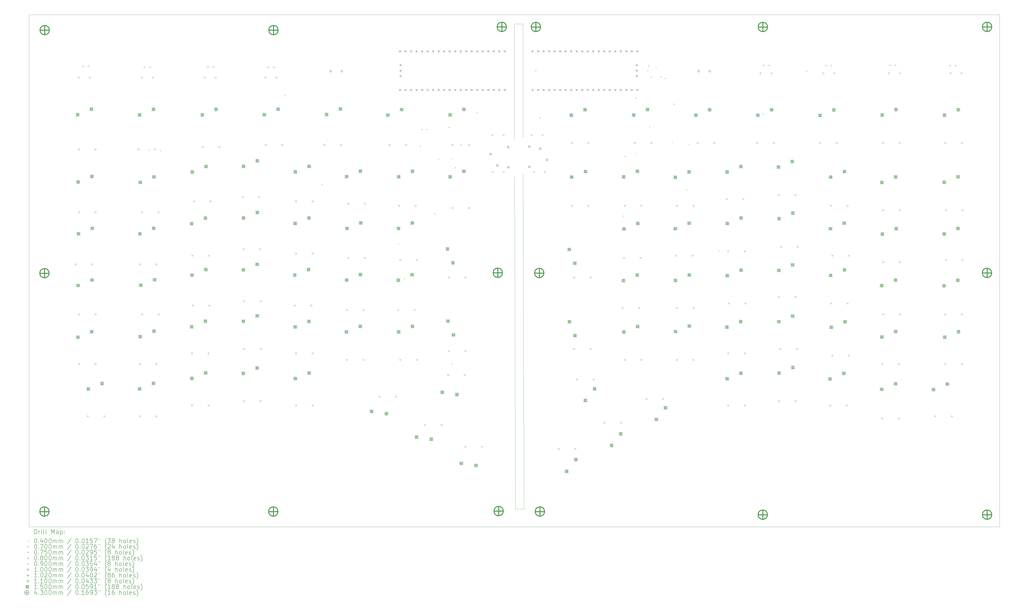
<source format=gbr>
%TF.GenerationSoftware,KiCad,Pcbnew,6.0.10-86aedd382b~118~ubuntu22.04.1*%
%TF.CreationDate,2023-01-15T06:45:30+01:00*%
%TF.ProjectId,Europe-ergo,4575726f-7065-42d6-9572-676f2e6b6963,rev?*%
%TF.SameCoordinates,Original*%
%TF.FileFunction,Drillmap*%
%TF.FilePolarity,Positive*%
%FSLAX45Y45*%
G04 Gerber Fmt 4.5, Leading zero omitted, Abs format (unit mm)*
G04 Created by KiCad (PCBNEW 6.0.10-86aedd382b~118~ubuntu22.04.1) date 2023-01-15 06:45:30*
%MOMM*%
%LPD*%
G01*
G04 APERTURE LIST*
%ADD10C,0.100000*%
%ADD11C,0.200000*%
%ADD12C,0.040000*%
%ADD13C,0.070000*%
%ADD14C,0.075000*%
%ADD15C,0.080000*%
%ADD16C,0.090000*%
%ADD17C,0.102000*%
%ADD18C,0.110000*%
%ADD19C,0.150000*%
%ADD20C,0.430000*%
G04 APERTURE END LIST*
D10*
X31250000Y-3125000D02*
X31252500Y-8340000D01*
X30900000Y-25475000D02*
X31300000Y-25475000D01*
X8500000Y-2700000D02*
X30850000Y-2700000D01*
X53200000Y-26300000D02*
X53200000Y-2700000D01*
X30900000Y-26300000D02*
X31300000Y-26300000D01*
X8500000Y-26300000D02*
X8500000Y-2700000D01*
X30857500Y-8440000D02*
X30850000Y-3125000D01*
X53200000Y-2700000D02*
X31250000Y-2700000D01*
X30857500Y-10160000D02*
X30900000Y-25475000D01*
X31300000Y-26300000D02*
X53200000Y-26300000D01*
X30850000Y-2700000D02*
X31250000Y-2700000D01*
X31252500Y-10060000D02*
X31300000Y-25475000D01*
X30850000Y-3125000D02*
X31250000Y-3125000D01*
X30900000Y-26300000D02*
X8500000Y-26300000D01*
D11*
D12*
X14004000Y-8909000D02*
X14044000Y-8949000D01*
X14044000Y-8909000D02*
X14004000Y-8949000D01*
X14519000Y-8949000D02*
X14559000Y-8989000D01*
X14559000Y-8949000D02*
X14519000Y-8989000D01*
X20272000Y-6392000D02*
X20312000Y-6432000D01*
X20312000Y-6392000D02*
X20272000Y-6432000D01*
X21981000Y-10500000D02*
X22021000Y-10540000D01*
X22021000Y-10500000D02*
X21981000Y-10540000D01*
X22237000Y-8471000D02*
X22277000Y-8511000D01*
X22277000Y-8471000D02*
X22237000Y-8511000D01*
X25493000Y-13259000D02*
X25533000Y-13299000D01*
X25533000Y-13259000D02*
X25493000Y-13299000D01*
X25766000Y-14851000D02*
X25806000Y-14891000D01*
X25806000Y-14851000D02*
X25766000Y-14891000D01*
X26504630Y-8730430D02*
X26544630Y-8770430D01*
X26544630Y-8730430D02*
X26504630Y-8770430D01*
X26582060Y-7967520D02*
X26622060Y-8007520D01*
X26622060Y-7967520D02*
X26582060Y-8007520D01*
X26792790Y-7967520D02*
X26832790Y-8007520D01*
X26832790Y-7967520D02*
X26792790Y-8007520D01*
X27162000Y-11842000D02*
X27202000Y-11882000D01*
X27202000Y-11842000D02*
X27162000Y-11882000D01*
X27353000Y-9351000D02*
X27393000Y-9391000D01*
X27393000Y-9351000D02*
X27353000Y-9391000D01*
X27827000Y-7863000D02*
X27867000Y-7903000D01*
X27867000Y-7863000D02*
X27827000Y-7903000D01*
X27939000Y-9302000D02*
X27979000Y-9342000D01*
X27979000Y-9302000D02*
X27939000Y-9342000D01*
X27951000Y-18759000D02*
X27991000Y-18799000D01*
X27991000Y-18759000D02*
X27951000Y-18799000D01*
X28123000Y-9726000D02*
X28163000Y-9766000D01*
X28163000Y-9726000D02*
X28123000Y-9766000D01*
X28379000Y-8674000D02*
X28419000Y-8714000D01*
X28419000Y-8674000D02*
X28379000Y-8714000D01*
X29128000Y-7188000D02*
X29168000Y-7228000D01*
X29168000Y-7188000D02*
X29128000Y-7228000D01*
X31820000Y-5254000D02*
X31860000Y-5294000D01*
X31860000Y-5254000D02*
X31820000Y-5294000D01*
X31997000Y-7429000D02*
X32037000Y-7469000D01*
X32037000Y-7429000D02*
X31997000Y-7469000D01*
X35857010Y-11956230D02*
X35897010Y-11996230D01*
X35897010Y-11956230D02*
X35857010Y-11996230D01*
X35945000Y-9209000D02*
X35985000Y-9249000D01*
X35985000Y-9209000D02*
X35945000Y-9249000D01*
X36417000Y-9069000D02*
X36457000Y-9109000D01*
X36457000Y-9069000D02*
X36417000Y-9109000D01*
X36420120Y-6509570D02*
X36460120Y-6549570D01*
X36460120Y-6509570D02*
X36420120Y-6549570D01*
X36975260Y-5258400D02*
X37015260Y-5298400D01*
X37015260Y-5258400D02*
X36975260Y-5298400D01*
X37021000Y-5037000D02*
X37061000Y-5077000D01*
X37061000Y-5037000D02*
X37021000Y-5077000D01*
X37067000Y-7846000D02*
X37107000Y-7886000D01*
X37107000Y-7846000D02*
X37067000Y-7886000D01*
X37124740Y-5552510D02*
X37164740Y-5592510D01*
X37164740Y-5552510D02*
X37124740Y-5592510D01*
X37359850Y-5144030D02*
X37399850Y-5184030D01*
X37399850Y-5144030D02*
X37359850Y-5184030D01*
X37584000Y-5533000D02*
X37624000Y-5573000D01*
X37624000Y-5533000D02*
X37584000Y-5573000D01*
X37789730Y-5610320D02*
X37829730Y-5650320D01*
X37829730Y-5610320D02*
X37789730Y-5650320D01*
X38105000Y-8539000D02*
X38145000Y-8579000D01*
X38145000Y-8539000D02*
X38105000Y-8579000D01*
X38189000Y-6800000D02*
X38229000Y-6840000D01*
X38229000Y-6800000D02*
X38189000Y-6840000D01*
X38778000Y-10759000D02*
X38818000Y-10799000D01*
X38818000Y-10759000D02*
X38778000Y-10799000D01*
X38875000Y-8641000D02*
X38915000Y-8681000D01*
X38915000Y-8641000D02*
X38875000Y-8681000D01*
X40252000Y-13556000D02*
X40292000Y-13596000D01*
X40292000Y-13556000D02*
X40252000Y-13596000D01*
X42292000Y-7263000D02*
X42332000Y-7303000D01*
X42332000Y-7263000D02*
X42292000Y-7303000D01*
X44297000Y-5275000D02*
X44337000Y-5315000D01*
X44337000Y-5275000D02*
X44297000Y-5315000D01*
D13*
X10827000Y-5600000D02*
G75*
G03*
X10827000Y-5600000I-35000J0D01*
G01*
X11335000Y-5600000D02*
G75*
G03*
X11335000Y-5600000I-35000J0D01*
G01*
X13727000Y-5600000D02*
G75*
G03*
X13727000Y-5600000I-35000J0D01*
G01*
X14235000Y-5600000D02*
G75*
G03*
X14235000Y-5600000I-35000J0D01*
G01*
X16627000Y-5600000D02*
G75*
G03*
X16627000Y-5600000I-35000J0D01*
G01*
X17135000Y-5600000D02*
G75*
G03*
X17135000Y-5600000I-35000J0D01*
G01*
X19427000Y-5600000D02*
G75*
G03*
X19427000Y-5600000I-35000J0D01*
G01*
X19935000Y-5600000D02*
G75*
G03*
X19935000Y-5600000I-35000J0D01*
G01*
X29881000Y-8250000D02*
G75*
G03*
X29881000Y-8250000I-35000J0D01*
G01*
X29889000Y-9950000D02*
G75*
G03*
X29889000Y-9950000I-35000J0D01*
G01*
X30389000Y-8250000D02*
G75*
G03*
X30389000Y-8250000I-35000J0D01*
G01*
X30397000Y-9950000D02*
G75*
G03*
X30397000Y-9950000I-35000J0D01*
G01*
X31681000Y-8250000D02*
G75*
G03*
X31681000Y-8250000I-35000J0D01*
G01*
X31789000Y-9950000D02*
G75*
G03*
X31789000Y-9950000I-35000J0D01*
G01*
X32189000Y-8250000D02*
G75*
G03*
X32189000Y-8250000I-35000J0D01*
G01*
X32297000Y-9950000D02*
G75*
G03*
X32297000Y-9950000I-35000J0D01*
G01*
X42227000Y-5400000D02*
G75*
G03*
X42227000Y-5400000I-35000J0D01*
G01*
X42735000Y-5400000D02*
G75*
G03*
X42735000Y-5400000I-35000J0D01*
G01*
X45127000Y-5400000D02*
G75*
G03*
X45127000Y-5400000I-35000J0D01*
G01*
X45635000Y-5400000D02*
G75*
G03*
X45635000Y-5400000I-35000J0D01*
G01*
X48135000Y-5400000D02*
G75*
G03*
X48135000Y-5400000I-35000J0D01*
G01*
X48643000Y-5400000D02*
G75*
G03*
X48643000Y-5400000I-35000J0D01*
G01*
X50981000Y-5400000D02*
G75*
G03*
X50981000Y-5400000I-35000J0D01*
G01*
X51489000Y-5400000D02*
G75*
G03*
X51489000Y-5400000I-35000J0D01*
G01*
D14*
X42336470Y-4996500D02*
X42336470Y-5071500D01*
X42298970Y-5034000D02*
X42373970Y-5034000D01*
X42590470Y-4996500D02*
X42590470Y-5071500D01*
X42552970Y-5034000D02*
X42627970Y-5034000D01*
X45206470Y-5006500D02*
X45206470Y-5081500D01*
X45168970Y-5044000D02*
X45243970Y-5044000D01*
X45460470Y-5006500D02*
X45460470Y-5081500D01*
X45422970Y-5044000D02*
X45497970Y-5044000D01*
X48156470Y-4986500D02*
X48156470Y-5061500D01*
X48118970Y-5024000D02*
X48193970Y-5024000D01*
X48410470Y-4986500D02*
X48410470Y-5061500D01*
X48372970Y-5024000D02*
X48447970Y-5024000D01*
X50918000Y-5006500D02*
X50918000Y-5081500D01*
X50880500Y-5044000D02*
X50955500Y-5044000D01*
X51172000Y-5006500D02*
X51172000Y-5081500D01*
X51134500Y-5044000D02*
X51209500Y-5044000D01*
D15*
X10666285Y-14228284D02*
X10666285Y-14171715D01*
X10609716Y-14171715D01*
X10609716Y-14228284D01*
X10666285Y-14228284D01*
X10828285Y-8928285D02*
X10828285Y-8871716D01*
X10771716Y-8871716D01*
X10771716Y-8928285D01*
X10828285Y-8928285D01*
X10828285Y-11828284D02*
X10828285Y-11771715D01*
X10771716Y-11771715D01*
X10771716Y-11828284D01*
X10828285Y-11828284D01*
X10828285Y-16528284D02*
X10828285Y-16471715D01*
X10771716Y-16471715D01*
X10771716Y-16528284D01*
X10828285Y-16528284D01*
X10828285Y-18828285D02*
X10828285Y-18771716D01*
X10771716Y-18771716D01*
X10771716Y-18828285D01*
X10828285Y-18828285D01*
X11228284Y-21228285D02*
X11228284Y-21171716D01*
X11171716Y-21171716D01*
X11171716Y-21228285D01*
X11228284Y-21228285D01*
X11428284Y-14228284D02*
X11428284Y-14171715D01*
X11371715Y-14171715D01*
X11371715Y-14228284D01*
X11428284Y-14228284D01*
X11590284Y-8928285D02*
X11590284Y-8871716D01*
X11533715Y-8871716D01*
X11533715Y-8928285D01*
X11590284Y-8928285D01*
X11590284Y-11828284D02*
X11590284Y-11771715D01*
X11533715Y-11771715D01*
X11533715Y-11828284D01*
X11590284Y-11828284D01*
X11590284Y-16528284D02*
X11590284Y-16471715D01*
X11533715Y-16471715D01*
X11533715Y-16528284D01*
X11590284Y-16528284D01*
X11590284Y-18828285D02*
X11590284Y-18771716D01*
X11533715Y-18771716D01*
X11533715Y-18828285D01*
X11590284Y-18828285D01*
X11990284Y-21228285D02*
X11990284Y-21171716D01*
X11933715Y-21171716D01*
X11933715Y-21228285D01*
X11990284Y-21228285D01*
X13566284Y-8928285D02*
X13566284Y-8871716D01*
X13509715Y-8871716D01*
X13509715Y-8928285D01*
X13566284Y-8928285D01*
X13628284Y-14228284D02*
X13628284Y-14171715D01*
X13571715Y-14171715D01*
X13571715Y-14228284D01*
X13628284Y-14228284D01*
X13628284Y-18828285D02*
X13628284Y-18771716D01*
X13571715Y-18771716D01*
X13571715Y-18828285D01*
X13628284Y-18828285D01*
X13628284Y-21228285D02*
X13628284Y-21171716D01*
X13571715Y-21171716D01*
X13571715Y-21228285D01*
X13628284Y-21228285D01*
X13728284Y-11828284D02*
X13728284Y-11771715D01*
X13671715Y-11771715D01*
X13671715Y-11828284D01*
X13728284Y-11828284D01*
X13728284Y-16528284D02*
X13728284Y-16471715D01*
X13671715Y-16471715D01*
X13671715Y-16528284D01*
X13728284Y-16528284D01*
X14328284Y-8928285D02*
X14328284Y-8871716D01*
X14271715Y-8871716D01*
X14271715Y-8928285D01*
X14328284Y-8928285D01*
X14390284Y-14228284D02*
X14390284Y-14171715D01*
X14333715Y-14171715D01*
X14333715Y-14228284D01*
X14390284Y-14228284D01*
X14390284Y-18828285D02*
X14390284Y-18771716D01*
X14333715Y-18771716D01*
X14333715Y-18828285D01*
X14390284Y-18828285D01*
X14390284Y-21228285D02*
X14390284Y-21171716D01*
X14333715Y-21171716D01*
X14333715Y-21228285D01*
X14390284Y-21228285D01*
X14490284Y-11828284D02*
X14490284Y-11771715D01*
X14433715Y-11771715D01*
X14433715Y-11828284D01*
X14490284Y-11828284D01*
X14490284Y-16528284D02*
X14490284Y-16471715D01*
X14433715Y-16471715D01*
X14433715Y-16528284D01*
X14490284Y-16528284D01*
X16028284Y-18328285D02*
X16028284Y-18271716D01*
X15971715Y-18271716D01*
X15971715Y-18328285D01*
X16028284Y-18328285D01*
X16028284Y-20728285D02*
X16028284Y-20671716D01*
X15971715Y-20671716D01*
X15971715Y-20728285D01*
X16028284Y-20728285D01*
X16047284Y-13828284D02*
X16047284Y-13771715D01*
X15990715Y-13771715D01*
X15990715Y-13828284D01*
X16047284Y-13828284D01*
X16066284Y-16128284D02*
X16066284Y-16071715D01*
X16009715Y-16071715D01*
X16009715Y-16128284D01*
X16066284Y-16128284D01*
X16128284Y-11328284D02*
X16128284Y-11271715D01*
X16071715Y-11271715D01*
X16071715Y-11328284D01*
X16128284Y-11328284D01*
X16528284Y-8828285D02*
X16528284Y-8771716D01*
X16471715Y-8771716D01*
X16471715Y-8828285D01*
X16528284Y-8828285D01*
X16790285Y-18328285D02*
X16790285Y-18271716D01*
X16733715Y-18271716D01*
X16733715Y-18328285D01*
X16790285Y-18328285D01*
X16790285Y-20728285D02*
X16790285Y-20671716D01*
X16733715Y-20671716D01*
X16733715Y-20728285D01*
X16790285Y-20728285D01*
X16809285Y-13828284D02*
X16809285Y-13771715D01*
X16752715Y-13771715D01*
X16752715Y-13828284D01*
X16809285Y-13828284D01*
X16828285Y-16128284D02*
X16828285Y-16071715D01*
X16771715Y-16071715D01*
X16771715Y-16128284D01*
X16828285Y-16128284D01*
X16890285Y-11328284D02*
X16890285Y-11271715D01*
X16833716Y-11271715D01*
X16833716Y-11328284D01*
X16890285Y-11328284D01*
X17290285Y-8828285D02*
X17290285Y-8771716D01*
X17233716Y-8771716D01*
X17233716Y-8828285D01*
X17290285Y-8828285D01*
X18366285Y-11128285D02*
X18366285Y-11071716D01*
X18309716Y-11071716D01*
X18309716Y-11128285D01*
X18366285Y-11128285D01*
X18409285Y-13528284D02*
X18409285Y-13471715D01*
X18352716Y-13471715D01*
X18352716Y-13528284D01*
X18409285Y-13528284D01*
X18428285Y-15928284D02*
X18428285Y-15871715D01*
X18371716Y-15871715D01*
X18371716Y-15928284D01*
X18428285Y-15928284D01*
X18428285Y-18128285D02*
X18428285Y-18071716D01*
X18371716Y-18071716D01*
X18371716Y-18128285D01*
X18428285Y-18128285D01*
X18428285Y-20528285D02*
X18428285Y-20471716D01*
X18371716Y-20471716D01*
X18371716Y-20528285D01*
X18428285Y-20528285D01*
X19128285Y-11128285D02*
X19128285Y-11071716D01*
X19071716Y-11071716D01*
X19071716Y-11128285D01*
X19128285Y-11128285D01*
X19171285Y-13528284D02*
X19171285Y-13471715D01*
X19114716Y-13471715D01*
X19114716Y-13528284D01*
X19171285Y-13528284D01*
X19190285Y-15928284D02*
X19190285Y-15871715D01*
X19133716Y-15871715D01*
X19133716Y-15928284D01*
X19190285Y-15928284D01*
X19190285Y-18128285D02*
X19190285Y-18071716D01*
X19133716Y-18071716D01*
X19133716Y-18128285D01*
X19190285Y-18128285D01*
X19190285Y-20528285D02*
X19190285Y-20471716D01*
X19133716Y-20471716D01*
X19133716Y-20528285D01*
X19190285Y-20528285D01*
X19428285Y-8728285D02*
X19428285Y-8671716D01*
X19371716Y-8671716D01*
X19371716Y-8728285D01*
X19428285Y-8728285D01*
X20190285Y-8728285D02*
X20190285Y-8671716D01*
X20133716Y-8671716D01*
X20133716Y-8728285D01*
X20190285Y-8728285D01*
X20766285Y-16128284D02*
X20766285Y-16071715D01*
X20709716Y-16071715D01*
X20709716Y-16128284D01*
X20766285Y-16128284D01*
X20828285Y-11328284D02*
X20828285Y-11271715D01*
X20771716Y-11271715D01*
X20771716Y-11328284D01*
X20828285Y-11328284D01*
X20828285Y-13728284D02*
X20828285Y-13671715D01*
X20771716Y-13671715D01*
X20771716Y-13728284D01*
X20828285Y-13728284D01*
X20828285Y-18328285D02*
X20828285Y-18271716D01*
X20771716Y-18271716D01*
X20771716Y-18328285D01*
X20828285Y-18328285D01*
X20828285Y-20728285D02*
X20828285Y-20671716D01*
X20771716Y-20671716D01*
X20771716Y-20728285D01*
X20828285Y-20728285D01*
X21528285Y-16128284D02*
X21528285Y-16071715D01*
X21471716Y-16071715D01*
X21471716Y-16128284D01*
X21528285Y-16128284D01*
X21590285Y-11328284D02*
X21590285Y-11271715D01*
X21533716Y-11271715D01*
X21533716Y-11328284D01*
X21590285Y-11328284D01*
X21590285Y-13728284D02*
X21590285Y-13671715D01*
X21533716Y-13671715D01*
X21533716Y-13728284D01*
X21590285Y-13728284D01*
X21590285Y-18328285D02*
X21590285Y-18271716D01*
X21533716Y-18271716D01*
X21533716Y-18328285D01*
X21590285Y-18328285D01*
X21590285Y-20728285D02*
X21590285Y-20671716D01*
X21533716Y-20671716D01*
X21533716Y-20728285D01*
X21590285Y-20728285D01*
X22128285Y-8728285D02*
X22128285Y-8671716D01*
X22071716Y-8671716D01*
X22071716Y-8728285D01*
X22128285Y-8728285D01*
X22890284Y-8728285D02*
X22890284Y-8671716D01*
X22833715Y-8671716D01*
X22833715Y-8728285D01*
X22890284Y-8728285D01*
X23166284Y-16328284D02*
X23166284Y-16271715D01*
X23109715Y-16271715D01*
X23109715Y-16328284D01*
X23166284Y-16328284D01*
X23166284Y-18628285D02*
X23166284Y-18571716D01*
X23109715Y-18571716D01*
X23109715Y-18628285D01*
X23166284Y-18628285D01*
X23228284Y-11428284D02*
X23228284Y-11371715D01*
X23171715Y-11371715D01*
X23171715Y-11428284D01*
X23228284Y-11428284D01*
X23228284Y-13928284D02*
X23228284Y-13871715D01*
X23171715Y-13871715D01*
X23171715Y-13928284D01*
X23228284Y-13928284D01*
X23928284Y-16328284D02*
X23928284Y-16271715D01*
X23871715Y-16271715D01*
X23871715Y-16328284D01*
X23928284Y-16328284D01*
X23928284Y-18628285D02*
X23928284Y-18571716D01*
X23871715Y-18571716D01*
X23871715Y-18628285D01*
X23928284Y-18628285D01*
X23990284Y-11428284D02*
X23990284Y-11371715D01*
X23933715Y-11371715D01*
X23933715Y-11428284D01*
X23990284Y-11428284D01*
X23990284Y-13928284D02*
X23990284Y-13871715D01*
X23933715Y-13871715D01*
X23933715Y-13928284D01*
X23990284Y-13928284D01*
X24666284Y-20328285D02*
X24666284Y-20271716D01*
X24609715Y-20271716D01*
X24609715Y-20328285D01*
X24666284Y-20328285D01*
X25128284Y-8728285D02*
X25128284Y-8671716D01*
X25071715Y-8671716D01*
X25071715Y-8728285D01*
X25128284Y-8728285D01*
X25428284Y-20328285D02*
X25428284Y-20271716D01*
X25371715Y-20271716D01*
X25371715Y-20328285D01*
X25428284Y-20328285D01*
X25528284Y-16328284D02*
X25528284Y-16271715D01*
X25471715Y-16271715D01*
X25471715Y-16328284D01*
X25528284Y-16328284D01*
X25566284Y-11528284D02*
X25566284Y-11471715D01*
X25509715Y-11471715D01*
X25509715Y-11528284D01*
X25566284Y-11528284D01*
X25628284Y-14028284D02*
X25628284Y-13971715D01*
X25571715Y-13971715D01*
X25571715Y-14028284D01*
X25628284Y-14028284D01*
X25628284Y-18628285D02*
X25628284Y-18571716D01*
X25571715Y-18571716D01*
X25571715Y-18628285D01*
X25628284Y-18628285D01*
X25890284Y-8728285D02*
X25890284Y-8671716D01*
X25833715Y-8671716D01*
X25833715Y-8728285D01*
X25890284Y-8728285D01*
X26290284Y-16328284D02*
X26290284Y-16271715D01*
X26233715Y-16271715D01*
X26233715Y-16328284D01*
X26290284Y-16328284D01*
X26328284Y-11528284D02*
X26328284Y-11471715D01*
X26271715Y-11471715D01*
X26271715Y-11528284D01*
X26328284Y-11528284D01*
X26390284Y-14028284D02*
X26390284Y-13971715D01*
X26333715Y-13971715D01*
X26333715Y-14028284D01*
X26390284Y-14028284D01*
X26390284Y-18628285D02*
X26390284Y-18571716D01*
X26333715Y-18571716D01*
X26333715Y-18628285D01*
X26390284Y-18628285D01*
X26766284Y-21628285D02*
X26766284Y-21571716D01*
X26709715Y-21571716D01*
X26709715Y-21628285D01*
X26766284Y-21628285D01*
X27528284Y-21628285D02*
X27528284Y-21571716D01*
X27471715Y-21571716D01*
X27471715Y-21628285D01*
X27528284Y-21628285D01*
X27828284Y-19328285D02*
X27828284Y-19271716D01*
X27771715Y-19271716D01*
X27771715Y-19328285D01*
X27828284Y-19328285D01*
X27866284Y-14828284D02*
X27866284Y-14771715D01*
X27809715Y-14771715D01*
X27809715Y-14828284D01*
X27866284Y-14828284D01*
X27866284Y-18228285D02*
X27866284Y-18171716D01*
X27809715Y-18171716D01*
X27809715Y-18228285D01*
X27866284Y-18228285D01*
X28028284Y-8728285D02*
X28028284Y-8671716D01*
X27971715Y-8671716D01*
X27971715Y-8728285D01*
X28028284Y-8728285D01*
X28028284Y-11628284D02*
X28028284Y-11571715D01*
X27971715Y-11571715D01*
X27971715Y-11628284D01*
X28028284Y-11628284D01*
X28590284Y-19328285D02*
X28590284Y-19271716D01*
X28533715Y-19271716D01*
X28533715Y-19328285D01*
X28590284Y-19328285D01*
X28628284Y-14828284D02*
X28628284Y-14771715D01*
X28571715Y-14771715D01*
X28571715Y-14828284D01*
X28628284Y-14828284D01*
X28628284Y-18228285D02*
X28628284Y-18171716D01*
X28571715Y-18171716D01*
X28571715Y-18228285D01*
X28628284Y-18228285D01*
X28628284Y-22628284D02*
X28628284Y-22571715D01*
X28571715Y-22571715D01*
X28571715Y-22628284D01*
X28628284Y-22628284D01*
X28790284Y-8728285D02*
X28790284Y-8671716D01*
X28733715Y-8671716D01*
X28733715Y-8728285D01*
X28790284Y-8728285D01*
X28790284Y-11628284D02*
X28790284Y-11571715D01*
X28733715Y-11571715D01*
X28733715Y-11628284D01*
X28790284Y-11628284D01*
X29390284Y-22628284D02*
X29390284Y-22571715D01*
X29333715Y-22571715D01*
X29333715Y-22628284D01*
X29390284Y-22628284D01*
X32928284Y-22728284D02*
X32928284Y-22671715D01*
X32871715Y-22671715D01*
X32871715Y-22728284D01*
X32928284Y-22728284D01*
X33528284Y-8628285D02*
X33528284Y-8571716D01*
X33471715Y-8571716D01*
X33471715Y-8628285D01*
X33528284Y-8628285D01*
X33528284Y-11528284D02*
X33528284Y-11471715D01*
X33471715Y-11471715D01*
X33471715Y-11528284D01*
X33528284Y-11528284D01*
X33628285Y-14828284D02*
X33628285Y-14771715D01*
X33571716Y-14771715D01*
X33571716Y-14828284D01*
X33628285Y-14828284D01*
X33628285Y-18128285D02*
X33628285Y-18071716D01*
X33571716Y-18071716D01*
X33571716Y-18128285D01*
X33628285Y-18128285D01*
X33690285Y-22728284D02*
X33690285Y-22671715D01*
X33633716Y-22671715D01*
X33633716Y-22728284D01*
X33690285Y-22728284D01*
X33766285Y-19528285D02*
X33766285Y-19471716D01*
X33709716Y-19471716D01*
X33709716Y-19528285D01*
X33766285Y-19528285D01*
X34290285Y-8628285D02*
X34290285Y-8571716D01*
X34233716Y-8571716D01*
X34233716Y-8628285D01*
X34290285Y-8628285D01*
X34290285Y-11528284D02*
X34290285Y-11471715D01*
X34233716Y-11471715D01*
X34233716Y-11528284D01*
X34290285Y-11528284D01*
X34390285Y-14828284D02*
X34390285Y-14771715D01*
X34333716Y-14771715D01*
X34333716Y-14828284D01*
X34390285Y-14828284D01*
X34390285Y-18128285D02*
X34390285Y-18071716D01*
X34333716Y-18071716D01*
X34333716Y-18128285D01*
X34390285Y-18128285D01*
X34528285Y-19528285D02*
X34528285Y-19471716D01*
X34471716Y-19471716D01*
X34471716Y-19528285D01*
X34528285Y-19528285D01*
X35028285Y-21528285D02*
X35028285Y-21471716D01*
X34971716Y-21471716D01*
X34971716Y-21528285D01*
X35028285Y-21528285D01*
X35790285Y-21528285D02*
X35790285Y-21471716D01*
X35733716Y-21471716D01*
X35733716Y-21528285D01*
X35790285Y-21528285D01*
X35866285Y-16228284D02*
X35866285Y-16171715D01*
X35809716Y-16171715D01*
X35809716Y-16228284D01*
X35866285Y-16228284D01*
X35928285Y-13928284D02*
X35928285Y-13871715D01*
X35871716Y-13871715D01*
X35871716Y-13928284D01*
X35928285Y-13928284D01*
X35966285Y-11528284D02*
X35966285Y-11471715D01*
X35909716Y-11471715D01*
X35909716Y-11528284D01*
X35966285Y-11528284D01*
X35966285Y-18628285D02*
X35966285Y-18571716D01*
X35909716Y-18571716D01*
X35909716Y-18628285D01*
X35966285Y-18628285D01*
X36428285Y-8628285D02*
X36428285Y-8571716D01*
X36371716Y-8571716D01*
X36371716Y-8628285D01*
X36428285Y-8628285D01*
X36628285Y-16228284D02*
X36628285Y-16171715D01*
X36571716Y-16171715D01*
X36571716Y-16228284D01*
X36628285Y-16228284D01*
X36690285Y-13928284D02*
X36690285Y-13871715D01*
X36633716Y-13871715D01*
X36633716Y-13928284D01*
X36690285Y-13928284D01*
X36728285Y-11528284D02*
X36728285Y-11471715D01*
X36671716Y-11471715D01*
X36671716Y-11528284D01*
X36728285Y-11528284D01*
X36728285Y-18628285D02*
X36728285Y-18571716D01*
X36671716Y-18571716D01*
X36671716Y-18628285D01*
X36728285Y-18628285D01*
X36966285Y-20428285D02*
X36966285Y-20371716D01*
X36909716Y-20371716D01*
X36909716Y-20428285D01*
X36966285Y-20428285D01*
X37190285Y-8628285D02*
X37190285Y-8571716D01*
X37133716Y-8571716D01*
X37133716Y-8628285D01*
X37190285Y-8628285D01*
X37728285Y-20428285D02*
X37728285Y-20371716D01*
X37671716Y-20371716D01*
X37671716Y-20428285D01*
X37728285Y-20428285D01*
X38328285Y-13828284D02*
X38328285Y-13771715D01*
X38271716Y-13771715D01*
X38271716Y-13828284D01*
X38328285Y-13828284D01*
X38366285Y-11528284D02*
X38366285Y-11471715D01*
X38309716Y-11471715D01*
X38309716Y-11528284D01*
X38366285Y-11528284D01*
X38366285Y-16228284D02*
X38366285Y-16171715D01*
X38309716Y-16171715D01*
X38309716Y-16228284D01*
X38366285Y-16228284D01*
X38366285Y-18628285D02*
X38366285Y-18571716D01*
X38309716Y-18571716D01*
X38309716Y-18628285D01*
X38366285Y-18628285D01*
X39090285Y-13828284D02*
X39090285Y-13771715D01*
X39033716Y-13771715D01*
X39033716Y-13828284D01*
X39090285Y-13828284D01*
X39128285Y-11528284D02*
X39128285Y-11471715D01*
X39071716Y-11471715D01*
X39071716Y-11528284D01*
X39128285Y-11528284D01*
X39128285Y-16228284D02*
X39128285Y-16171715D01*
X39071716Y-16171715D01*
X39071716Y-16228284D01*
X39128285Y-16228284D01*
X39128285Y-18628285D02*
X39128285Y-18571716D01*
X39071716Y-18571716D01*
X39071716Y-18628285D01*
X39128285Y-18628285D01*
X39328285Y-8628285D02*
X39328285Y-8571716D01*
X39271716Y-8571716D01*
X39271716Y-8628285D01*
X39328285Y-8628285D01*
X40090285Y-8628285D02*
X40090285Y-8571716D01*
X40033716Y-8571716D01*
X40033716Y-8628285D01*
X40090285Y-8628285D01*
X40666285Y-11228284D02*
X40666285Y-11171716D01*
X40609716Y-11171716D01*
X40609716Y-11228284D01*
X40666285Y-11228284D01*
X40728285Y-13628284D02*
X40728285Y-13571715D01*
X40671716Y-13571715D01*
X40671716Y-13628284D01*
X40728285Y-13628284D01*
X40728285Y-18328285D02*
X40728285Y-18271716D01*
X40671716Y-18271716D01*
X40671716Y-18328285D01*
X40728285Y-18328285D01*
X40728285Y-20728285D02*
X40728285Y-20671716D01*
X40671716Y-20671716D01*
X40671716Y-20728285D01*
X40728285Y-20728285D01*
X40766285Y-16028284D02*
X40766285Y-15971715D01*
X40709716Y-15971715D01*
X40709716Y-16028284D01*
X40766285Y-16028284D01*
X41428285Y-11228284D02*
X41428285Y-11171716D01*
X41371716Y-11171716D01*
X41371716Y-11228284D01*
X41428285Y-11228284D01*
X41490285Y-13628284D02*
X41490285Y-13571715D01*
X41433716Y-13571715D01*
X41433716Y-13628284D01*
X41490285Y-13628284D01*
X41490285Y-18328285D02*
X41490285Y-18271716D01*
X41433716Y-18271716D01*
X41433716Y-18328285D01*
X41490285Y-18328285D01*
X41490285Y-20728285D02*
X41490285Y-20671716D01*
X41433716Y-20671716D01*
X41433716Y-20728285D01*
X41490285Y-20728285D01*
X41528285Y-16028284D02*
X41528285Y-15971715D01*
X41471716Y-15971715D01*
X41471716Y-16028284D01*
X41528285Y-16028284D01*
X42066285Y-8628285D02*
X42066285Y-8571716D01*
X42009716Y-8571716D01*
X42009716Y-8628285D01*
X42066285Y-8628285D01*
X42828285Y-8628285D02*
X42828285Y-8571716D01*
X42771716Y-8571716D01*
X42771716Y-8628285D01*
X42828285Y-8628285D01*
X43066285Y-11028285D02*
X43066285Y-10971716D01*
X43009716Y-10971716D01*
X43009716Y-11028285D01*
X43066285Y-11028285D01*
X43066285Y-15728284D02*
X43066285Y-15671715D01*
X43009716Y-15671715D01*
X43009716Y-15728284D01*
X43066285Y-15728284D01*
X43066285Y-20528285D02*
X43066285Y-20471716D01*
X43009716Y-20471716D01*
X43009716Y-20528285D01*
X43066285Y-20528285D01*
X43128285Y-18128285D02*
X43128285Y-18071716D01*
X43071716Y-18071716D01*
X43071716Y-18128285D01*
X43128285Y-18128285D01*
X43166285Y-13428284D02*
X43166285Y-13371715D01*
X43109716Y-13371715D01*
X43109716Y-13428284D01*
X43166285Y-13428284D01*
X43828285Y-11028285D02*
X43828285Y-10971716D01*
X43771716Y-10971716D01*
X43771716Y-11028285D01*
X43828285Y-11028285D01*
X43828285Y-15728284D02*
X43828285Y-15671715D01*
X43771716Y-15671715D01*
X43771716Y-15728284D01*
X43828285Y-15728284D01*
X43828285Y-20528285D02*
X43828285Y-20471716D01*
X43771716Y-20471716D01*
X43771716Y-20528285D01*
X43828285Y-20528285D01*
X43890285Y-18128285D02*
X43890285Y-18071716D01*
X43833716Y-18071716D01*
X43833716Y-18128285D01*
X43890285Y-18128285D01*
X43928285Y-13428284D02*
X43928285Y-13371715D01*
X43871716Y-13371715D01*
X43871716Y-13428284D01*
X43928285Y-13428284D01*
X44966284Y-8628285D02*
X44966284Y-8571716D01*
X44909715Y-8571716D01*
X44909715Y-8628285D01*
X44966284Y-8628285D01*
X45428284Y-20728285D02*
X45428284Y-20671716D01*
X45371715Y-20671716D01*
X45371715Y-20728285D01*
X45428284Y-20728285D01*
X45466284Y-11528284D02*
X45466284Y-11471715D01*
X45409715Y-11471715D01*
X45409715Y-11528284D01*
X45466284Y-11528284D01*
X45466284Y-16028284D02*
X45466284Y-15971715D01*
X45409715Y-15971715D01*
X45409715Y-16028284D01*
X45466284Y-16028284D01*
X45528284Y-13828284D02*
X45528284Y-13771715D01*
X45471715Y-13771715D01*
X45471715Y-13828284D01*
X45528284Y-13828284D01*
X45528284Y-18428285D02*
X45528284Y-18371716D01*
X45471715Y-18371716D01*
X45471715Y-18428285D01*
X45528284Y-18428285D01*
X45728284Y-8628285D02*
X45728284Y-8571716D01*
X45671715Y-8571716D01*
X45671715Y-8628285D01*
X45728284Y-8628285D01*
X46190284Y-20728285D02*
X46190284Y-20671716D01*
X46133715Y-20671716D01*
X46133715Y-20728285D01*
X46190284Y-20728285D01*
X46228284Y-11528284D02*
X46228284Y-11471715D01*
X46171715Y-11471715D01*
X46171715Y-11528284D01*
X46228284Y-11528284D01*
X46228284Y-16028284D02*
X46228284Y-15971715D01*
X46171715Y-15971715D01*
X46171715Y-16028284D01*
X46228284Y-16028284D01*
X46290284Y-13828284D02*
X46290284Y-13771715D01*
X46233715Y-13771715D01*
X46233715Y-13828284D01*
X46290284Y-13828284D01*
X46290284Y-18428285D02*
X46290284Y-18371716D01*
X46233715Y-18371716D01*
X46233715Y-18428285D01*
X46290284Y-18428285D01*
X47828284Y-18828285D02*
X47828284Y-18771716D01*
X47771715Y-18771716D01*
X47771715Y-18828285D01*
X47828284Y-18828285D01*
X47828284Y-21328285D02*
X47828284Y-21271716D01*
X47771715Y-21271716D01*
X47771715Y-21328285D01*
X47828284Y-21328285D01*
X47866284Y-8628285D02*
X47866284Y-8571716D01*
X47809715Y-8571716D01*
X47809715Y-8628285D01*
X47866284Y-8628285D01*
X47866284Y-11728284D02*
X47866284Y-11671715D01*
X47809715Y-11671715D01*
X47809715Y-11728284D01*
X47866284Y-11728284D01*
X47866284Y-14128284D02*
X47866284Y-14071715D01*
X47809715Y-14071715D01*
X47809715Y-14128284D01*
X47866284Y-14128284D01*
X47866284Y-16528284D02*
X47866284Y-16471715D01*
X47809715Y-16471715D01*
X47809715Y-16528284D01*
X47866284Y-16528284D01*
X48590284Y-18828285D02*
X48590284Y-18771716D01*
X48533715Y-18771716D01*
X48533715Y-18828285D01*
X48590284Y-18828285D01*
X48590284Y-21328285D02*
X48590284Y-21271716D01*
X48533715Y-21271716D01*
X48533715Y-21328285D01*
X48590284Y-21328285D01*
X48628284Y-8628285D02*
X48628284Y-8571716D01*
X48571715Y-8571716D01*
X48571715Y-8628285D01*
X48628284Y-8628285D01*
X48628284Y-11728284D02*
X48628284Y-11671715D01*
X48571715Y-11671715D01*
X48571715Y-11728284D01*
X48628284Y-11728284D01*
X48628284Y-14128284D02*
X48628284Y-14071715D01*
X48571715Y-14071715D01*
X48571715Y-14128284D01*
X48628284Y-14128284D01*
X48628284Y-16528284D02*
X48628284Y-16471715D01*
X48571715Y-16471715D01*
X48571715Y-16528284D01*
X48628284Y-16528284D01*
X50266284Y-21228285D02*
X50266284Y-21171716D01*
X50209715Y-21171716D01*
X50209715Y-21228285D01*
X50266284Y-21228285D01*
X50728284Y-8628285D02*
X50728284Y-8571716D01*
X50671715Y-8571716D01*
X50671715Y-8628285D01*
X50728284Y-8628285D01*
X50728284Y-16528284D02*
X50728284Y-16471715D01*
X50671715Y-16471715D01*
X50671715Y-16528284D01*
X50728284Y-16528284D01*
X50728284Y-18828285D02*
X50728284Y-18771716D01*
X50671715Y-18771716D01*
X50671715Y-18828285D01*
X50728284Y-18828285D01*
X50766284Y-11728284D02*
X50766284Y-11671715D01*
X50709715Y-11671715D01*
X50709715Y-11728284D01*
X50766284Y-11728284D01*
X50766284Y-14028284D02*
X50766284Y-13971715D01*
X50709715Y-13971715D01*
X50709715Y-14028284D01*
X50766284Y-14028284D01*
X51028284Y-21228285D02*
X51028284Y-21171716D01*
X50971715Y-21171716D01*
X50971715Y-21228285D01*
X51028284Y-21228285D01*
X51490284Y-8628285D02*
X51490284Y-8571716D01*
X51433715Y-8571716D01*
X51433715Y-8628285D01*
X51490284Y-8628285D01*
X51490284Y-16528284D02*
X51490284Y-16471715D01*
X51433715Y-16471715D01*
X51433715Y-16528284D01*
X51490284Y-16528284D01*
X51490284Y-18828285D02*
X51490284Y-18771716D01*
X51433715Y-18771716D01*
X51433715Y-18828285D01*
X51490284Y-18828285D01*
X51528284Y-11728284D02*
X51528284Y-11671715D01*
X51471715Y-11671715D01*
X51471715Y-11728284D01*
X51528284Y-11728284D01*
X51528284Y-14028284D02*
X51528284Y-13971715D01*
X51471715Y-13971715D01*
X51471715Y-14028284D01*
X51528284Y-14028284D01*
D16*
X10990000Y-5115000D02*
X11035000Y-5070000D01*
X10990000Y-5025000D01*
X10945000Y-5070000D01*
X10990000Y-5115000D01*
X11244000Y-5115000D02*
X11289000Y-5070000D01*
X11244000Y-5025000D01*
X11199000Y-5070000D01*
X11244000Y-5115000D01*
X13810000Y-5165000D02*
X13855000Y-5120000D01*
X13810000Y-5075000D01*
X13765000Y-5120000D01*
X13810000Y-5165000D01*
X14064000Y-5165000D02*
X14109000Y-5120000D01*
X14064000Y-5075000D01*
X14019000Y-5120000D01*
X14064000Y-5165000D01*
X16740000Y-5145000D02*
X16785000Y-5100000D01*
X16740000Y-5055000D01*
X16695000Y-5100000D01*
X16740000Y-5145000D01*
X16994000Y-5145000D02*
X17039000Y-5100000D01*
X16994000Y-5055000D01*
X16949000Y-5100000D01*
X16994000Y-5145000D01*
X19520000Y-5165000D02*
X19565000Y-5120000D01*
X19520000Y-5075000D01*
X19475000Y-5120000D01*
X19520000Y-5165000D01*
X19774000Y-5165000D02*
X19819000Y-5120000D01*
X19774000Y-5075000D01*
X19729000Y-5120000D01*
X19774000Y-5165000D01*
D10*
X22342000Y-5250000D02*
X22442000Y-5350000D01*
X22442000Y-5250000D02*
X22342000Y-5350000D01*
X22442000Y-5300000D02*
G75*
G03*
X22442000Y-5300000I-50000J0D01*
G01*
X22850000Y-5250000D02*
X22950000Y-5350000D01*
X22950000Y-5250000D02*
X22850000Y-5350000D01*
X22950000Y-5300000D02*
G75*
G03*
X22950000Y-5300000I-50000J0D01*
G01*
X39296000Y-5250000D02*
X39396000Y-5350000D01*
X39396000Y-5250000D02*
X39296000Y-5350000D01*
X39396000Y-5300000D02*
G75*
G03*
X39396000Y-5300000I-50000J0D01*
G01*
X39804000Y-5250000D02*
X39904000Y-5350000D01*
X39904000Y-5250000D02*
X39804000Y-5350000D01*
X39904000Y-5300000D02*
G75*
G03*
X39904000Y-5300000I-50000J0D01*
G01*
D17*
X25536000Y-4332500D02*
X25638000Y-4434500D01*
X25638000Y-4332500D02*
X25536000Y-4434500D01*
X25587000Y-4332500D02*
X25587000Y-4434500D01*
X25536000Y-4383500D02*
X25638000Y-4383500D01*
X25536000Y-6110500D02*
X25638000Y-6212500D01*
X25638000Y-6110500D02*
X25536000Y-6212500D01*
X25587000Y-6110500D02*
X25587000Y-6212500D01*
X25536000Y-6161500D02*
X25638000Y-6161500D01*
X25559000Y-4967500D02*
X25661000Y-5069500D01*
X25661000Y-4967500D02*
X25559000Y-5069500D01*
X25610000Y-4967500D02*
X25610000Y-5069500D01*
X25559000Y-5018500D02*
X25661000Y-5018500D01*
X25559000Y-5221500D02*
X25661000Y-5323500D01*
X25661000Y-5221500D02*
X25559000Y-5323500D01*
X25610000Y-5221500D02*
X25610000Y-5323500D01*
X25559000Y-5272500D02*
X25661000Y-5272500D01*
X25559000Y-5475500D02*
X25661000Y-5577500D01*
X25661000Y-5475500D02*
X25559000Y-5577500D01*
X25610000Y-5475500D02*
X25610000Y-5577500D01*
X25559000Y-5526500D02*
X25661000Y-5526500D01*
X25790000Y-4332500D02*
X25892000Y-4434500D01*
X25892000Y-4332500D02*
X25790000Y-4434500D01*
X25841000Y-4332500D02*
X25841000Y-4434500D01*
X25790000Y-4383500D02*
X25892000Y-4383500D01*
X25790000Y-6110500D02*
X25892000Y-6212500D01*
X25892000Y-6110500D02*
X25790000Y-6212500D01*
X25841000Y-6110500D02*
X25841000Y-6212500D01*
X25790000Y-6161500D02*
X25892000Y-6161500D01*
X26044000Y-4332500D02*
X26146000Y-4434500D01*
X26146000Y-4332500D02*
X26044000Y-4434500D01*
X26095000Y-4332500D02*
X26095000Y-4434500D01*
X26044000Y-4383500D02*
X26146000Y-4383500D01*
X26044000Y-6110500D02*
X26146000Y-6212500D01*
X26146000Y-6110500D02*
X26044000Y-6212500D01*
X26095000Y-6110500D02*
X26095000Y-6212500D01*
X26044000Y-6161500D02*
X26146000Y-6161500D01*
X26298000Y-4332500D02*
X26400000Y-4434500D01*
X26400000Y-4332500D02*
X26298000Y-4434500D01*
X26349000Y-4332500D02*
X26349000Y-4434500D01*
X26298000Y-4383500D02*
X26400000Y-4383500D01*
X26298000Y-6110500D02*
X26400000Y-6212500D01*
X26400000Y-6110500D02*
X26298000Y-6212500D01*
X26349000Y-6110500D02*
X26349000Y-6212500D01*
X26298000Y-6161500D02*
X26400000Y-6161500D01*
X26552000Y-4332500D02*
X26654000Y-4434500D01*
X26654000Y-4332500D02*
X26552000Y-4434500D01*
X26603000Y-4332500D02*
X26603000Y-4434500D01*
X26552000Y-4383500D02*
X26654000Y-4383500D01*
X26552000Y-6110500D02*
X26654000Y-6212500D01*
X26654000Y-6110500D02*
X26552000Y-6212500D01*
X26603000Y-6110500D02*
X26603000Y-6212500D01*
X26552000Y-6161500D02*
X26654000Y-6161500D01*
X26806000Y-4332500D02*
X26908000Y-4434500D01*
X26908000Y-4332500D02*
X26806000Y-4434500D01*
X26857000Y-4332500D02*
X26857000Y-4434500D01*
X26806000Y-4383500D02*
X26908000Y-4383500D01*
X26806000Y-6110500D02*
X26908000Y-6212500D01*
X26908000Y-6110500D02*
X26806000Y-6212500D01*
X26857000Y-6110500D02*
X26857000Y-6212500D01*
X26806000Y-6161500D02*
X26908000Y-6161500D01*
X27060000Y-4332500D02*
X27162000Y-4434500D01*
X27162000Y-4332500D02*
X27060000Y-4434500D01*
X27111000Y-4332500D02*
X27111000Y-4434500D01*
X27060000Y-4383500D02*
X27162000Y-4383500D01*
X27060000Y-6110500D02*
X27162000Y-6212500D01*
X27162000Y-6110500D02*
X27060000Y-6212500D01*
X27111000Y-6110500D02*
X27111000Y-6212500D01*
X27060000Y-6161500D02*
X27162000Y-6161500D01*
X27314000Y-4332500D02*
X27416000Y-4434500D01*
X27416000Y-4332500D02*
X27314000Y-4434500D01*
X27365000Y-4332500D02*
X27365000Y-4434500D01*
X27314000Y-4383500D02*
X27416000Y-4383500D01*
X27314000Y-6110500D02*
X27416000Y-6212500D01*
X27416000Y-6110500D02*
X27314000Y-6212500D01*
X27365000Y-6110500D02*
X27365000Y-6212500D01*
X27314000Y-6161500D02*
X27416000Y-6161500D01*
X27568000Y-4332500D02*
X27670000Y-4434500D01*
X27670000Y-4332500D02*
X27568000Y-4434500D01*
X27619000Y-4332500D02*
X27619000Y-4434500D01*
X27568000Y-4383500D02*
X27670000Y-4383500D01*
X27568000Y-6110500D02*
X27670000Y-6212500D01*
X27670000Y-6110500D02*
X27568000Y-6212500D01*
X27619000Y-6110500D02*
X27619000Y-6212500D01*
X27568000Y-6161500D02*
X27670000Y-6161500D01*
X27822000Y-4332500D02*
X27924000Y-4434500D01*
X27924000Y-4332500D02*
X27822000Y-4434500D01*
X27873000Y-4332500D02*
X27873000Y-4434500D01*
X27822000Y-4383500D02*
X27924000Y-4383500D01*
X27822000Y-6110500D02*
X27924000Y-6212500D01*
X27924000Y-6110500D02*
X27822000Y-6212500D01*
X27873000Y-6110500D02*
X27873000Y-6212500D01*
X27822000Y-6161500D02*
X27924000Y-6161500D01*
X28076000Y-4332500D02*
X28178000Y-4434500D01*
X28178000Y-4332500D02*
X28076000Y-4434500D01*
X28127000Y-4332500D02*
X28127000Y-4434500D01*
X28076000Y-4383500D02*
X28178000Y-4383500D01*
X28076000Y-6110500D02*
X28178000Y-6212500D01*
X28178000Y-6110500D02*
X28076000Y-6212500D01*
X28127000Y-6110500D02*
X28127000Y-6212500D01*
X28076000Y-6161500D02*
X28178000Y-6161500D01*
X28330000Y-4332500D02*
X28432000Y-4434500D01*
X28432000Y-4332500D02*
X28330000Y-4434500D01*
X28381000Y-4332500D02*
X28381000Y-4434500D01*
X28330000Y-4383500D02*
X28432000Y-4383500D01*
X28330000Y-6110500D02*
X28432000Y-6212500D01*
X28432000Y-6110500D02*
X28330000Y-6212500D01*
X28381000Y-6110500D02*
X28381000Y-6212500D01*
X28330000Y-6161500D02*
X28432000Y-6161500D01*
X28584000Y-4332500D02*
X28686000Y-4434500D01*
X28686000Y-4332500D02*
X28584000Y-4434500D01*
X28635000Y-4332500D02*
X28635000Y-4434500D01*
X28584000Y-4383500D02*
X28686000Y-4383500D01*
X28584000Y-6110500D02*
X28686000Y-6212500D01*
X28686000Y-6110500D02*
X28584000Y-6212500D01*
X28635000Y-6110500D02*
X28635000Y-6212500D01*
X28584000Y-6161500D02*
X28686000Y-6161500D01*
X28838000Y-4332500D02*
X28940000Y-4434500D01*
X28940000Y-4332500D02*
X28838000Y-4434500D01*
X28889000Y-4332500D02*
X28889000Y-4434500D01*
X28838000Y-4383500D02*
X28940000Y-4383500D01*
X28838000Y-6110500D02*
X28940000Y-6212500D01*
X28940000Y-6110500D02*
X28838000Y-6212500D01*
X28889000Y-6110500D02*
X28889000Y-6212500D01*
X28838000Y-6161500D02*
X28940000Y-6161500D01*
X29092000Y-4332500D02*
X29194000Y-4434500D01*
X29194000Y-4332500D02*
X29092000Y-4434500D01*
X29143000Y-4332500D02*
X29143000Y-4434500D01*
X29092000Y-4383500D02*
X29194000Y-4383500D01*
X29092000Y-6110500D02*
X29194000Y-6212500D01*
X29194000Y-6110500D02*
X29092000Y-6212500D01*
X29143000Y-6110500D02*
X29143000Y-6212500D01*
X29092000Y-6161500D02*
X29194000Y-6161500D01*
X29346000Y-4332500D02*
X29448000Y-4434500D01*
X29448000Y-4332500D02*
X29346000Y-4434500D01*
X29397000Y-4332500D02*
X29397000Y-4434500D01*
X29346000Y-4383500D02*
X29448000Y-4383500D01*
X29346000Y-6110500D02*
X29448000Y-6212500D01*
X29448000Y-6110500D02*
X29346000Y-6212500D01*
X29397000Y-6110500D02*
X29397000Y-6212500D01*
X29346000Y-6161500D02*
X29448000Y-6161500D01*
X29600000Y-4332500D02*
X29702000Y-4434500D01*
X29702000Y-4332500D02*
X29600000Y-4434500D01*
X29651000Y-4332500D02*
X29651000Y-4434500D01*
X29600000Y-4383500D02*
X29702000Y-4383500D01*
X29600000Y-6110500D02*
X29702000Y-6212500D01*
X29702000Y-6110500D02*
X29600000Y-6212500D01*
X29651000Y-6110500D02*
X29651000Y-6212500D01*
X29600000Y-6161500D02*
X29702000Y-6161500D01*
X29854000Y-4332500D02*
X29956000Y-4434500D01*
X29956000Y-4332500D02*
X29854000Y-4434500D01*
X29905000Y-4332500D02*
X29905000Y-4434500D01*
X29854000Y-4383500D02*
X29956000Y-4383500D01*
X29854000Y-6110500D02*
X29956000Y-6212500D01*
X29956000Y-6110500D02*
X29854000Y-6212500D01*
X29905000Y-6110500D02*
X29905000Y-6212500D01*
X29854000Y-6161500D02*
X29956000Y-6161500D01*
X30108000Y-4332500D02*
X30210000Y-4434500D01*
X30210000Y-4332500D02*
X30108000Y-4434500D01*
X30159000Y-4332500D02*
X30159000Y-4434500D01*
X30108000Y-4383500D02*
X30210000Y-4383500D01*
X30108000Y-6110500D02*
X30210000Y-6212500D01*
X30210000Y-6110500D02*
X30108000Y-6212500D01*
X30159000Y-6110500D02*
X30159000Y-6212500D01*
X30108000Y-6161500D02*
X30210000Y-6161500D01*
X30362000Y-4332500D02*
X30464000Y-4434500D01*
X30464000Y-4332500D02*
X30362000Y-4434500D01*
X30413000Y-4332500D02*
X30413000Y-4434500D01*
X30362000Y-4383500D02*
X30464000Y-4383500D01*
X30362000Y-6110500D02*
X30464000Y-6212500D01*
X30464000Y-6110500D02*
X30362000Y-6212500D01*
X30413000Y-6110500D02*
X30413000Y-6212500D01*
X30362000Y-6161500D02*
X30464000Y-6161500D01*
X31636000Y-4332500D02*
X31738000Y-4434500D01*
X31738000Y-4332500D02*
X31636000Y-4434500D01*
X31687000Y-4332500D02*
X31687000Y-4434500D01*
X31636000Y-4383500D02*
X31738000Y-4383500D01*
X31636000Y-6110500D02*
X31738000Y-6212500D01*
X31738000Y-6110500D02*
X31636000Y-6212500D01*
X31687000Y-6110500D02*
X31687000Y-6212500D01*
X31636000Y-6161500D02*
X31738000Y-6161500D01*
X31890000Y-4332500D02*
X31992000Y-4434500D01*
X31992000Y-4332500D02*
X31890000Y-4434500D01*
X31941000Y-4332500D02*
X31941000Y-4434500D01*
X31890000Y-4383500D02*
X31992000Y-4383500D01*
X31890000Y-6110500D02*
X31992000Y-6212500D01*
X31992000Y-6110500D02*
X31890000Y-6212500D01*
X31941000Y-6110500D02*
X31941000Y-6212500D01*
X31890000Y-6161500D02*
X31992000Y-6161500D01*
X32144000Y-4332500D02*
X32246000Y-4434500D01*
X32246000Y-4332500D02*
X32144000Y-4434500D01*
X32195000Y-4332500D02*
X32195000Y-4434500D01*
X32144000Y-4383500D02*
X32246000Y-4383500D01*
X32144000Y-6110500D02*
X32246000Y-6212500D01*
X32246000Y-6110500D02*
X32144000Y-6212500D01*
X32195000Y-6110500D02*
X32195000Y-6212500D01*
X32144000Y-6161500D02*
X32246000Y-6161500D01*
X32398000Y-4332500D02*
X32500000Y-4434500D01*
X32500000Y-4332500D02*
X32398000Y-4434500D01*
X32449000Y-4332500D02*
X32449000Y-4434500D01*
X32398000Y-4383500D02*
X32500000Y-4383500D01*
X32398000Y-6110500D02*
X32500000Y-6212500D01*
X32500000Y-6110500D02*
X32398000Y-6212500D01*
X32449000Y-6110500D02*
X32449000Y-6212500D01*
X32398000Y-6161500D02*
X32500000Y-6161500D01*
X32652000Y-4332500D02*
X32754000Y-4434500D01*
X32754000Y-4332500D02*
X32652000Y-4434500D01*
X32703000Y-4332500D02*
X32703000Y-4434500D01*
X32652000Y-4383500D02*
X32754000Y-4383500D01*
X32652000Y-6110500D02*
X32754000Y-6212500D01*
X32754000Y-6110500D02*
X32652000Y-6212500D01*
X32703000Y-6110500D02*
X32703000Y-6212500D01*
X32652000Y-6161500D02*
X32754000Y-6161500D01*
X32906000Y-4332500D02*
X33008000Y-4434500D01*
X33008000Y-4332500D02*
X32906000Y-4434500D01*
X32957000Y-4332500D02*
X32957000Y-4434500D01*
X32906000Y-4383500D02*
X33008000Y-4383500D01*
X32906000Y-6110500D02*
X33008000Y-6212500D01*
X33008000Y-6110500D02*
X32906000Y-6212500D01*
X32957000Y-6110500D02*
X32957000Y-6212500D01*
X32906000Y-6161500D02*
X33008000Y-6161500D01*
X33160000Y-4332500D02*
X33262000Y-4434500D01*
X33262000Y-4332500D02*
X33160000Y-4434500D01*
X33211000Y-4332500D02*
X33211000Y-4434500D01*
X33160000Y-4383500D02*
X33262000Y-4383500D01*
X33160000Y-6110500D02*
X33262000Y-6212500D01*
X33262000Y-6110500D02*
X33160000Y-6212500D01*
X33211000Y-6110500D02*
X33211000Y-6212500D01*
X33160000Y-6161500D02*
X33262000Y-6161500D01*
X33414000Y-4332500D02*
X33516000Y-4434500D01*
X33516000Y-4332500D02*
X33414000Y-4434500D01*
X33465000Y-4332500D02*
X33465000Y-4434500D01*
X33414000Y-4383500D02*
X33516000Y-4383500D01*
X33414000Y-6110500D02*
X33516000Y-6212500D01*
X33516000Y-6110500D02*
X33414000Y-6212500D01*
X33465000Y-6110500D02*
X33465000Y-6212500D01*
X33414000Y-6161500D02*
X33516000Y-6161500D01*
X33668000Y-4332500D02*
X33770000Y-4434500D01*
X33770000Y-4332500D02*
X33668000Y-4434500D01*
X33719000Y-4332500D02*
X33719000Y-4434500D01*
X33668000Y-4383500D02*
X33770000Y-4383500D01*
X33668000Y-6110500D02*
X33770000Y-6212500D01*
X33770000Y-6110500D02*
X33668000Y-6212500D01*
X33719000Y-6110500D02*
X33719000Y-6212500D01*
X33668000Y-6161500D02*
X33770000Y-6161500D01*
X33922000Y-4332500D02*
X34024000Y-4434500D01*
X34024000Y-4332500D02*
X33922000Y-4434500D01*
X33973000Y-4332500D02*
X33973000Y-4434500D01*
X33922000Y-4383500D02*
X34024000Y-4383500D01*
X33922000Y-6110500D02*
X34024000Y-6212500D01*
X34024000Y-6110500D02*
X33922000Y-6212500D01*
X33973000Y-6110500D02*
X33973000Y-6212500D01*
X33922000Y-6161500D02*
X34024000Y-6161500D01*
X34176000Y-4332500D02*
X34278000Y-4434500D01*
X34278000Y-4332500D02*
X34176000Y-4434500D01*
X34227000Y-4332500D02*
X34227000Y-4434500D01*
X34176000Y-4383500D02*
X34278000Y-4383500D01*
X34176000Y-6110500D02*
X34278000Y-6212500D01*
X34278000Y-6110500D02*
X34176000Y-6212500D01*
X34227000Y-6110500D02*
X34227000Y-6212500D01*
X34176000Y-6161500D02*
X34278000Y-6161500D01*
X34430000Y-4332500D02*
X34532000Y-4434500D01*
X34532000Y-4332500D02*
X34430000Y-4434500D01*
X34481000Y-4332500D02*
X34481000Y-4434500D01*
X34430000Y-4383500D02*
X34532000Y-4383500D01*
X34430000Y-6110500D02*
X34532000Y-6212500D01*
X34532000Y-6110500D02*
X34430000Y-6212500D01*
X34481000Y-6110500D02*
X34481000Y-6212500D01*
X34430000Y-6161500D02*
X34532000Y-6161500D01*
X34684000Y-4332500D02*
X34786000Y-4434500D01*
X34786000Y-4332500D02*
X34684000Y-4434500D01*
X34735000Y-4332500D02*
X34735000Y-4434500D01*
X34684000Y-4383500D02*
X34786000Y-4383500D01*
X34684000Y-6110500D02*
X34786000Y-6212500D01*
X34786000Y-6110500D02*
X34684000Y-6212500D01*
X34735000Y-6110500D02*
X34735000Y-6212500D01*
X34684000Y-6161500D02*
X34786000Y-6161500D01*
X34938000Y-4332500D02*
X35040000Y-4434500D01*
X35040000Y-4332500D02*
X34938000Y-4434500D01*
X34989000Y-4332500D02*
X34989000Y-4434500D01*
X34938000Y-4383500D02*
X35040000Y-4383500D01*
X34938000Y-6110500D02*
X35040000Y-6212500D01*
X35040000Y-6110500D02*
X34938000Y-6212500D01*
X34989000Y-6110500D02*
X34989000Y-6212500D01*
X34938000Y-6161500D02*
X35040000Y-6161500D01*
X35192000Y-4332500D02*
X35294000Y-4434500D01*
X35294000Y-4332500D02*
X35192000Y-4434500D01*
X35243000Y-4332500D02*
X35243000Y-4434500D01*
X35192000Y-4383500D02*
X35294000Y-4383500D01*
X35192000Y-6110500D02*
X35294000Y-6212500D01*
X35294000Y-6110500D02*
X35192000Y-6212500D01*
X35243000Y-6110500D02*
X35243000Y-6212500D01*
X35192000Y-6161500D02*
X35294000Y-6161500D01*
X35446000Y-4332500D02*
X35548000Y-4434500D01*
X35548000Y-4332500D02*
X35446000Y-4434500D01*
X35497000Y-4332500D02*
X35497000Y-4434500D01*
X35446000Y-4383500D02*
X35548000Y-4383500D01*
X35446000Y-6110500D02*
X35548000Y-6212500D01*
X35548000Y-6110500D02*
X35446000Y-6212500D01*
X35497000Y-6110500D02*
X35497000Y-6212500D01*
X35446000Y-6161500D02*
X35548000Y-6161500D01*
X35700000Y-4332500D02*
X35802000Y-4434500D01*
X35802000Y-4332500D02*
X35700000Y-4434500D01*
X35751000Y-4332500D02*
X35751000Y-4434500D01*
X35700000Y-4383500D02*
X35802000Y-4383500D01*
X35700000Y-6110500D02*
X35802000Y-6212500D01*
X35802000Y-6110500D02*
X35700000Y-6212500D01*
X35751000Y-6110500D02*
X35751000Y-6212500D01*
X35700000Y-6161500D02*
X35802000Y-6161500D01*
X35954000Y-4332500D02*
X36056000Y-4434500D01*
X36056000Y-4332500D02*
X35954000Y-4434500D01*
X36005000Y-4332500D02*
X36005000Y-4434500D01*
X35954000Y-4383500D02*
X36056000Y-4383500D01*
X35954000Y-6110500D02*
X36056000Y-6212500D01*
X36056000Y-6110500D02*
X35954000Y-6212500D01*
X36005000Y-6110500D02*
X36005000Y-6212500D01*
X35954000Y-6161500D02*
X36056000Y-6161500D01*
X36208000Y-4332500D02*
X36310000Y-4434500D01*
X36310000Y-4332500D02*
X36208000Y-4434500D01*
X36259000Y-4332500D02*
X36259000Y-4434500D01*
X36208000Y-4383500D02*
X36310000Y-4383500D01*
X36208000Y-6110500D02*
X36310000Y-6212500D01*
X36310000Y-6110500D02*
X36208000Y-6212500D01*
X36259000Y-6110500D02*
X36259000Y-6212500D01*
X36208000Y-6161500D02*
X36310000Y-6161500D01*
X36439000Y-4967500D02*
X36541000Y-5069500D01*
X36541000Y-4967500D02*
X36439000Y-5069500D01*
X36490000Y-4967500D02*
X36490000Y-5069500D01*
X36439000Y-5018500D02*
X36541000Y-5018500D01*
X36439000Y-5221500D02*
X36541000Y-5323500D01*
X36541000Y-5221500D02*
X36439000Y-5323500D01*
X36490000Y-5221500D02*
X36490000Y-5323500D01*
X36439000Y-5272500D02*
X36541000Y-5272500D01*
X36439000Y-5475500D02*
X36541000Y-5577500D01*
X36541000Y-5475500D02*
X36439000Y-5577500D01*
X36490000Y-5475500D02*
X36490000Y-5577500D01*
X36439000Y-5526500D02*
X36541000Y-5526500D01*
X36462000Y-4332500D02*
X36564000Y-4434500D01*
X36564000Y-4332500D02*
X36462000Y-4434500D01*
X36513000Y-4332500D02*
X36513000Y-4434500D01*
X36462000Y-4383500D02*
X36564000Y-4383500D01*
X36462000Y-6110500D02*
X36564000Y-6212500D01*
X36564000Y-6110500D02*
X36462000Y-6212500D01*
X36513000Y-6110500D02*
X36513000Y-6212500D01*
X36462000Y-6161500D02*
X36564000Y-6161500D01*
D18*
X29702500Y-9060000D02*
X29812500Y-9170000D01*
X29812500Y-9060000D02*
X29702500Y-9170000D01*
X29796391Y-9153891D02*
X29796391Y-9076109D01*
X29718609Y-9076109D01*
X29718609Y-9153891D01*
X29796391Y-9153891D01*
X30012500Y-9580000D02*
X30122500Y-9690000D01*
X30122500Y-9580000D02*
X30012500Y-9690000D01*
X30106391Y-9673891D02*
X30106391Y-9596109D01*
X30028609Y-9596109D01*
X30028609Y-9673891D01*
X30106391Y-9673891D01*
X30512500Y-8740000D02*
X30622500Y-8850000D01*
X30622500Y-8740000D02*
X30512500Y-8850000D01*
X30606391Y-8833891D02*
X30606391Y-8756109D01*
X30528609Y-8756109D01*
X30528609Y-8833891D01*
X30606391Y-8833891D01*
X30512500Y-9670000D02*
X30622500Y-9780000D01*
X30622500Y-9670000D02*
X30512500Y-9780000D01*
X30606391Y-9763891D02*
X30606391Y-9686109D01*
X30528609Y-9686109D01*
X30528609Y-9763891D01*
X30606391Y-9763891D01*
X31487500Y-8720000D02*
X31597500Y-8830000D01*
X31597500Y-8720000D02*
X31487500Y-8830000D01*
X31581391Y-8813891D02*
X31581391Y-8736109D01*
X31503609Y-8736109D01*
X31503609Y-8813891D01*
X31581391Y-8813891D01*
X31487500Y-9650000D02*
X31597500Y-9760000D01*
X31597500Y-9650000D02*
X31487500Y-9760000D01*
X31581391Y-9743891D02*
X31581391Y-9666109D01*
X31503609Y-9666109D01*
X31503609Y-9743891D01*
X31581391Y-9743891D01*
X31987500Y-8810000D02*
X32097500Y-8920000D01*
X32097500Y-8810000D02*
X31987500Y-8920000D01*
X32081391Y-8903891D02*
X32081391Y-8826109D01*
X32003609Y-8826109D01*
X32003609Y-8903891D01*
X32081391Y-8903891D01*
X32297500Y-9330000D02*
X32407500Y-9440000D01*
X32407500Y-9330000D02*
X32297500Y-9440000D01*
X32391391Y-9423891D02*
X32391391Y-9346109D01*
X32313609Y-9346109D01*
X32313609Y-9423891D01*
X32391391Y-9423891D01*
D19*
X10664000Y-7231000D02*
X10814000Y-7381000D01*
X10814000Y-7231000D02*
X10664000Y-7381000D01*
X10739000Y-7381000D02*
X10814000Y-7306000D01*
X10739000Y-7231000D01*
X10664000Y-7306000D01*
X10739000Y-7381000D01*
X10674000Y-17481000D02*
X10824000Y-17631000D01*
X10824000Y-17481000D02*
X10674000Y-17631000D01*
X10749000Y-17631000D02*
X10824000Y-17556000D01*
X10749000Y-17481000D01*
X10674000Y-17556000D01*
X10749000Y-17631000D01*
X10684000Y-10331000D02*
X10834000Y-10481000D01*
X10834000Y-10331000D02*
X10684000Y-10481000D01*
X10759000Y-10481000D02*
X10834000Y-10406000D01*
X10759000Y-10331000D01*
X10684000Y-10406000D01*
X10759000Y-10481000D01*
X10684000Y-15101000D02*
X10834000Y-15251000D01*
X10834000Y-15101000D02*
X10684000Y-15251000D01*
X10759000Y-15251000D02*
X10834000Y-15176000D01*
X10759000Y-15101000D01*
X10684000Y-15176000D01*
X10759000Y-15251000D01*
X10704000Y-12721000D02*
X10854000Y-12871000D01*
X10854000Y-12721000D02*
X10704000Y-12871000D01*
X10779000Y-12871000D02*
X10854000Y-12796000D01*
X10779000Y-12721000D01*
X10704000Y-12796000D01*
X10779000Y-12871000D01*
X11154000Y-19871000D02*
X11304000Y-20021000D01*
X11304000Y-19871000D02*
X11154000Y-20021000D01*
X11229000Y-20021000D02*
X11304000Y-19946000D01*
X11229000Y-19871000D01*
X11154000Y-19946000D01*
X11229000Y-20021000D01*
X11299000Y-6977000D02*
X11449000Y-7127000D01*
X11449000Y-6977000D02*
X11299000Y-7127000D01*
X11374000Y-7127000D02*
X11449000Y-7052000D01*
X11374000Y-6977000D01*
X11299000Y-7052000D01*
X11374000Y-7127000D01*
X11309000Y-17227000D02*
X11459000Y-17377000D01*
X11459000Y-17227000D02*
X11309000Y-17377000D01*
X11384000Y-17377000D02*
X11459000Y-17302000D01*
X11384000Y-17227000D01*
X11309000Y-17302000D01*
X11384000Y-17377000D01*
X11319000Y-10077000D02*
X11469000Y-10227000D01*
X11469000Y-10077000D02*
X11319000Y-10227000D01*
X11394000Y-10227000D02*
X11469000Y-10152000D01*
X11394000Y-10077000D01*
X11319000Y-10152000D01*
X11394000Y-10227000D01*
X11319000Y-14847000D02*
X11469000Y-14997000D01*
X11469000Y-14847000D02*
X11319000Y-14997000D01*
X11394000Y-14997000D02*
X11469000Y-14922000D01*
X11394000Y-14847000D01*
X11319000Y-14922000D01*
X11394000Y-14997000D01*
X11339000Y-12467000D02*
X11489000Y-12617000D01*
X11489000Y-12467000D02*
X11339000Y-12617000D01*
X11414000Y-12617000D02*
X11489000Y-12542000D01*
X11414000Y-12467000D01*
X11339000Y-12542000D01*
X11414000Y-12617000D01*
X11789000Y-19617000D02*
X11939000Y-19767000D01*
X11939000Y-19617000D02*
X11789000Y-19767000D01*
X11864000Y-19767000D02*
X11939000Y-19692000D01*
X11864000Y-19617000D01*
X11789000Y-19692000D01*
X11864000Y-19767000D01*
X13524000Y-7241000D02*
X13674000Y-7391000D01*
X13674000Y-7241000D02*
X13524000Y-7391000D01*
X13599000Y-7391000D02*
X13674000Y-7316000D01*
X13599000Y-7241000D01*
X13524000Y-7316000D01*
X13599000Y-7391000D01*
X13524000Y-19861000D02*
X13674000Y-20011000D01*
X13674000Y-19861000D02*
X13524000Y-20011000D01*
X13599000Y-20011000D02*
X13674000Y-19936000D01*
X13599000Y-19861000D01*
X13524000Y-19936000D01*
X13599000Y-20011000D01*
X13534000Y-12721000D02*
X13684000Y-12871000D01*
X13684000Y-12721000D02*
X13534000Y-12871000D01*
X13609000Y-12871000D02*
X13684000Y-12796000D01*
X13609000Y-12721000D01*
X13534000Y-12796000D01*
X13609000Y-12871000D01*
X13544000Y-10351000D02*
X13694000Y-10501000D01*
X13694000Y-10351000D02*
X13544000Y-10501000D01*
X13619000Y-10501000D02*
X13694000Y-10426000D01*
X13619000Y-10351000D01*
X13544000Y-10426000D01*
X13619000Y-10501000D01*
X13544000Y-17461000D02*
X13694000Y-17611000D01*
X13694000Y-17461000D02*
X13544000Y-17611000D01*
X13619000Y-17611000D02*
X13694000Y-17536000D01*
X13619000Y-17461000D01*
X13544000Y-17536000D01*
X13619000Y-17611000D01*
X13574000Y-15091000D02*
X13724000Y-15241000D01*
X13724000Y-15091000D02*
X13574000Y-15241000D01*
X13649000Y-15241000D02*
X13724000Y-15166000D01*
X13649000Y-15091000D01*
X13574000Y-15166000D01*
X13649000Y-15241000D01*
X14159000Y-6987000D02*
X14309000Y-7137000D01*
X14309000Y-6987000D02*
X14159000Y-7137000D01*
X14234000Y-7137000D02*
X14309000Y-7062000D01*
X14234000Y-6987000D01*
X14159000Y-7062000D01*
X14234000Y-7137000D01*
X14159000Y-19607000D02*
X14309000Y-19757000D01*
X14309000Y-19607000D02*
X14159000Y-19757000D01*
X14234000Y-19757000D02*
X14309000Y-19682000D01*
X14234000Y-19607000D01*
X14159000Y-19682000D01*
X14234000Y-19757000D01*
X14169000Y-12467000D02*
X14319000Y-12617000D01*
X14319000Y-12467000D02*
X14169000Y-12617000D01*
X14244000Y-12617000D02*
X14319000Y-12542000D01*
X14244000Y-12467000D01*
X14169000Y-12542000D01*
X14244000Y-12617000D01*
X14179000Y-10097000D02*
X14329000Y-10247000D01*
X14329000Y-10097000D02*
X14179000Y-10247000D01*
X14254000Y-10247000D02*
X14329000Y-10172000D01*
X14254000Y-10097000D01*
X14179000Y-10172000D01*
X14254000Y-10247000D01*
X14179000Y-17207000D02*
X14329000Y-17357000D01*
X14329000Y-17207000D02*
X14179000Y-17357000D01*
X14254000Y-17357000D02*
X14329000Y-17282000D01*
X14254000Y-17207000D01*
X14179000Y-17282000D01*
X14254000Y-17357000D01*
X14209000Y-14837000D02*
X14359000Y-14987000D01*
X14359000Y-14837000D02*
X14209000Y-14987000D01*
X14284000Y-14987000D02*
X14359000Y-14912000D01*
X14284000Y-14837000D01*
X14209000Y-14912000D01*
X14284000Y-14987000D01*
X15914000Y-12251000D02*
X16064000Y-12401000D01*
X16064000Y-12251000D02*
X15914000Y-12401000D01*
X15989000Y-12401000D02*
X16064000Y-12326000D01*
X15989000Y-12251000D01*
X15914000Y-12326000D01*
X15989000Y-12401000D01*
X15914000Y-17001000D02*
X16064000Y-17151000D01*
X16064000Y-17001000D02*
X15914000Y-17151000D01*
X15989000Y-17151000D02*
X16064000Y-17076000D01*
X15989000Y-17001000D01*
X15914000Y-17076000D01*
X15989000Y-17151000D01*
X15924000Y-19381000D02*
X16074000Y-19531000D01*
X16074000Y-19381000D02*
X15924000Y-19531000D01*
X15999000Y-19531000D02*
X16074000Y-19456000D01*
X15999000Y-19381000D01*
X15924000Y-19456000D01*
X15999000Y-19531000D01*
X15934000Y-14621000D02*
X16084000Y-14771000D01*
X16084000Y-14621000D02*
X15934000Y-14771000D01*
X16009000Y-14771000D02*
X16084000Y-14696000D01*
X16009000Y-14621000D01*
X15934000Y-14696000D01*
X16009000Y-14771000D01*
X15944000Y-9871000D02*
X16094000Y-10021000D01*
X16094000Y-9871000D02*
X15944000Y-10021000D01*
X16019000Y-10021000D02*
X16094000Y-9946000D01*
X16019000Y-9871000D01*
X15944000Y-9946000D01*
X16019000Y-10021000D01*
X16404000Y-7241000D02*
X16554000Y-7391000D01*
X16554000Y-7241000D02*
X16404000Y-7391000D01*
X16479000Y-7391000D02*
X16554000Y-7316000D01*
X16479000Y-7241000D01*
X16404000Y-7316000D01*
X16479000Y-7391000D01*
X16549000Y-11997000D02*
X16699000Y-12147000D01*
X16699000Y-11997000D02*
X16549000Y-12147000D01*
X16624000Y-12147000D02*
X16699000Y-12072000D01*
X16624000Y-11997000D01*
X16549000Y-12072000D01*
X16624000Y-12147000D01*
X16549000Y-16747000D02*
X16699000Y-16897000D01*
X16699000Y-16747000D02*
X16549000Y-16897000D01*
X16624000Y-16897000D02*
X16699000Y-16822000D01*
X16624000Y-16747000D01*
X16549000Y-16822000D01*
X16624000Y-16897000D01*
X16559000Y-19127000D02*
X16709000Y-19277000D01*
X16709000Y-19127000D02*
X16559000Y-19277000D01*
X16634000Y-19277000D02*
X16709000Y-19202000D01*
X16634000Y-19127000D01*
X16559000Y-19202000D01*
X16634000Y-19277000D01*
X16569000Y-14367000D02*
X16719000Y-14517000D01*
X16719000Y-14367000D02*
X16569000Y-14517000D01*
X16644000Y-14517000D02*
X16719000Y-14442000D01*
X16644000Y-14367000D01*
X16569000Y-14442000D01*
X16644000Y-14517000D01*
X16579000Y-9617000D02*
X16729000Y-9767000D01*
X16729000Y-9617000D02*
X16579000Y-9767000D01*
X16654000Y-9767000D02*
X16729000Y-9692000D01*
X16654000Y-9617000D01*
X16579000Y-9692000D01*
X16654000Y-9767000D01*
X17039000Y-6987000D02*
X17189000Y-7137000D01*
X17189000Y-6987000D02*
X17039000Y-7137000D01*
X17114000Y-7137000D02*
X17189000Y-7062000D01*
X17114000Y-6987000D01*
X17039000Y-7062000D01*
X17114000Y-7137000D01*
X18294000Y-14381000D02*
X18444000Y-14531000D01*
X18444000Y-14381000D02*
X18294000Y-14531000D01*
X18369000Y-14531000D02*
X18444000Y-14456000D01*
X18369000Y-14381000D01*
X18294000Y-14456000D01*
X18369000Y-14531000D01*
X18294000Y-16751000D02*
X18444000Y-16901000D01*
X18444000Y-16751000D02*
X18294000Y-16901000D01*
X18369000Y-16901000D02*
X18444000Y-16826000D01*
X18369000Y-16751000D01*
X18294000Y-16826000D01*
X18369000Y-16901000D01*
X18294000Y-19151000D02*
X18444000Y-19301000D01*
X18444000Y-19151000D02*
X18294000Y-19301000D01*
X18369000Y-19301000D02*
X18444000Y-19226000D01*
X18369000Y-19151000D01*
X18294000Y-19226000D01*
X18369000Y-19301000D01*
X18304000Y-9611000D02*
X18454000Y-9761000D01*
X18454000Y-9611000D02*
X18304000Y-9761000D01*
X18379000Y-9761000D02*
X18454000Y-9686000D01*
X18379000Y-9611000D01*
X18304000Y-9686000D01*
X18379000Y-9761000D01*
X18304000Y-11991000D02*
X18454000Y-12141000D01*
X18454000Y-11991000D02*
X18304000Y-12141000D01*
X18379000Y-12141000D02*
X18454000Y-12066000D01*
X18379000Y-11991000D01*
X18304000Y-12066000D01*
X18379000Y-12141000D01*
X18929000Y-14127000D02*
X19079000Y-14277000D01*
X19079000Y-14127000D02*
X18929000Y-14277000D01*
X19004000Y-14277000D02*
X19079000Y-14202000D01*
X19004000Y-14127000D01*
X18929000Y-14202000D01*
X19004000Y-14277000D01*
X18929000Y-16497000D02*
X19079000Y-16647000D01*
X19079000Y-16497000D02*
X18929000Y-16647000D01*
X19004000Y-16647000D02*
X19079000Y-16572000D01*
X19004000Y-16497000D01*
X18929000Y-16572000D01*
X19004000Y-16647000D01*
X18929000Y-18897000D02*
X19079000Y-19047000D01*
X19079000Y-18897000D02*
X18929000Y-19047000D01*
X19004000Y-19047000D02*
X19079000Y-18972000D01*
X19004000Y-18897000D01*
X18929000Y-18972000D01*
X19004000Y-19047000D01*
X18939000Y-9357000D02*
X19089000Y-9507000D01*
X19089000Y-9357000D02*
X18939000Y-9507000D01*
X19014000Y-9507000D02*
X19089000Y-9432000D01*
X19014000Y-9357000D01*
X18939000Y-9432000D01*
X19014000Y-9507000D01*
X18939000Y-11737000D02*
X19089000Y-11887000D01*
X19089000Y-11737000D02*
X18939000Y-11887000D01*
X19014000Y-11887000D02*
X19089000Y-11812000D01*
X19014000Y-11737000D01*
X18939000Y-11812000D01*
X19014000Y-11887000D01*
X19264000Y-7231000D02*
X19414000Y-7381000D01*
X19414000Y-7231000D02*
X19264000Y-7381000D01*
X19339000Y-7381000D02*
X19414000Y-7306000D01*
X19339000Y-7231000D01*
X19264000Y-7306000D01*
X19339000Y-7381000D01*
X19899000Y-6977000D02*
X20049000Y-7127000D01*
X20049000Y-6977000D02*
X19899000Y-7127000D01*
X19974000Y-7127000D02*
X20049000Y-7052000D01*
X19974000Y-6977000D01*
X19899000Y-7052000D01*
X19974000Y-7127000D01*
X20664000Y-14621000D02*
X20814000Y-14771000D01*
X20814000Y-14621000D02*
X20664000Y-14771000D01*
X20739000Y-14771000D02*
X20814000Y-14696000D01*
X20739000Y-14621000D01*
X20664000Y-14696000D01*
X20739000Y-14771000D01*
X20684000Y-12241000D02*
X20834000Y-12391000D01*
X20834000Y-12241000D02*
X20684000Y-12391000D01*
X20759000Y-12391000D02*
X20834000Y-12316000D01*
X20759000Y-12241000D01*
X20684000Y-12316000D01*
X20759000Y-12391000D01*
X20684000Y-17011000D02*
X20834000Y-17161000D01*
X20834000Y-17011000D02*
X20684000Y-17161000D01*
X20759000Y-17161000D02*
X20834000Y-17086000D01*
X20759000Y-17011000D01*
X20684000Y-17086000D01*
X20759000Y-17161000D01*
X20694000Y-9861000D02*
X20844000Y-10011000D01*
X20844000Y-9861000D02*
X20694000Y-10011000D01*
X20769000Y-10011000D02*
X20844000Y-9936000D01*
X20769000Y-9861000D01*
X20694000Y-9936000D01*
X20769000Y-10011000D01*
X20694000Y-19391000D02*
X20844000Y-19541000D01*
X20844000Y-19391000D02*
X20694000Y-19541000D01*
X20769000Y-19541000D02*
X20844000Y-19466000D01*
X20769000Y-19391000D01*
X20694000Y-19466000D01*
X20769000Y-19541000D01*
X21299000Y-14367000D02*
X21449000Y-14517000D01*
X21449000Y-14367000D02*
X21299000Y-14517000D01*
X21374000Y-14517000D02*
X21449000Y-14442000D01*
X21374000Y-14367000D01*
X21299000Y-14442000D01*
X21374000Y-14517000D01*
X21319000Y-11987000D02*
X21469000Y-12137000D01*
X21469000Y-11987000D02*
X21319000Y-12137000D01*
X21394000Y-12137000D02*
X21469000Y-12062000D01*
X21394000Y-11987000D01*
X21319000Y-12062000D01*
X21394000Y-12137000D01*
X21319000Y-16757000D02*
X21469000Y-16907000D01*
X21469000Y-16757000D02*
X21319000Y-16907000D01*
X21394000Y-16907000D02*
X21469000Y-16832000D01*
X21394000Y-16757000D01*
X21319000Y-16832000D01*
X21394000Y-16907000D01*
X21329000Y-9607000D02*
X21479000Y-9757000D01*
X21479000Y-9607000D02*
X21329000Y-9757000D01*
X21404000Y-9757000D02*
X21479000Y-9682000D01*
X21404000Y-9607000D01*
X21329000Y-9682000D01*
X21404000Y-9757000D01*
X21329000Y-19137000D02*
X21479000Y-19287000D01*
X21479000Y-19137000D02*
X21329000Y-19287000D01*
X21404000Y-19287000D02*
X21479000Y-19212000D01*
X21404000Y-19137000D01*
X21329000Y-19212000D01*
X21404000Y-19287000D01*
X22134000Y-7221000D02*
X22284000Y-7371000D01*
X22284000Y-7221000D02*
X22134000Y-7371000D01*
X22209000Y-7371000D02*
X22284000Y-7296000D01*
X22209000Y-7221000D01*
X22134000Y-7296000D01*
X22209000Y-7371000D01*
X22769000Y-6967000D02*
X22919000Y-7117000D01*
X22919000Y-6967000D02*
X22769000Y-7117000D01*
X22844000Y-7117000D02*
X22919000Y-7042000D01*
X22844000Y-6967000D01*
X22769000Y-7042000D01*
X22844000Y-7117000D01*
X23044000Y-17241000D02*
X23194000Y-17391000D01*
X23194000Y-17241000D02*
X23044000Y-17391000D01*
X23119000Y-17391000D02*
X23194000Y-17316000D01*
X23119000Y-17241000D01*
X23044000Y-17316000D01*
X23119000Y-17391000D01*
X23054000Y-10081000D02*
X23204000Y-10231000D01*
X23204000Y-10081000D02*
X23054000Y-10231000D01*
X23129000Y-10231000D02*
X23204000Y-10156000D01*
X23129000Y-10081000D01*
X23054000Y-10156000D01*
X23129000Y-10231000D01*
X23054000Y-14851000D02*
X23204000Y-15001000D01*
X23204000Y-14851000D02*
X23054000Y-15001000D01*
X23129000Y-15001000D02*
X23204000Y-14926000D01*
X23129000Y-14851000D01*
X23054000Y-14926000D01*
X23129000Y-15001000D01*
X23074000Y-12471000D02*
X23224000Y-12621000D01*
X23224000Y-12471000D02*
X23074000Y-12621000D01*
X23149000Y-12621000D02*
X23224000Y-12546000D01*
X23149000Y-12471000D01*
X23074000Y-12546000D01*
X23149000Y-12621000D01*
X23679000Y-16987000D02*
X23829000Y-17137000D01*
X23829000Y-16987000D02*
X23679000Y-17137000D01*
X23754000Y-17137000D02*
X23829000Y-17062000D01*
X23754000Y-16987000D01*
X23679000Y-17062000D01*
X23754000Y-17137000D01*
X23689000Y-9827000D02*
X23839000Y-9977000D01*
X23839000Y-9827000D02*
X23689000Y-9977000D01*
X23764000Y-9977000D02*
X23839000Y-9902000D01*
X23764000Y-9827000D01*
X23689000Y-9902000D01*
X23764000Y-9977000D01*
X23689000Y-14597000D02*
X23839000Y-14747000D01*
X23839000Y-14597000D02*
X23689000Y-14747000D01*
X23764000Y-14747000D02*
X23839000Y-14672000D01*
X23764000Y-14597000D01*
X23689000Y-14672000D01*
X23764000Y-14747000D01*
X23709000Y-12217000D02*
X23859000Y-12367000D01*
X23859000Y-12217000D02*
X23709000Y-12367000D01*
X23784000Y-12367000D02*
X23859000Y-12292000D01*
X23784000Y-12217000D01*
X23709000Y-12292000D01*
X23784000Y-12367000D01*
X24206044Y-20906531D02*
X24356044Y-21056531D01*
X24356044Y-20906531D02*
X24206044Y-21056531D01*
X24281044Y-21056531D02*
X24356044Y-20981531D01*
X24281044Y-20906531D01*
X24206044Y-20981531D01*
X24281044Y-21056531D01*
X24882970Y-21004060D02*
X25032970Y-21154060D01*
X25032970Y-21004060D02*
X24882970Y-21154060D01*
X24957970Y-21154060D02*
X25032970Y-21079060D01*
X24957970Y-21004060D01*
X24882970Y-21079060D01*
X24957970Y-21154060D01*
X24954000Y-7251000D02*
X25104000Y-7401000D01*
X25104000Y-7251000D02*
X24954000Y-7401000D01*
X25029000Y-7401000D02*
X25104000Y-7326000D01*
X25029000Y-7251000D01*
X24954000Y-7326000D01*
X25029000Y-7401000D01*
X25434000Y-14861000D02*
X25584000Y-15011000D01*
X25584000Y-14861000D02*
X25434000Y-15011000D01*
X25509000Y-15011000D02*
X25584000Y-14936000D01*
X25509000Y-14861000D01*
X25434000Y-14936000D01*
X25509000Y-15011000D01*
X25444000Y-12471000D02*
X25594000Y-12621000D01*
X25594000Y-12471000D02*
X25444000Y-12621000D01*
X25519000Y-12621000D02*
X25594000Y-12546000D01*
X25519000Y-12471000D01*
X25444000Y-12546000D01*
X25519000Y-12621000D01*
X25454000Y-10091000D02*
X25604000Y-10241000D01*
X25604000Y-10091000D02*
X25454000Y-10241000D01*
X25529000Y-10241000D02*
X25604000Y-10166000D01*
X25529000Y-10091000D01*
X25454000Y-10166000D01*
X25529000Y-10241000D01*
X25454000Y-17241000D02*
X25604000Y-17391000D01*
X25604000Y-17241000D02*
X25454000Y-17391000D01*
X25529000Y-17391000D02*
X25604000Y-17316000D01*
X25529000Y-17241000D01*
X25454000Y-17316000D01*
X25529000Y-17391000D01*
X25589000Y-6997000D02*
X25739000Y-7147000D01*
X25739000Y-6997000D02*
X25589000Y-7147000D01*
X25664000Y-7147000D02*
X25739000Y-7072000D01*
X25664000Y-6997000D01*
X25589000Y-7072000D01*
X25664000Y-7147000D01*
X26069000Y-14607000D02*
X26219000Y-14757000D01*
X26219000Y-14607000D02*
X26069000Y-14757000D01*
X26144000Y-14757000D02*
X26219000Y-14682000D01*
X26144000Y-14607000D01*
X26069000Y-14682000D01*
X26144000Y-14757000D01*
X26079000Y-12217000D02*
X26229000Y-12367000D01*
X26229000Y-12217000D02*
X26079000Y-12367000D01*
X26154000Y-12367000D02*
X26229000Y-12292000D01*
X26154000Y-12217000D01*
X26079000Y-12292000D01*
X26154000Y-12367000D01*
X26089000Y-9837000D02*
X26239000Y-9987000D01*
X26239000Y-9837000D02*
X26089000Y-9987000D01*
X26164000Y-9987000D02*
X26239000Y-9912000D01*
X26164000Y-9837000D01*
X26089000Y-9912000D01*
X26164000Y-9987000D01*
X26089000Y-16987000D02*
X26239000Y-17137000D01*
X26239000Y-16987000D02*
X26089000Y-17137000D01*
X26164000Y-17137000D02*
X26239000Y-17062000D01*
X26164000Y-16987000D01*
X26089000Y-17062000D01*
X26164000Y-17137000D01*
X26276044Y-22086531D02*
X26426044Y-22236531D01*
X26426044Y-22086531D02*
X26276044Y-22236531D01*
X26351044Y-22236531D02*
X26426044Y-22161531D01*
X26351044Y-22086531D01*
X26276044Y-22161531D01*
X26351044Y-22236531D01*
X26952970Y-22184060D02*
X27102970Y-22334060D01*
X27102970Y-22184060D02*
X26952970Y-22334060D01*
X27027970Y-22334060D02*
X27102970Y-22259060D01*
X27027970Y-22184060D01*
X26952970Y-22259060D01*
X27027970Y-22334060D01*
X27456044Y-20026531D02*
X27606044Y-20176531D01*
X27606044Y-20026531D02*
X27456044Y-20176531D01*
X27531044Y-20176531D02*
X27606044Y-20101531D01*
X27531044Y-20026531D01*
X27456044Y-20101531D01*
X27531044Y-20176531D01*
X27699000Y-13417000D02*
X27849000Y-13567000D01*
X27849000Y-13417000D02*
X27699000Y-13567000D01*
X27774000Y-13567000D02*
X27849000Y-13492000D01*
X27774000Y-13417000D01*
X27699000Y-13492000D01*
X27774000Y-13567000D01*
X27721000Y-16743000D02*
X27871000Y-16893000D01*
X27871000Y-16743000D02*
X27721000Y-16893000D01*
X27796000Y-16893000D02*
X27871000Y-16818000D01*
X27796000Y-16743000D01*
X27721000Y-16818000D01*
X27796000Y-16893000D01*
X27824000Y-7241000D02*
X27974000Y-7391000D01*
X27974000Y-7241000D02*
X27824000Y-7391000D01*
X27899000Y-7391000D02*
X27974000Y-7316000D01*
X27899000Y-7241000D01*
X27824000Y-7316000D01*
X27899000Y-7391000D01*
X27824000Y-10091000D02*
X27974000Y-10241000D01*
X27974000Y-10091000D02*
X27824000Y-10241000D01*
X27899000Y-10241000D02*
X27974000Y-10166000D01*
X27899000Y-10091000D01*
X27824000Y-10166000D01*
X27899000Y-10241000D01*
X27953000Y-14052000D02*
X28103000Y-14202000D01*
X28103000Y-14052000D02*
X27953000Y-14202000D01*
X28028000Y-14202000D02*
X28103000Y-14127000D01*
X28028000Y-14052000D01*
X27953000Y-14127000D01*
X28028000Y-14202000D01*
X27975000Y-17378000D02*
X28125000Y-17528000D01*
X28125000Y-17378000D02*
X27975000Y-17528000D01*
X28050000Y-17528000D02*
X28125000Y-17453000D01*
X28050000Y-17378000D01*
X27975000Y-17453000D01*
X28050000Y-17528000D01*
X28132970Y-20124060D02*
X28282970Y-20274060D01*
X28282970Y-20124060D02*
X28132970Y-20274060D01*
X28207970Y-20274060D02*
X28282970Y-20199060D01*
X28207970Y-20124060D01*
X28132970Y-20199060D01*
X28207970Y-20274060D01*
X28336044Y-23296530D02*
X28486044Y-23446530D01*
X28486044Y-23296530D02*
X28336044Y-23446530D01*
X28411044Y-23446530D02*
X28486044Y-23371530D01*
X28411044Y-23296530D01*
X28336044Y-23371530D01*
X28411044Y-23446530D01*
X28459000Y-6987000D02*
X28609000Y-7137000D01*
X28609000Y-6987000D02*
X28459000Y-7137000D01*
X28534000Y-7137000D02*
X28609000Y-7062000D01*
X28534000Y-6987000D01*
X28459000Y-7062000D01*
X28534000Y-7137000D01*
X28459000Y-9837000D02*
X28609000Y-9987000D01*
X28609000Y-9837000D02*
X28459000Y-9987000D01*
X28534000Y-9987000D02*
X28609000Y-9912000D01*
X28534000Y-9837000D01*
X28459000Y-9912000D01*
X28534000Y-9987000D01*
X29012970Y-23394060D02*
X29162970Y-23544060D01*
X29162970Y-23394060D02*
X29012970Y-23544060D01*
X29087970Y-23544060D02*
X29162970Y-23469060D01*
X29087970Y-23394060D01*
X29012970Y-23469060D01*
X29087970Y-23544060D01*
X33190044Y-23661530D02*
X33340044Y-23811530D01*
X33340044Y-23661530D02*
X33190044Y-23811530D01*
X33265044Y-23811530D02*
X33340044Y-23736530D01*
X33265044Y-23661530D01*
X33190044Y-23736530D01*
X33265044Y-23811530D01*
X33307000Y-13441000D02*
X33457000Y-13591000D01*
X33457000Y-13441000D02*
X33307000Y-13591000D01*
X33382000Y-13591000D02*
X33457000Y-13516000D01*
X33382000Y-13441000D01*
X33307000Y-13516000D01*
X33382000Y-13591000D01*
X33317000Y-16771000D02*
X33467000Y-16921000D01*
X33467000Y-16771000D02*
X33317000Y-16921000D01*
X33392000Y-16921000D02*
X33467000Y-16846000D01*
X33392000Y-16771000D01*
X33317000Y-16846000D01*
X33392000Y-16921000D01*
X33402000Y-7255000D02*
X33552000Y-7405000D01*
X33552000Y-7255000D02*
X33402000Y-7405000D01*
X33477000Y-7405000D02*
X33552000Y-7330000D01*
X33477000Y-7255000D01*
X33402000Y-7330000D01*
X33477000Y-7405000D01*
X33422000Y-10105000D02*
X33572000Y-10255000D01*
X33572000Y-10105000D02*
X33422000Y-10255000D01*
X33497000Y-10255000D02*
X33572000Y-10180000D01*
X33497000Y-10105000D01*
X33422000Y-10180000D01*
X33497000Y-10255000D01*
X33561000Y-14076000D02*
X33711000Y-14226000D01*
X33711000Y-14076000D02*
X33561000Y-14226000D01*
X33636000Y-14226000D02*
X33711000Y-14151000D01*
X33636000Y-14076000D01*
X33561000Y-14151000D01*
X33636000Y-14226000D01*
X33571000Y-17406000D02*
X33721000Y-17556000D01*
X33721000Y-17406000D02*
X33571000Y-17556000D01*
X33646000Y-17556000D02*
X33721000Y-17481000D01*
X33646000Y-17406000D01*
X33571000Y-17481000D01*
X33646000Y-17556000D01*
X33612970Y-23124060D02*
X33762970Y-23274060D01*
X33762970Y-23124060D02*
X33612970Y-23274060D01*
X33687970Y-23274060D02*
X33762970Y-23199060D01*
X33687970Y-23124060D01*
X33612970Y-23199060D01*
X33687970Y-23274060D01*
X34037000Y-7001000D02*
X34187000Y-7151000D01*
X34187000Y-7001000D02*
X34037000Y-7151000D01*
X34112000Y-7151000D02*
X34187000Y-7076000D01*
X34112000Y-7001000D01*
X34037000Y-7076000D01*
X34112000Y-7151000D01*
X34050044Y-20398471D02*
X34200044Y-20548471D01*
X34200044Y-20398471D02*
X34050044Y-20548471D01*
X34125044Y-20548471D02*
X34200044Y-20473471D01*
X34125044Y-20398471D01*
X34050044Y-20473471D01*
X34125044Y-20548471D01*
X34057000Y-9851000D02*
X34207000Y-10001000D01*
X34207000Y-9851000D02*
X34057000Y-10001000D01*
X34132000Y-10001000D02*
X34207000Y-9926000D01*
X34132000Y-9851000D01*
X34057000Y-9926000D01*
X34132000Y-10001000D01*
X34472970Y-19861000D02*
X34622970Y-20011000D01*
X34622970Y-19861000D02*
X34472970Y-20011000D01*
X34547970Y-20011000D02*
X34622970Y-19936000D01*
X34547970Y-19861000D01*
X34472970Y-19936000D01*
X34547970Y-20011000D01*
X35260044Y-22471530D02*
X35410044Y-22621530D01*
X35410044Y-22471530D02*
X35260044Y-22621530D01*
X35335044Y-22621530D02*
X35410044Y-22546530D01*
X35335044Y-22471530D01*
X35260044Y-22546530D01*
X35335044Y-22621530D01*
X35682970Y-21934060D02*
X35832970Y-22084060D01*
X35832970Y-21934060D02*
X35682970Y-22084060D01*
X35757970Y-22084060D02*
X35832970Y-22009060D01*
X35757970Y-21934060D01*
X35682970Y-22009060D01*
X35757970Y-22084060D01*
X35802000Y-14875000D02*
X35952000Y-15025000D01*
X35952000Y-14875000D02*
X35802000Y-15025000D01*
X35877000Y-15025000D02*
X35952000Y-14950000D01*
X35877000Y-14875000D01*
X35802000Y-14950000D01*
X35877000Y-15025000D01*
X35812000Y-10095000D02*
X35962000Y-10245000D01*
X35962000Y-10095000D02*
X35812000Y-10245000D01*
X35887000Y-10245000D02*
X35962000Y-10170000D01*
X35887000Y-10095000D01*
X35812000Y-10170000D01*
X35887000Y-10245000D01*
X35822000Y-17245000D02*
X35972000Y-17395000D01*
X35972000Y-17245000D02*
X35822000Y-17395000D01*
X35897000Y-17395000D02*
X35972000Y-17320000D01*
X35897000Y-17245000D01*
X35822000Y-17320000D01*
X35897000Y-17395000D01*
X35832000Y-12495000D02*
X35982000Y-12645000D01*
X35982000Y-12495000D02*
X35832000Y-12645000D01*
X35907000Y-12645000D02*
X35982000Y-12570000D01*
X35907000Y-12495000D01*
X35832000Y-12570000D01*
X35907000Y-12645000D01*
X36282000Y-7245000D02*
X36432000Y-7395000D01*
X36432000Y-7245000D02*
X36282000Y-7395000D01*
X36357000Y-7395000D02*
X36432000Y-7320000D01*
X36357000Y-7245000D01*
X36282000Y-7320000D01*
X36357000Y-7395000D01*
X36437000Y-14621000D02*
X36587000Y-14771000D01*
X36587000Y-14621000D02*
X36437000Y-14771000D01*
X36512000Y-14771000D02*
X36587000Y-14696000D01*
X36512000Y-14621000D01*
X36437000Y-14696000D01*
X36512000Y-14771000D01*
X36447000Y-9841000D02*
X36597000Y-9991000D01*
X36597000Y-9841000D02*
X36447000Y-9991000D01*
X36522000Y-9991000D02*
X36597000Y-9916000D01*
X36522000Y-9841000D01*
X36447000Y-9916000D01*
X36522000Y-9991000D01*
X36457000Y-16991000D02*
X36607000Y-17141000D01*
X36607000Y-16991000D02*
X36457000Y-17141000D01*
X36532000Y-17141000D02*
X36607000Y-17066000D01*
X36532000Y-16991000D01*
X36457000Y-17066000D01*
X36532000Y-17141000D01*
X36467000Y-12241000D02*
X36617000Y-12391000D01*
X36617000Y-12241000D02*
X36467000Y-12391000D01*
X36542000Y-12391000D02*
X36617000Y-12316000D01*
X36542000Y-12241000D01*
X36467000Y-12316000D01*
X36542000Y-12391000D01*
X36917000Y-6991000D02*
X37067000Y-7141000D01*
X37067000Y-6991000D02*
X36917000Y-7141000D01*
X36992000Y-7141000D02*
X37067000Y-7066000D01*
X36992000Y-6991000D01*
X36917000Y-7066000D01*
X36992000Y-7141000D01*
X37320044Y-21271531D02*
X37470044Y-21421531D01*
X37470044Y-21271531D02*
X37320044Y-21421531D01*
X37395044Y-21421531D02*
X37470044Y-21346531D01*
X37395044Y-21271531D01*
X37320044Y-21346531D01*
X37395044Y-21421531D01*
X37742970Y-20734060D02*
X37892970Y-20884060D01*
X37892970Y-20734060D02*
X37742970Y-20884060D01*
X37817970Y-20884060D02*
X37892970Y-20809060D01*
X37817970Y-20734060D01*
X37742970Y-20809060D01*
X37817970Y-20884060D01*
X38192000Y-10115000D02*
X38342000Y-10265000D01*
X38342000Y-10115000D02*
X38192000Y-10265000D01*
X38267000Y-10265000D02*
X38342000Y-10190000D01*
X38267000Y-10115000D01*
X38192000Y-10190000D01*
X38267000Y-10265000D01*
X38192000Y-12485000D02*
X38342000Y-12635000D01*
X38342000Y-12485000D02*
X38192000Y-12635000D01*
X38267000Y-12635000D02*
X38342000Y-12560000D01*
X38267000Y-12485000D01*
X38192000Y-12560000D01*
X38267000Y-12635000D01*
X38202000Y-14865000D02*
X38352000Y-15015000D01*
X38352000Y-14865000D02*
X38202000Y-15015000D01*
X38277000Y-15015000D02*
X38352000Y-14940000D01*
X38277000Y-14865000D01*
X38202000Y-14940000D01*
X38277000Y-15015000D01*
X38202000Y-17225000D02*
X38352000Y-17375000D01*
X38352000Y-17225000D02*
X38202000Y-17375000D01*
X38277000Y-17375000D02*
X38352000Y-17300000D01*
X38277000Y-17225000D01*
X38202000Y-17300000D01*
X38277000Y-17375000D01*
X38827000Y-9861000D02*
X38977000Y-10011000D01*
X38977000Y-9861000D02*
X38827000Y-10011000D01*
X38902000Y-10011000D02*
X38977000Y-9936000D01*
X38902000Y-9861000D01*
X38827000Y-9936000D01*
X38902000Y-10011000D01*
X38827000Y-12231000D02*
X38977000Y-12381000D01*
X38977000Y-12231000D02*
X38827000Y-12381000D01*
X38902000Y-12381000D02*
X38977000Y-12306000D01*
X38902000Y-12231000D01*
X38827000Y-12306000D01*
X38902000Y-12381000D01*
X38837000Y-14611000D02*
X38987000Y-14761000D01*
X38987000Y-14611000D02*
X38837000Y-14761000D01*
X38912000Y-14761000D02*
X38987000Y-14686000D01*
X38912000Y-14611000D01*
X38837000Y-14686000D01*
X38912000Y-14761000D01*
X38837000Y-16971000D02*
X38987000Y-17121000D01*
X38987000Y-16971000D02*
X38837000Y-17121000D01*
X38912000Y-17121000D02*
X38987000Y-17046000D01*
X38912000Y-16971000D01*
X38837000Y-17046000D01*
X38912000Y-17121000D01*
X39142000Y-7255000D02*
X39292000Y-7405000D01*
X39292000Y-7255000D02*
X39142000Y-7405000D01*
X39217000Y-7405000D02*
X39292000Y-7330000D01*
X39217000Y-7255000D01*
X39142000Y-7330000D01*
X39217000Y-7405000D01*
X39777000Y-7001000D02*
X39927000Y-7151000D01*
X39927000Y-7001000D02*
X39777000Y-7151000D01*
X39852000Y-7151000D02*
X39927000Y-7076000D01*
X39852000Y-7001000D01*
X39777000Y-7076000D01*
X39852000Y-7151000D01*
X40572000Y-17015000D02*
X40722000Y-17165000D01*
X40722000Y-17015000D02*
X40572000Y-17165000D01*
X40647000Y-17165000D02*
X40722000Y-17090000D01*
X40647000Y-17015000D01*
X40572000Y-17090000D01*
X40647000Y-17165000D01*
X40582000Y-9875000D02*
X40732000Y-10025000D01*
X40732000Y-9875000D02*
X40582000Y-10025000D01*
X40657000Y-10025000D02*
X40732000Y-9950000D01*
X40657000Y-9875000D01*
X40582000Y-9950000D01*
X40657000Y-10025000D01*
X40582000Y-19395000D02*
X40732000Y-19545000D01*
X40732000Y-19395000D02*
X40582000Y-19545000D01*
X40657000Y-19545000D02*
X40732000Y-19470000D01*
X40657000Y-19395000D01*
X40582000Y-19470000D01*
X40657000Y-19545000D01*
X40592000Y-12245000D02*
X40742000Y-12395000D01*
X40742000Y-12245000D02*
X40592000Y-12395000D01*
X40667000Y-12395000D02*
X40742000Y-12320000D01*
X40667000Y-12245000D01*
X40592000Y-12320000D01*
X40667000Y-12395000D01*
X40592000Y-14645000D02*
X40742000Y-14795000D01*
X40742000Y-14645000D02*
X40592000Y-14795000D01*
X40667000Y-14795000D02*
X40742000Y-14720000D01*
X40667000Y-14645000D01*
X40592000Y-14720000D01*
X40667000Y-14795000D01*
X41207000Y-16761000D02*
X41357000Y-16911000D01*
X41357000Y-16761000D02*
X41207000Y-16911000D01*
X41282000Y-16911000D02*
X41357000Y-16836000D01*
X41282000Y-16761000D01*
X41207000Y-16836000D01*
X41282000Y-16911000D01*
X41217000Y-9621000D02*
X41367000Y-9771000D01*
X41367000Y-9621000D02*
X41217000Y-9771000D01*
X41292000Y-9771000D02*
X41367000Y-9696000D01*
X41292000Y-9621000D01*
X41217000Y-9696000D01*
X41292000Y-9771000D01*
X41217000Y-19141000D02*
X41367000Y-19291000D01*
X41367000Y-19141000D02*
X41217000Y-19291000D01*
X41292000Y-19291000D02*
X41367000Y-19216000D01*
X41292000Y-19141000D01*
X41217000Y-19216000D01*
X41292000Y-19291000D01*
X41227000Y-11991000D02*
X41377000Y-12141000D01*
X41377000Y-11991000D02*
X41227000Y-12141000D01*
X41302000Y-12141000D02*
X41377000Y-12066000D01*
X41302000Y-11991000D01*
X41227000Y-12066000D01*
X41302000Y-12141000D01*
X41227000Y-14391000D02*
X41377000Y-14541000D01*
X41377000Y-14391000D02*
X41227000Y-14541000D01*
X41302000Y-14541000D02*
X41377000Y-14466000D01*
X41302000Y-14391000D01*
X41227000Y-14466000D01*
X41302000Y-14541000D01*
X41996000Y-7257000D02*
X42146000Y-7407000D01*
X42146000Y-7257000D02*
X41996000Y-7407000D01*
X42071000Y-7407000D02*
X42146000Y-7332000D01*
X42071000Y-7257000D01*
X41996000Y-7332000D01*
X42071000Y-7407000D01*
X42631000Y-7003000D02*
X42781000Y-7153000D01*
X42781000Y-7003000D02*
X42631000Y-7153000D01*
X42706000Y-7153000D02*
X42781000Y-7078000D01*
X42706000Y-7003000D01*
X42631000Y-7078000D01*
X42706000Y-7153000D01*
X42942000Y-9645000D02*
X43092000Y-9795000D01*
X43092000Y-9645000D02*
X42942000Y-9795000D01*
X43017000Y-9795000D02*
X43092000Y-9720000D01*
X43017000Y-9645000D01*
X42942000Y-9720000D01*
X43017000Y-9795000D01*
X42958000Y-16767000D02*
X43108000Y-16917000D01*
X43108000Y-16767000D02*
X42958000Y-16917000D01*
X43033000Y-16917000D02*
X43108000Y-16842000D01*
X43033000Y-16767000D01*
X42958000Y-16842000D01*
X43033000Y-16917000D01*
X42962000Y-14405000D02*
X43112000Y-14555000D01*
X43112000Y-14405000D02*
X42962000Y-14555000D01*
X43037000Y-14555000D02*
X43112000Y-14480000D01*
X43037000Y-14405000D01*
X42962000Y-14480000D01*
X43037000Y-14555000D01*
X42972000Y-12025000D02*
X43122000Y-12175000D01*
X43122000Y-12025000D02*
X42972000Y-12175000D01*
X43047000Y-12175000D02*
X43122000Y-12100000D01*
X43047000Y-12025000D01*
X42972000Y-12100000D01*
X43047000Y-12175000D01*
X42972000Y-19135000D02*
X43122000Y-19285000D01*
X43122000Y-19135000D02*
X42972000Y-19285000D01*
X43047000Y-19285000D02*
X43122000Y-19210000D01*
X43047000Y-19135000D01*
X42972000Y-19210000D01*
X43047000Y-19285000D01*
X43577000Y-9391000D02*
X43727000Y-9541000D01*
X43727000Y-9391000D02*
X43577000Y-9541000D01*
X43652000Y-9541000D02*
X43727000Y-9466000D01*
X43652000Y-9391000D01*
X43577000Y-9466000D01*
X43652000Y-9541000D01*
X43593000Y-16513000D02*
X43743000Y-16663000D01*
X43743000Y-16513000D02*
X43593000Y-16663000D01*
X43668000Y-16663000D02*
X43743000Y-16588000D01*
X43668000Y-16513000D01*
X43593000Y-16588000D01*
X43668000Y-16663000D01*
X43597000Y-14151000D02*
X43747000Y-14301000D01*
X43747000Y-14151000D02*
X43597000Y-14301000D01*
X43672000Y-14301000D02*
X43747000Y-14226000D01*
X43672000Y-14151000D01*
X43597000Y-14226000D01*
X43672000Y-14301000D01*
X43607000Y-11771000D02*
X43757000Y-11921000D01*
X43757000Y-11771000D02*
X43607000Y-11921000D01*
X43682000Y-11921000D02*
X43757000Y-11846000D01*
X43682000Y-11771000D01*
X43607000Y-11846000D01*
X43682000Y-11921000D01*
X43607000Y-18881000D02*
X43757000Y-19031000D01*
X43757000Y-18881000D02*
X43607000Y-19031000D01*
X43682000Y-19031000D02*
X43757000Y-18956000D01*
X43682000Y-18881000D01*
X43607000Y-18956000D01*
X43682000Y-19031000D01*
X44862000Y-7265000D02*
X45012000Y-7415000D01*
X45012000Y-7265000D02*
X44862000Y-7415000D01*
X44937000Y-7415000D02*
X45012000Y-7340000D01*
X44937000Y-7265000D01*
X44862000Y-7340000D01*
X44937000Y-7415000D01*
X45322000Y-19405000D02*
X45472000Y-19555000D01*
X45472000Y-19405000D02*
X45322000Y-19555000D01*
X45397000Y-19555000D02*
X45472000Y-19480000D01*
X45397000Y-19405000D01*
X45322000Y-19480000D01*
X45397000Y-19555000D01*
X45342000Y-12485000D02*
X45492000Y-12635000D01*
X45492000Y-12485000D02*
X45342000Y-12635000D01*
X45417000Y-12635000D02*
X45492000Y-12560000D01*
X45417000Y-12485000D01*
X45342000Y-12560000D01*
X45417000Y-12635000D01*
X45352000Y-10105000D02*
X45502000Y-10255000D01*
X45502000Y-10105000D02*
X45352000Y-10255000D01*
X45427000Y-10255000D02*
X45502000Y-10180000D01*
X45427000Y-10105000D01*
X45352000Y-10180000D01*
X45427000Y-10255000D01*
X45352000Y-14635000D02*
X45502000Y-14785000D01*
X45502000Y-14635000D02*
X45352000Y-14785000D01*
X45427000Y-14785000D02*
X45502000Y-14710000D01*
X45427000Y-14635000D01*
X45352000Y-14710000D01*
X45427000Y-14785000D01*
X45382000Y-17025000D02*
X45532000Y-17175000D01*
X45532000Y-17025000D02*
X45382000Y-17175000D01*
X45457000Y-17175000D02*
X45532000Y-17100000D01*
X45457000Y-17025000D01*
X45382000Y-17100000D01*
X45457000Y-17175000D01*
X45497000Y-7011000D02*
X45647000Y-7161000D01*
X45647000Y-7011000D02*
X45497000Y-7161000D01*
X45572000Y-7161000D02*
X45647000Y-7086000D01*
X45572000Y-7011000D01*
X45497000Y-7086000D01*
X45572000Y-7161000D01*
X45957000Y-19151000D02*
X46107000Y-19301000D01*
X46107000Y-19151000D02*
X45957000Y-19301000D01*
X46032000Y-19301000D02*
X46107000Y-19226000D01*
X46032000Y-19151000D01*
X45957000Y-19226000D01*
X46032000Y-19301000D01*
X45977000Y-12231000D02*
X46127000Y-12381000D01*
X46127000Y-12231000D02*
X45977000Y-12381000D01*
X46052000Y-12381000D02*
X46127000Y-12306000D01*
X46052000Y-12231000D01*
X45977000Y-12306000D01*
X46052000Y-12381000D01*
X45987000Y-9851000D02*
X46137000Y-10001000D01*
X46137000Y-9851000D02*
X45987000Y-10001000D01*
X46062000Y-10001000D02*
X46137000Y-9926000D01*
X46062000Y-9851000D01*
X45987000Y-9926000D01*
X46062000Y-10001000D01*
X45987000Y-14381000D02*
X46137000Y-14531000D01*
X46137000Y-14381000D02*
X45987000Y-14531000D01*
X46062000Y-14531000D02*
X46137000Y-14456000D01*
X46062000Y-14381000D01*
X45987000Y-14456000D01*
X46062000Y-14531000D01*
X46017000Y-16771000D02*
X46167000Y-16921000D01*
X46167000Y-16771000D02*
X46017000Y-16921000D01*
X46092000Y-16921000D02*
X46167000Y-16846000D01*
X46092000Y-16771000D01*
X46017000Y-16846000D01*
X46092000Y-16921000D01*
X47702000Y-15105000D02*
X47852000Y-15255000D01*
X47852000Y-15105000D02*
X47702000Y-15255000D01*
X47777000Y-15255000D02*
X47852000Y-15180000D01*
X47777000Y-15105000D01*
X47702000Y-15180000D01*
X47777000Y-15255000D01*
X47702000Y-19885000D02*
X47852000Y-20035000D01*
X47852000Y-19885000D02*
X47702000Y-20035000D01*
X47777000Y-20035000D02*
X47852000Y-19960000D01*
X47777000Y-19885000D01*
X47702000Y-19960000D01*
X47777000Y-20035000D01*
X47712000Y-10355000D02*
X47862000Y-10505000D01*
X47862000Y-10355000D02*
X47712000Y-10505000D01*
X47787000Y-10505000D02*
X47862000Y-10430000D01*
X47787000Y-10355000D01*
X47712000Y-10430000D01*
X47787000Y-10505000D01*
X47712000Y-17475000D02*
X47862000Y-17625000D01*
X47862000Y-17475000D02*
X47712000Y-17625000D01*
X47787000Y-17625000D02*
X47862000Y-17550000D01*
X47787000Y-17475000D01*
X47712000Y-17550000D01*
X47787000Y-17625000D01*
X47722000Y-7245000D02*
X47872000Y-7395000D01*
X47872000Y-7245000D02*
X47722000Y-7395000D01*
X47797000Y-7395000D02*
X47872000Y-7320000D01*
X47797000Y-7245000D01*
X47722000Y-7320000D01*
X47797000Y-7395000D01*
X47732000Y-12735000D02*
X47882000Y-12885000D01*
X47882000Y-12735000D02*
X47732000Y-12885000D01*
X47807000Y-12885000D02*
X47882000Y-12810000D01*
X47807000Y-12735000D01*
X47732000Y-12810000D01*
X47807000Y-12885000D01*
X48337000Y-14851000D02*
X48487000Y-15001000D01*
X48487000Y-14851000D02*
X48337000Y-15001000D01*
X48412000Y-15001000D02*
X48487000Y-14926000D01*
X48412000Y-14851000D01*
X48337000Y-14926000D01*
X48412000Y-15001000D01*
X48337000Y-19631000D02*
X48487000Y-19781000D01*
X48487000Y-19631000D02*
X48337000Y-19781000D01*
X48412000Y-19781000D02*
X48487000Y-19706000D01*
X48412000Y-19631000D01*
X48337000Y-19706000D01*
X48412000Y-19781000D01*
X48347000Y-10101000D02*
X48497000Y-10251000D01*
X48497000Y-10101000D02*
X48347000Y-10251000D01*
X48422000Y-10251000D02*
X48497000Y-10176000D01*
X48422000Y-10101000D01*
X48347000Y-10176000D01*
X48422000Y-10251000D01*
X48347000Y-17221000D02*
X48497000Y-17371000D01*
X48497000Y-17221000D02*
X48347000Y-17371000D01*
X48422000Y-17371000D02*
X48497000Y-17296000D01*
X48422000Y-17221000D01*
X48347000Y-17296000D01*
X48422000Y-17371000D01*
X48357000Y-6991000D02*
X48507000Y-7141000D01*
X48507000Y-6991000D02*
X48357000Y-7141000D01*
X48432000Y-7141000D02*
X48507000Y-7066000D01*
X48432000Y-6991000D01*
X48357000Y-7066000D01*
X48432000Y-7141000D01*
X48367000Y-12481000D02*
X48517000Y-12631000D01*
X48517000Y-12481000D02*
X48367000Y-12631000D01*
X48442000Y-12631000D02*
X48517000Y-12556000D01*
X48442000Y-12481000D01*
X48367000Y-12556000D01*
X48442000Y-12631000D01*
X50092000Y-19895000D02*
X50242000Y-20045000D01*
X50242000Y-19895000D02*
X50092000Y-20045000D01*
X50167000Y-20045000D02*
X50242000Y-19970000D01*
X50167000Y-19895000D01*
X50092000Y-19970000D01*
X50167000Y-20045000D01*
X50572000Y-15115000D02*
X50722000Y-15265000D01*
X50722000Y-15115000D02*
X50572000Y-15265000D01*
X50647000Y-15265000D02*
X50722000Y-15190000D01*
X50647000Y-15115000D01*
X50572000Y-15190000D01*
X50647000Y-15265000D01*
X50582000Y-10345000D02*
X50732000Y-10495000D01*
X50732000Y-10345000D02*
X50582000Y-10495000D01*
X50657000Y-10495000D02*
X50732000Y-10420000D01*
X50657000Y-10345000D01*
X50582000Y-10420000D01*
X50657000Y-10495000D01*
X50582000Y-12725000D02*
X50732000Y-12875000D01*
X50732000Y-12725000D02*
X50582000Y-12875000D01*
X50657000Y-12875000D02*
X50732000Y-12800000D01*
X50657000Y-12725000D01*
X50582000Y-12800000D01*
X50657000Y-12875000D01*
X50592000Y-7255000D02*
X50742000Y-7405000D01*
X50742000Y-7255000D02*
X50592000Y-7405000D01*
X50667000Y-7405000D02*
X50742000Y-7330000D01*
X50667000Y-7255000D01*
X50592000Y-7330000D01*
X50667000Y-7405000D01*
X50602000Y-17485000D02*
X50752000Y-17635000D01*
X50752000Y-17485000D02*
X50602000Y-17635000D01*
X50677000Y-17635000D02*
X50752000Y-17560000D01*
X50677000Y-17485000D01*
X50602000Y-17560000D01*
X50677000Y-17635000D01*
X50727000Y-19641000D02*
X50877000Y-19791000D01*
X50877000Y-19641000D02*
X50727000Y-19791000D01*
X50802000Y-19791000D02*
X50877000Y-19716000D01*
X50802000Y-19641000D01*
X50727000Y-19716000D01*
X50802000Y-19791000D01*
X51207000Y-14861000D02*
X51357000Y-15011000D01*
X51357000Y-14861000D02*
X51207000Y-15011000D01*
X51282000Y-15011000D02*
X51357000Y-14936000D01*
X51282000Y-14861000D01*
X51207000Y-14936000D01*
X51282000Y-15011000D01*
X51217000Y-10091000D02*
X51367000Y-10241000D01*
X51367000Y-10091000D02*
X51217000Y-10241000D01*
X51292000Y-10241000D02*
X51367000Y-10166000D01*
X51292000Y-10091000D01*
X51217000Y-10166000D01*
X51292000Y-10241000D01*
X51217000Y-12471000D02*
X51367000Y-12621000D01*
X51367000Y-12471000D02*
X51217000Y-12621000D01*
X51292000Y-12621000D02*
X51367000Y-12546000D01*
X51292000Y-12471000D01*
X51217000Y-12546000D01*
X51292000Y-12621000D01*
X51227000Y-7001000D02*
X51377000Y-7151000D01*
X51377000Y-7001000D02*
X51227000Y-7151000D01*
X51302000Y-7151000D02*
X51377000Y-7076000D01*
X51302000Y-7001000D01*
X51227000Y-7076000D01*
X51302000Y-7151000D01*
X51237000Y-17231000D02*
X51387000Y-17381000D01*
X51387000Y-17231000D02*
X51237000Y-17381000D01*
X51312000Y-17381000D02*
X51387000Y-17306000D01*
X51312000Y-17231000D01*
X51237000Y-17306000D01*
X51312000Y-17381000D01*
D20*
X9210000Y-14395000D02*
X9210000Y-14825000D01*
X8995000Y-14610000D02*
X9425000Y-14610000D01*
X9425000Y-14610000D02*
G75*
G03*
X9425000Y-14610000I-215000J0D01*
G01*
X9210000Y-25375000D02*
X9210000Y-25805000D01*
X8995000Y-25590000D02*
X9425000Y-25590000D01*
X9425000Y-25590000D02*
G75*
G03*
X9425000Y-25590000I-215000J0D01*
G01*
X9220000Y-3195000D02*
X9220000Y-3625000D01*
X9005000Y-3410000D02*
X9435000Y-3410000D01*
X9435000Y-3410000D02*
G75*
G03*
X9435000Y-3410000I-215000J0D01*
G01*
X19750000Y-25375000D02*
X19750000Y-25805000D01*
X19535000Y-25590000D02*
X19965000Y-25590000D01*
X19965000Y-25590000D02*
G75*
G03*
X19965000Y-25590000I-215000J0D01*
G01*
X19760000Y-3195000D02*
X19760000Y-3625000D01*
X19545000Y-3410000D02*
X19975000Y-3410000D01*
X19975000Y-3410000D02*
G75*
G03*
X19975000Y-3410000I-215000J0D01*
G01*
X30090000Y-14375000D02*
X30090000Y-14805000D01*
X29875000Y-14590000D02*
X30305000Y-14590000D01*
X30305000Y-14590000D02*
G75*
G03*
X30305000Y-14590000I-215000J0D01*
G01*
X30130000Y-25355000D02*
X30130000Y-25785000D01*
X29915000Y-25570000D02*
X30345000Y-25570000D01*
X30345000Y-25570000D02*
G75*
G03*
X30345000Y-25570000I-215000J0D01*
G01*
X30275000Y-3045000D02*
X30275000Y-3475000D01*
X30060000Y-3260000D02*
X30490000Y-3260000D01*
X30490000Y-3260000D02*
G75*
G03*
X30490000Y-3260000I-215000J0D01*
G01*
X31845000Y-3050000D02*
X31845000Y-3480000D01*
X31630000Y-3265000D02*
X32060000Y-3265000D01*
X32060000Y-3265000D02*
G75*
G03*
X32060000Y-3265000I-215000J0D01*
G01*
X32000000Y-14385000D02*
X32000000Y-14815000D01*
X31785000Y-14600000D02*
X32215000Y-14600000D01*
X32215000Y-14600000D02*
G75*
G03*
X32215000Y-14600000I-215000J0D01*
G01*
X32030000Y-25375000D02*
X32030000Y-25805000D01*
X31815000Y-25590000D02*
X32245000Y-25590000D01*
X32245000Y-25590000D02*
G75*
G03*
X32245000Y-25590000I-215000J0D01*
G01*
X42295000Y-25520000D02*
X42295000Y-25950000D01*
X42080000Y-25735000D02*
X42510000Y-25735000D01*
X42510000Y-25735000D02*
G75*
G03*
X42510000Y-25735000I-215000J0D01*
G01*
X42300000Y-3050000D02*
X42300000Y-3480000D01*
X42085000Y-3265000D02*
X42515000Y-3265000D01*
X42515000Y-3265000D02*
G75*
G03*
X42515000Y-3265000I-215000J0D01*
G01*
X52625000Y-14380000D02*
X52625000Y-14810000D01*
X52410000Y-14595000D02*
X52840000Y-14595000D01*
X52840000Y-14595000D02*
G75*
G03*
X52840000Y-14595000I-215000J0D01*
G01*
X52630000Y-3045000D02*
X52630000Y-3475000D01*
X52415000Y-3260000D02*
X52845000Y-3260000D01*
X52845000Y-3260000D02*
G75*
G03*
X52845000Y-3260000I-215000J0D01*
G01*
X52630000Y-25520000D02*
X52630000Y-25950000D01*
X52415000Y-25735000D02*
X52845000Y-25735000D01*
X52845000Y-25735000D02*
G75*
G03*
X52845000Y-25735000I-215000J0D01*
G01*
D11*
X8752619Y-26615476D02*
X8752619Y-26415476D01*
X8800238Y-26415476D01*
X8828810Y-26425000D01*
X8847857Y-26444048D01*
X8857381Y-26463095D01*
X8866905Y-26501190D01*
X8866905Y-26529762D01*
X8857381Y-26567857D01*
X8847857Y-26586905D01*
X8828810Y-26605952D01*
X8800238Y-26615476D01*
X8752619Y-26615476D01*
X8952619Y-26615476D02*
X8952619Y-26482143D01*
X8952619Y-26520238D02*
X8962143Y-26501190D01*
X8971667Y-26491667D01*
X8990714Y-26482143D01*
X9009762Y-26482143D01*
X9076429Y-26615476D02*
X9076429Y-26482143D01*
X9076429Y-26415476D02*
X9066905Y-26425000D01*
X9076429Y-26434524D01*
X9085952Y-26425000D01*
X9076429Y-26415476D01*
X9076429Y-26434524D01*
X9200238Y-26615476D02*
X9181190Y-26605952D01*
X9171667Y-26586905D01*
X9171667Y-26415476D01*
X9305000Y-26615476D02*
X9285952Y-26605952D01*
X9276429Y-26586905D01*
X9276429Y-26415476D01*
X9533571Y-26615476D02*
X9533571Y-26415476D01*
X9600238Y-26558333D01*
X9666905Y-26415476D01*
X9666905Y-26615476D01*
X9847857Y-26615476D02*
X9847857Y-26510714D01*
X9838333Y-26491667D01*
X9819286Y-26482143D01*
X9781190Y-26482143D01*
X9762143Y-26491667D01*
X9847857Y-26605952D02*
X9828810Y-26615476D01*
X9781190Y-26615476D01*
X9762143Y-26605952D01*
X9752619Y-26586905D01*
X9752619Y-26567857D01*
X9762143Y-26548809D01*
X9781190Y-26539286D01*
X9828810Y-26539286D01*
X9847857Y-26529762D01*
X9943095Y-26482143D02*
X9943095Y-26682143D01*
X9943095Y-26491667D02*
X9962143Y-26482143D01*
X10000238Y-26482143D01*
X10019286Y-26491667D01*
X10028810Y-26501190D01*
X10038333Y-26520238D01*
X10038333Y-26577381D01*
X10028810Y-26596428D01*
X10019286Y-26605952D01*
X10000238Y-26615476D01*
X9962143Y-26615476D01*
X9943095Y-26605952D01*
X10124048Y-26596428D02*
X10133571Y-26605952D01*
X10124048Y-26615476D01*
X10114524Y-26605952D01*
X10124048Y-26596428D01*
X10124048Y-26615476D01*
X10124048Y-26491667D02*
X10133571Y-26501190D01*
X10124048Y-26510714D01*
X10114524Y-26501190D01*
X10124048Y-26491667D01*
X10124048Y-26510714D01*
D12*
X8455000Y-26925000D02*
X8495000Y-26965000D01*
X8495000Y-26925000D02*
X8455000Y-26965000D01*
D11*
X8790714Y-26835476D02*
X8809762Y-26835476D01*
X8828810Y-26845000D01*
X8838333Y-26854524D01*
X8847857Y-26873571D01*
X8857381Y-26911667D01*
X8857381Y-26959286D01*
X8847857Y-26997381D01*
X8838333Y-27016428D01*
X8828810Y-27025952D01*
X8809762Y-27035476D01*
X8790714Y-27035476D01*
X8771667Y-27025952D01*
X8762143Y-27016428D01*
X8752619Y-26997381D01*
X8743095Y-26959286D01*
X8743095Y-26911667D01*
X8752619Y-26873571D01*
X8762143Y-26854524D01*
X8771667Y-26845000D01*
X8790714Y-26835476D01*
X8943095Y-27016428D02*
X8952619Y-27025952D01*
X8943095Y-27035476D01*
X8933571Y-27025952D01*
X8943095Y-27016428D01*
X8943095Y-27035476D01*
X9124048Y-26902143D02*
X9124048Y-27035476D01*
X9076429Y-26825952D02*
X9028810Y-26968809D01*
X9152619Y-26968809D01*
X9266905Y-26835476D02*
X9285952Y-26835476D01*
X9305000Y-26845000D01*
X9314524Y-26854524D01*
X9324048Y-26873571D01*
X9333571Y-26911667D01*
X9333571Y-26959286D01*
X9324048Y-26997381D01*
X9314524Y-27016428D01*
X9305000Y-27025952D01*
X9285952Y-27035476D01*
X9266905Y-27035476D01*
X9247857Y-27025952D01*
X9238333Y-27016428D01*
X9228810Y-26997381D01*
X9219286Y-26959286D01*
X9219286Y-26911667D01*
X9228810Y-26873571D01*
X9238333Y-26854524D01*
X9247857Y-26845000D01*
X9266905Y-26835476D01*
X9457381Y-26835476D02*
X9476429Y-26835476D01*
X9495476Y-26845000D01*
X9505000Y-26854524D01*
X9514524Y-26873571D01*
X9524048Y-26911667D01*
X9524048Y-26959286D01*
X9514524Y-26997381D01*
X9505000Y-27016428D01*
X9495476Y-27025952D01*
X9476429Y-27035476D01*
X9457381Y-27035476D01*
X9438333Y-27025952D01*
X9428810Y-27016428D01*
X9419286Y-26997381D01*
X9409762Y-26959286D01*
X9409762Y-26911667D01*
X9419286Y-26873571D01*
X9428810Y-26854524D01*
X9438333Y-26845000D01*
X9457381Y-26835476D01*
X9609762Y-27035476D02*
X9609762Y-26902143D01*
X9609762Y-26921190D02*
X9619286Y-26911667D01*
X9638333Y-26902143D01*
X9666905Y-26902143D01*
X9685952Y-26911667D01*
X9695476Y-26930714D01*
X9695476Y-27035476D01*
X9695476Y-26930714D02*
X9705000Y-26911667D01*
X9724048Y-26902143D01*
X9752619Y-26902143D01*
X9771667Y-26911667D01*
X9781190Y-26930714D01*
X9781190Y-27035476D01*
X9876429Y-27035476D02*
X9876429Y-26902143D01*
X9876429Y-26921190D02*
X9885952Y-26911667D01*
X9905000Y-26902143D01*
X9933571Y-26902143D01*
X9952619Y-26911667D01*
X9962143Y-26930714D01*
X9962143Y-27035476D01*
X9962143Y-26930714D02*
X9971667Y-26911667D01*
X9990714Y-26902143D01*
X10019286Y-26902143D01*
X10038333Y-26911667D01*
X10047857Y-26930714D01*
X10047857Y-27035476D01*
X10438333Y-26825952D02*
X10266905Y-27083095D01*
X10695476Y-26835476D02*
X10714524Y-26835476D01*
X10733571Y-26845000D01*
X10743095Y-26854524D01*
X10752619Y-26873571D01*
X10762143Y-26911667D01*
X10762143Y-26959286D01*
X10752619Y-26997381D01*
X10743095Y-27016428D01*
X10733571Y-27025952D01*
X10714524Y-27035476D01*
X10695476Y-27035476D01*
X10676429Y-27025952D01*
X10666905Y-27016428D01*
X10657381Y-26997381D01*
X10647857Y-26959286D01*
X10647857Y-26911667D01*
X10657381Y-26873571D01*
X10666905Y-26854524D01*
X10676429Y-26845000D01*
X10695476Y-26835476D01*
X10847857Y-27016428D02*
X10857381Y-27025952D01*
X10847857Y-27035476D01*
X10838333Y-27025952D01*
X10847857Y-27016428D01*
X10847857Y-27035476D01*
X10981190Y-26835476D02*
X11000238Y-26835476D01*
X11019286Y-26845000D01*
X11028810Y-26854524D01*
X11038333Y-26873571D01*
X11047857Y-26911667D01*
X11047857Y-26959286D01*
X11038333Y-26997381D01*
X11028810Y-27016428D01*
X11019286Y-27025952D01*
X11000238Y-27035476D01*
X10981190Y-27035476D01*
X10962143Y-27025952D01*
X10952619Y-27016428D01*
X10943095Y-26997381D01*
X10933571Y-26959286D01*
X10933571Y-26911667D01*
X10943095Y-26873571D01*
X10952619Y-26854524D01*
X10962143Y-26845000D01*
X10981190Y-26835476D01*
X11238333Y-27035476D02*
X11124048Y-27035476D01*
X11181190Y-27035476D02*
X11181190Y-26835476D01*
X11162143Y-26864048D01*
X11143095Y-26883095D01*
X11124048Y-26892619D01*
X11419286Y-26835476D02*
X11324048Y-26835476D01*
X11314524Y-26930714D01*
X11324048Y-26921190D01*
X11343095Y-26911667D01*
X11390714Y-26911667D01*
X11409762Y-26921190D01*
X11419286Y-26930714D01*
X11428809Y-26949762D01*
X11428809Y-26997381D01*
X11419286Y-27016428D01*
X11409762Y-27025952D01*
X11390714Y-27035476D01*
X11343095Y-27035476D01*
X11324048Y-27025952D01*
X11314524Y-27016428D01*
X11495476Y-26835476D02*
X11628809Y-26835476D01*
X11543095Y-27035476D01*
X11695476Y-26835476D02*
X11695476Y-26873571D01*
X11771667Y-26835476D02*
X11771667Y-26873571D01*
X12066905Y-27111667D02*
X12057381Y-27102143D01*
X12038333Y-27073571D01*
X12028809Y-27054524D01*
X12019286Y-27025952D01*
X12009762Y-26978333D01*
X12009762Y-26940238D01*
X12019286Y-26892619D01*
X12028809Y-26864048D01*
X12038333Y-26845000D01*
X12057381Y-26816428D01*
X12066905Y-26806905D01*
X12124048Y-26835476D02*
X12247857Y-26835476D01*
X12181190Y-26911667D01*
X12209762Y-26911667D01*
X12228809Y-26921190D01*
X12238333Y-26930714D01*
X12247857Y-26949762D01*
X12247857Y-26997381D01*
X12238333Y-27016428D01*
X12228809Y-27025952D01*
X12209762Y-27035476D01*
X12152619Y-27035476D01*
X12133571Y-27025952D01*
X12124048Y-27016428D01*
X12362143Y-26921190D02*
X12343095Y-26911667D01*
X12333571Y-26902143D01*
X12324048Y-26883095D01*
X12324048Y-26873571D01*
X12333571Y-26854524D01*
X12343095Y-26845000D01*
X12362143Y-26835476D01*
X12400238Y-26835476D01*
X12419286Y-26845000D01*
X12428809Y-26854524D01*
X12438333Y-26873571D01*
X12438333Y-26883095D01*
X12428809Y-26902143D01*
X12419286Y-26911667D01*
X12400238Y-26921190D01*
X12362143Y-26921190D01*
X12343095Y-26930714D01*
X12333571Y-26940238D01*
X12324048Y-26959286D01*
X12324048Y-26997381D01*
X12333571Y-27016428D01*
X12343095Y-27025952D01*
X12362143Y-27035476D01*
X12400238Y-27035476D01*
X12419286Y-27025952D01*
X12428809Y-27016428D01*
X12438333Y-26997381D01*
X12438333Y-26959286D01*
X12428809Y-26940238D01*
X12419286Y-26930714D01*
X12400238Y-26921190D01*
X12676428Y-27035476D02*
X12676428Y-26835476D01*
X12762143Y-27035476D02*
X12762143Y-26930714D01*
X12752619Y-26911667D01*
X12733571Y-26902143D01*
X12705000Y-26902143D01*
X12685952Y-26911667D01*
X12676428Y-26921190D01*
X12885952Y-27035476D02*
X12866905Y-27025952D01*
X12857381Y-27016428D01*
X12847857Y-26997381D01*
X12847857Y-26940238D01*
X12857381Y-26921190D01*
X12866905Y-26911667D01*
X12885952Y-26902143D01*
X12914524Y-26902143D01*
X12933571Y-26911667D01*
X12943095Y-26921190D01*
X12952619Y-26940238D01*
X12952619Y-26997381D01*
X12943095Y-27016428D01*
X12933571Y-27025952D01*
X12914524Y-27035476D01*
X12885952Y-27035476D01*
X13066905Y-27035476D02*
X13047857Y-27025952D01*
X13038333Y-27006905D01*
X13038333Y-26835476D01*
X13219286Y-27025952D02*
X13200238Y-27035476D01*
X13162143Y-27035476D01*
X13143095Y-27025952D01*
X13133571Y-27006905D01*
X13133571Y-26930714D01*
X13143095Y-26911667D01*
X13162143Y-26902143D01*
X13200238Y-26902143D01*
X13219286Y-26911667D01*
X13228809Y-26930714D01*
X13228809Y-26949762D01*
X13133571Y-26968809D01*
X13305000Y-27025952D02*
X13324048Y-27035476D01*
X13362143Y-27035476D01*
X13381190Y-27025952D01*
X13390714Y-27006905D01*
X13390714Y-26997381D01*
X13381190Y-26978333D01*
X13362143Y-26968809D01*
X13333571Y-26968809D01*
X13314524Y-26959286D01*
X13305000Y-26940238D01*
X13305000Y-26930714D01*
X13314524Y-26911667D01*
X13333571Y-26902143D01*
X13362143Y-26902143D01*
X13381190Y-26911667D01*
X13457381Y-27111667D02*
X13466905Y-27102143D01*
X13485952Y-27073571D01*
X13495476Y-27054524D01*
X13505000Y-27025952D01*
X13514524Y-26978333D01*
X13514524Y-26940238D01*
X13505000Y-26892619D01*
X13495476Y-26864048D01*
X13485952Y-26845000D01*
X13466905Y-26816428D01*
X13457381Y-26806905D01*
D13*
X8495000Y-27209000D02*
G75*
G03*
X8495000Y-27209000I-35000J0D01*
G01*
D11*
X8790714Y-27099476D02*
X8809762Y-27099476D01*
X8828810Y-27109000D01*
X8838333Y-27118524D01*
X8847857Y-27137571D01*
X8857381Y-27175667D01*
X8857381Y-27223286D01*
X8847857Y-27261381D01*
X8838333Y-27280428D01*
X8828810Y-27289952D01*
X8809762Y-27299476D01*
X8790714Y-27299476D01*
X8771667Y-27289952D01*
X8762143Y-27280428D01*
X8752619Y-27261381D01*
X8743095Y-27223286D01*
X8743095Y-27175667D01*
X8752619Y-27137571D01*
X8762143Y-27118524D01*
X8771667Y-27109000D01*
X8790714Y-27099476D01*
X8943095Y-27280428D02*
X8952619Y-27289952D01*
X8943095Y-27299476D01*
X8933571Y-27289952D01*
X8943095Y-27280428D01*
X8943095Y-27299476D01*
X9019286Y-27099476D02*
X9152619Y-27099476D01*
X9066905Y-27299476D01*
X9266905Y-27099476D02*
X9285952Y-27099476D01*
X9305000Y-27109000D01*
X9314524Y-27118524D01*
X9324048Y-27137571D01*
X9333571Y-27175667D01*
X9333571Y-27223286D01*
X9324048Y-27261381D01*
X9314524Y-27280428D01*
X9305000Y-27289952D01*
X9285952Y-27299476D01*
X9266905Y-27299476D01*
X9247857Y-27289952D01*
X9238333Y-27280428D01*
X9228810Y-27261381D01*
X9219286Y-27223286D01*
X9219286Y-27175667D01*
X9228810Y-27137571D01*
X9238333Y-27118524D01*
X9247857Y-27109000D01*
X9266905Y-27099476D01*
X9457381Y-27099476D02*
X9476429Y-27099476D01*
X9495476Y-27109000D01*
X9505000Y-27118524D01*
X9514524Y-27137571D01*
X9524048Y-27175667D01*
X9524048Y-27223286D01*
X9514524Y-27261381D01*
X9505000Y-27280428D01*
X9495476Y-27289952D01*
X9476429Y-27299476D01*
X9457381Y-27299476D01*
X9438333Y-27289952D01*
X9428810Y-27280428D01*
X9419286Y-27261381D01*
X9409762Y-27223286D01*
X9409762Y-27175667D01*
X9419286Y-27137571D01*
X9428810Y-27118524D01*
X9438333Y-27109000D01*
X9457381Y-27099476D01*
X9609762Y-27299476D02*
X9609762Y-27166143D01*
X9609762Y-27185190D02*
X9619286Y-27175667D01*
X9638333Y-27166143D01*
X9666905Y-27166143D01*
X9685952Y-27175667D01*
X9695476Y-27194714D01*
X9695476Y-27299476D01*
X9695476Y-27194714D02*
X9705000Y-27175667D01*
X9724048Y-27166143D01*
X9752619Y-27166143D01*
X9771667Y-27175667D01*
X9781190Y-27194714D01*
X9781190Y-27299476D01*
X9876429Y-27299476D02*
X9876429Y-27166143D01*
X9876429Y-27185190D02*
X9885952Y-27175667D01*
X9905000Y-27166143D01*
X9933571Y-27166143D01*
X9952619Y-27175667D01*
X9962143Y-27194714D01*
X9962143Y-27299476D01*
X9962143Y-27194714D02*
X9971667Y-27175667D01*
X9990714Y-27166143D01*
X10019286Y-27166143D01*
X10038333Y-27175667D01*
X10047857Y-27194714D01*
X10047857Y-27299476D01*
X10438333Y-27089952D02*
X10266905Y-27347095D01*
X10695476Y-27099476D02*
X10714524Y-27099476D01*
X10733571Y-27109000D01*
X10743095Y-27118524D01*
X10752619Y-27137571D01*
X10762143Y-27175667D01*
X10762143Y-27223286D01*
X10752619Y-27261381D01*
X10743095Y-27280428D01*
X10733571Y-27289952D01*
X10714524Y-27299476D01*
X10695476Y-27299476D01*
X10676429Y-27289952D01*
X10666905Y-27280428D01*
X10657381Y-27261381D01*
X10647857Y-27223286D01*
X10647857Y-27175667D01*
X10657381Y-27137571D01*
X10666905Y-27118524D01*
X10676429Y-27109000D01*
X10695476Y-27099476D01*
X10847857Y-27280428D02*
X10857381Y-27289952D01*
X10847857Y-27299476D01*
X10838333Y-27289952D01*
X10847857Y-27280428D01*
X10847857Y-27299476D01*
X10981190Y-27099476D02*
X11000238Y-27099476D01*
X11019286Y-27109000D01*
X11028810Y-27118524D01*
X11038333Y-27137571D01*
X11047857Y-27175667D01*
X11047857Y-27223286D01*
X11038333Y-27261381D01*
X11028810Y-27280428D01*
X11019286Y-27289952D01*
X11000238Y-27299476D01*
X10981190Y-27299476D01*
X10962143Y-27289952D01*
X10952619Y-27280428D01*
X10943095Y-27261381D01*
X10933571Y-27223286D01*
X10933571Y-27175667D01*
X10943095Y-27137571D01*
X10952619Y-27118524D01*
X10962143Y-27109000D01*
X10981190Y-27099476D01*
X11124048Y-27118524D02*
X11133571Y-27109000D01*
X11152619Y-27099476D01*
X11200238Y-27099476D01*
X11219286Y-27109000D01*
X11228809Y-27118524D01*
X11238333Y-27137571D01*
X11238333Y-27156619D01*
X11228809Y-27185190D01*
X11114524Y-27299476D01*
X11238333Y-27299476D01*
X11305000Y-27099476D02*
X11438333Y-27099476D01*
X11352619Y-27299476D01*
X11600238Y-27099476D02*
X11562143Y-27099476D01*
X11543095Y-27109000D01*
X11533571Y-27118524D01*
X11514524Y-27147095D01*
X11505000Y-27185190D01*
X11505000Y-27261381D01*
X11514524Y-27280428D01*
X11524048Y-27289952D01*
X11543095Y-27299476D01*
X11581190Y-27299476D01*
X11600238Y-27289952D01*
X11609762Y-27280428D01*
X11619286Y-27261381D01*
X11619286Y-27213762D01*
X11609762Y-27194714D01*
X11600238Y-27185190D01*
X11581190Y-27175667D01*
X11543095Y-27175667D01*
X11524048Y-27185190D01*
X11514524Y-27194714D01*
X11505000Y-27213762D01*
X11695476Y-27099476D02*
X11695476Y-27137571D01*
X11771667Y-27099476D02*
X11771667Y-27137571D01*
X12066905Y-27375667D02*
X12057381Y-27366143D01*
X12038333Y-27337571D01*
X12028809Y-27318524D01*
X12019286Y-27289952D01*
X12009762Y-27242333D01*
X12009762Y-27204238D01*
X12019286Y-27156619D01*
X12028809Y-27128048D01*
X12038333Y-27109000D01*
X12057381Y-27080428D01*
X12066905Y-27070905D01*
X12133571Y-27118524D02*
X12143095Y-27109000D01*
X12162143Y-27099476D01*
X12209762Y-27099476D01*
X12228809Y-27109000D01*
X12238333Y-27118524D01*
X12247857Y-27137571D01*
X12247857Y-27156619D01*
X12238333Y-27185190D01*
X12124048Y-27299476D01*
X12247857Y-27299476D01*
X12419286Y-27166143D02*
X12419286Y-27299476D01*
X12371667Y-27089952D02*
X12324048Y-27232809D01*
X12447857Y-27232809D01*
X12676428Y-27299476D02*
X12676428Y-27099476D01*
X12762143Y-27299476D02*
X12762143Y-27194714D01*
X12752619Y-27175667D01*
X12733571Y-27166143D01*
X12705000Y-27166143D01*
X12685952Y-27175667D01*
X12676428Y-27185190D01*
X12885952Y-27299476D02*
X12866905Y-27289952D01*
X12857381Y-27280428D01*
X12847857Y-27261381D01*
X12847857Y-27204238D01*
X12857381Y-27185190D01*
X12866905Y-27175667D01*
X12885952Y-27166143D01*
X12914524Y-27166143D01*
X12933571Y-27175667D01*
X12943095Y-27185190D01*
X12952619Y-27204238D01*
X12952619Y-27261381D01*
X12943095Y-27280428D01*
X12933571Y-27289952D01*
X12914524Y-27299476D01*
X12885952Y-27299476D01*
X13066905Y-27299476D02*
X13047857Y-27289952D01*
X13038333Y-27270905D01*
X13038333Y-27099476D01*
X13219286Y-27289952D02*
X13200238Y-27299476D01*
X13162143Y-27299476D01*
X13143095Y-27289952D01*
X13133571Y-27270905D01*
X13133571Y-27194714D01*
X13143095Y-27175667D01*
X13162143Y-27166143D01*
X13200238Y-27166143D01*
X13219286Y-27175667D01*
X13228809Y-27194714D01*
X13228809Y-27213762D01*
X13133571Y-27232809D01*
X13305000Y-27289952D02*
X13324048Y-27299476D01*
X13362143Y-27299476D01*
X13381190Y-27289952D01*
X13390714Y-27270905D01*
X13390714Y-27261381D01*
X13381190Y-27242333D01*
X13362143Y-27232809D01*
X13333571Y-27232809D01*
X13314524Y-27223286D01*
X13305000Y-27204238D01*
X13305000Y-27194714D01*
X13314524Y-27175667D01*
X13333571Y-27166143D01*
X13362143Y-27166143D01*
X13381190Y-27175667D01*
X13457381Y-27375667D02*
X13466905Y-27366143D01*
X13485952Y-27337571D01*
X13495476Y-27318524D01*
X13505000Y-27289952D01*
X13514524Y-27242333D01*
X13514524Y-27204238D01*
X13505000Y-27156619D01*
X13495476Y-27128048D01*
X13485952Y-27109000D01*
X13466905Y-27080428D01*
X13457381Y-27070905D01*
D14*
X8457500Y-27435500D02*
X8457500Y-27510500D01*
X8420000Y-27473000D02*
X8495000Y-27473000D01*
D11*
X8790714Y-27363476D02*
X8809762Y-27363476D01*
X8828810Y-27373000D01*
X8838333Y-27382524D01*
X8847857Y-27401571D01*
X8857381Y-27439667D01*
X8857381Y-27487286D01*
X8847857Y-27525381D01*
X8838333Y-27544428D01*
X8828810Y-27553952D01*
X8809762Y-27563476D01*
X8790714Y-27563476D01*
X8771667Y-27553952D01*
X8762143Y-27544428D01*
X8752619Y-27525381D01*
X8743095Y-27487286D01*
X8743095Y-27439667D01*
X8752619Y-27401571D01*
X8762143Y-27382524D01*
X8771667Y-27373000D01*
X8790714Y-27363476D01*
X8943095Y-27544428D02*
X8952619Y-27553952D01*
X8943095Y-27563476D01*
X8933571Y-27553952D01*
X8943095Y-27544428D01*
X8943095Y-27563476D01*
X9019286Y-27363476D02*
X9152619Y-27363476D01*
X9066905Y-27563476D01*
X9324048Y-27363476D02*
X9228810Y-27363476D01*
X9219286Y-27458714D01*
X9228810Y-27449190D01*
X9247857Y-27439667D01*
X9295476Y-27439667D01*
X9314524Y-27449190D01*
X9324048Y-27458714D01*
X9333571Y-27477762D01*
X9333571Y-27525381D01*
X9324048Y-27544428D01*
X9314524Y-27553952D01*
X9295476Y-27563476D01*
X9247857Y-27563476D01*
X9228810Y-27553952D01*
X9219286Y-27544428D01*
X9457381Y-27363476D02*
X9476429Y-27363476D01*
X9495476Y-27373000D01*
X9505000Y-27382524D01*
X9514524Y-27401571D01*
X9524048Y-27439667D01*
X9524048Y-27487286D01*
X9514524Y-27525381D01*
X9505000Y-27544428D01*
X9495476Y-27553952D01*
X9476429Y-27563476D01*
X9457381Y-27563476D01*
X9438333Y-27553952D01*
X9428810Y-27544428D01*
X9419286Y-27525381D01*
X9409762Y-27487286D01*
X9409762Y-27439667D01*
X9419286Y-27401571D01*
X9428810Y-27382524D01*
X9438333Y-27373000D01*
X9457381Y-27363476D01*
X9609762Y-27563476D02*
X9609762Y-27430143D01*
X9609762Y-27449190D02*
X9619286Y-27439667D01*
X9638333Y-27430143D01*
X9666905Y-27430143D01*
X9685952Y-27439667D01*
X9695476Y-27458714D01*
X9695476Y-27563476D01*
X9695476Y-27458714D02*
X9705000Y-27439667D01*
X9724048Y-27430143D01*
X9752619Y-27430143D01*
X9771667Y-27439667D01*
X9781190Y-27458714D01*
X9781190Y-27563476D01*
X9876429Y-27563476D02*
X9876429Y-27430143D01*
X9876429Y-27449190D02*
X9885952Y-27439667D01*
X9905000Y-27430143D01*
X9933571Y-27430143D01*
X9952619Y-27439667D01*
X9962143Y-27458714D01*
X9962143Y-27563476D01*
X9962143Y-27458714D02*
X9971667Y-27439667D01*
X9990714Y-27430143D01*
X10019286Y-27430143D01*
X10038333Y-27439667D01*
X10047857Y-27458714D01*
X10047857Y-27563476D01*
X10438333Y-27353952D02*
X10266905Y-27611095D01*
X10695476Y-27363476D02*
X10714524Y-27363476D01*
X10733571Y-27373000D01*
X10743095Y-27382524D01*
X10752619Y-27401571D01*
X10762143Y-27439667D01*
X10762143Y-27487286D01*
X10752619Y-27525381D01*
X10743095Y-27544428D01*
X10733571Y-27553952D01*
X10714524Y-27563476D01*
X10695476Y-27563476D01*
X10676429Y-27553952D01*
X10666905Y-27544428D01*
X10657381Y-27525381D01*
X10647857Y-27487286D01*
X10647857Y-27439667D01*
X10657381Y-27401571D01*
X10666905Y-27382524D01*
X10676429Y-27373000D01*
X10695476Y-27363476D01*
X10847857Y-27544428D02*
X10857381Y-27553952D01*
X10847857Y-27563476D01*
X10838333Y-27553952D01*
X10847857Y-27544428D01*
X10847857Y-27563476D01*
X10981190Y-27363476D02*
X11000238Y-27363476D01*
X11019286Y-27373000D01*
X11028810Y-27382524D01*
X11038333Y-27401571D01*
X11047857Y-27439667D01*
X11047857Y-27487286D01*
X11038333Y-27525381D01*
X11028810Y-27544428D01*
X11019286Y-27553952D01*
X11000238Y-27563476D01*
X10981190Y-27563476D01*
X10962143Y-27553952D01*
X10952619Y-27544428D01*
X10943095Y-27525381D01*
X10933571Y-27487286D01*
X10933571Y-27439667D01*
X10943095Y-27401571D01*
X10952619Y-27382524D01*
X10962143Y-27373000D01*
X10981190Y-27363476D01*
X11124048Y-27382524D02*
X11133571Y-27373000D01*
X11152619Y-27363476D01*
X11200238Y-27363476D01*
X11219286Y-27373000D01*
X11228809Y-27382524D01*
X11238333Y-27401571D01*
X11238333Y-27420619D01*
X11228809Y-27449190D01*
X11114524Y-27563476D01*
X11238333Y-27563476D01*
X11333571Y-27563476D02*
X11371667Y-27563476D01*
X11390714Y-27553952D01*
X11400238Y-27544428D01*
X11419286Y-27515857D01*
X11428809Y-27477762D01*
X11428809Y-27401571D01*
X11419286Y-27382524D01*
X11409762Y-27373000D01*
X11390714Y-27363476D01*
X11352619Y-27363476D01*
X11333571Y-27373000D01*
X11324048Y-27382524D01*
X11314524Y-27401571D01*
X11314524Y-27449190D01*
X11324048Y-27468238D01*
X11333571Y-27477762D01*
X11352619Y-27487286D01*
X11390714Y-27487286D01*
X11409762Y-27477762D01*
X11419286Y-27468238D01*
X11428809Y-27449190D01*
X11609762Y-27363476D02*
X11514524Y-27363476D01*
X11505000Y-27458714D01*
X11514524Y-27449190D01*
X11533571Y-27439667D01*
X11581190Y-27439667D01*
X11600238Y-27449190D01*
X11609762Y-27458714D01*
X11619286Y-27477762D01*
X11619286Y-27525381D01*
X11609762Y-27544428D01*
X11600238Y-27553952D01*
X11581190Y-27563476D01*
X11533571Y-27563476D01*
X11514524Y-27553952D01*
X11505000Y-27544428D01*
X11695476Y-27363476D02*
X11695476Y-27401571D01*
X11771667Y-27363476D02*
X11771667Y-27401571D01*
X12066905Y-27639667D02*
X12057381Y-27630143D01*
X12038333Y-27601571D01*
X12028809Y-27582524D01*
X12019286Y-27553952D01*
X12009762Y-27506333D01*
X12009762Y-27468238D01*
X12019286Y-27420619D01*
X12028809Y-27392048D01*
X12038333Y-27373000D01*
X12057381Y-27344428D01*
X12066905Y-27334905D01*
X12171667Y-27449190D02*
X12152619Y-27439667D01*
X12143095Y-27430143D01*
X12133571Y-27411095D01*
X12133571Y-27401571D01*
X12143095Y-27382524D01*
X12152619Y-27373000D01*
X12171667Y-27363476D01*
X12209762Y-27363476D01*
X12228809Y-27373000D01*
X12238333Y-27382524D01*
X12247857Y-27401571D01*
X12247857Y-27411095D01*
X12238333Y-27430143D01*
X12228809Y-27439667D01*
X12209762Y-27449190D01*
X12171667Y-27449190D01*
X12152619Y-27458714D01*
X12143095Y-27468238D01*
X12133571Y-27487286D01*
X12133571Y-27525381D01*
X12143095Y-27544428D01*
X12152619Y-27553952D01*
X12171667Y-27563476D01*
X12209762Y-27563476D01*
X12228809Y-27553952D01*
X12238333Y-27544428D01*
X12247857Y-27525381D01*
X12247857Y-27487286D01*
X12238333Y-27468238D01*
X12228809Y-27458714D01*
X12209762Y-27449190D01*
X12485952Y-27563476D02*
X12485952Y-27363476D01*
X12571667Y-27563476D02*
X12571667Y-27458714D01*
X12562143Y-27439667D01*
X12543095Y-27430143D01*
X12514524Y-27430143D01*
X12495476Y-27439667D01*
X12485952Y-27449190D01*
X12695476Y-27563476D02*
X12676428Y-27553952D01*
X12666905Y-27544428D01*
X12657381Y-27525381D01*
X12657381Y-27468238D01*
X12666905Y-27449190D01*
X12676428Y-27439667D01*
X12695476Y-27430143D01*
X12724048Y-27430143D01*
X12743095Y-27439667D01*
X12752619Y-27449190D01*
X12762143Y-27468238D01*
X12762143Y-27525381D01*
X12752619Y-27544428D01*
X12743095Y-27553952D01*
X12724048Y-27563476D01*
X12695476Y-27563476D01*
X12876428Y-27563476D02*
X12857381Y-27553952D01*
X12847857Y-27534905D01*
X12847857Y-27363476D01*
X13028809Y-27553952D02*
X13009762Y-27563476D01*
X12971667Y-27563476D01*
X12952619Y-27553952D01*
X12943095Y-27534905D01*
X12943095Y-27458714D01*
X12952619Y-27439667D01*
X12971667Y-27430143D01*
X13009762Y-27430143D01*
X13028809Y-27439667D01*
X13038333Y-27458714D01*
X13038333Y-27477762D01*
X12943095Y-27496809D01*
X13114524Y-27553952D02*
X13133571Y-27563476D01*
X13171667Y-27563476D01*
X13190714Y-27553952D01*
X13200238Y-27534905D01*
X13200238Y-27525381D01*
X13190714Y-27506333D01*
X13171667Y-27496809D01*
X13143095Y-27496809D01*
X13124048Y-27487286D01*
X13114524Y-27468238D01*
X13114524Y-27458714D01*
X13124048Y-27439667D01*
X13143095Y-27430143D01*
X13171667Y-27430143D01*
X13190714Y-27439667D01*
X13266905Y-27639667D02*
X13276428Y-27630143D01*
X13295476Y-27601571D01*
X13305000Y-27582524D01*
X13314524Y-27553952D01*
X13324048Y-27506333D01*
X13324048Y-27468238D01*
X13314524Y-27420619D01*
X13305000Y-27392048D01*
X13295476Y-27373000D01*
X13276428Y-27344428D01*
X13266905Y-27334905D01*
D15*
X8483285Y-27765284D02*
X8483285Y-27708715D01*
X8426716Y-27708715D01*
X8426716Y-27765284D01*
X8483285Y-27765284D01*
D11*
X8790714Y-27627476D02*
X8809762Y-27627476D01*
X8828810Y-27637000D01*
X8838333Y-27646524D01*
X8847857Y-27665571D01*
X8857381Y-27703667D01*
X8857381Y-27751286D01*
X8847857Y-27789381D01*
X8838333Y-27808428D01*
X8828810Y-27817952D01*
X8809762Y-27827476D01*
X8790714Y-27827476D01*
X8771667Y-27817952D01*
X8762143Y-27808428D01*
X8752619Y-27789381D01*
X8743095Y-27751286D01*
X8743095Y-27703667D01*
X8752619Y-27665571D01*
X8762143Y-27646524D01*
X8771667Y-27637000D01*
X8790714Y-27627476D01*
X8943095Y-27808428D02*
X8952619Y-27817952D01*
X8943095Y-27827476D01*
X8933571Y-27817952D01*
X8943095Y-27808428D01*
X8943095Y-27827476D01*
X9066905Y-27713190D02*
X9047857Y-27703667D01*
X9038333Y-27694143D01*
X9028810Y-27675095D01*
X9028810Y-27665571D01*
X9038333Y-27646524D01*
X9047857Y-27637000D01*
X9066905Y-27627476D01*
X9105000Y-27627476D01*
X9124048Y-27637000D01*
X9133571Y-27646524D01*
X9143095Y-27665571D01*
X9143095Y-27675095D01*
X9133571Y-27694143D01*
X9124048Y-27703667D01*
X9105000Y-27713190D01*
X9066905Y-27713190D01*
X9047857Y-27722714D01*
X9038333Y-27732238D01*
X9028810Y-27751286D01*
X9028810Y-27789381D01*
X9038333Y-27808428D01*
X9047857Y-27817952D01*
X9066905Y-27827476D01*
X9105000Y-27827476D01*
X9124048Y-27817952D01*
X9133571Y-27808428D01*
X9143095Y-27789381D01*
X9143095Y-27751286D01*
X9133571Y-27732238D01*
X9124048Y-27722714D01*
X9105000Y-27713190D01*
X9266905Y-27627476D02*
X9285952Y-27627476D01*
X9305000Y-27637000D01*
X9314524Y-27646524D01*
X9324048Y-27665571D01*
X9333571Y-27703667D01*
X9333571Y-27751286D01*
X9324048Y-27789381D01*
X9314524Y-27808428D01*
X9305000Y-27817952D01*
X9285952Y-27827476D01*
X9266905Y-27827476D01*
X9247857Y-27817952D01*
X9238333Y-27808428D01*
X9228810Y-27789381D01*
X9219286Y-27751286D01*
X9219286Y-27703667D01*
X9228810Y-27665571D01*
X9238333Y-27646524D01*
X9247857Y-27637000D01*
X9266905Y-27627476D01*
X9457381Y-27627476D02*
X9476429Y-27627476D01*
X9495476Y-27637000D01*
X9505000Y-27646524D01*
X9514524Y-27665571D01*
X9524048Y-27703667D01*
X9524048Y-27751286D01*
X9514524Y-27789381D01*
X9505000Y-27808428D01*
X9495476Y-27817952D01*
X9476429Y-27827476D01*
X9457381Y-27827476D01*
X9438333Y-27817952D01*
X9428810Y-27808428D01*
X9419286Y-27789381D01*
X9409762Y-27751286D01*
X9409762Y-27703667D01*
X9419286Y-27665571D01*
X9428810Y-27646524D01*
X9438333Y-27637000D01*
X9457381Y-27627476D01*
X9609762Y-27827476D02*
X9609762Y-27694143D01*
X9609762Y-27713190D02*
X9619286Y-27703667D01*
X9638333Y-27694143D01*
X9666905Y-27694143D01*
X9685952Y-27703667D01*
X9695476Y-27722714D01*
X9695476Y-27827476D01*
X9695476Y-27722714D02*
X9705000Y-27703667D01*
X9724048Y-27694143D01*
X9752619Y-27694143D01*
X9771667Y-27703667D01*
X9781190Y-27722714D01*
X9781190Y-27827476D01*
X9876429Y-27827476D02*
X9876429Y-27694143D01*
X9876429Y-27713190D02*
X9885952Y-27703667D01*
X9905000Y-27694143D01*
X9933571Y-27694143D01*
X9952619Y-27703667D01*
X9962143Y-27722714D01*
X9962143Y-27827476D01*
X9962143Y-27722714D02*
X9971667Y-27703667D01*
X9990714Y-27694143D01*
X10019286Y-27694143D01*
X10038333Y-27703667D01*
X10047857Y-27722714D01*
X10047857Y-27827476D01*
X10438333Y-27617952D02*
X10266905Y-27875095D01*
X10695476Y-27627476D02*
X10714524Y-27627476D01*
X10733571Y-27637000D01*
X10743095Y-27646524D01*
X10752619Y-27665571D01*
X10762143Y-27703667D01*
X10762143Y-27751286D01*
X10752619Y-27789381D01*
X10743095Y-27808428D01*
X10733571Y-27817952D01*
X10714524Y-27827476D01*
X10695476Y-27827476D01*
X10676429Y-27817952D01*
X10666905Y-27808428D01*
X10657381Y-27789381D01*
X10647857Y-27751286D01*
X10647857Y-27703667D01*
X10657381Y-27665571D01*
X10666905Y-27646524D01*
X10676429Y-27637000D01*
X10695476Y-27627476D01*
X10847857Y-27808428D02*
X10857381Y-27817952D01*
X10847857Y-27827476D01*
X10838333Y-27817952D01*
X10847857Y-27808428D01*
X10847857Y-27827476D01*
X10981190Y-27627476D02*
X11000238Y-27627476D01*
X11019286Y-27637000D01*
X11028810Y-27646524D01*
X11038333Y-27665571D01*
X11047857Y-27703667D01*
X11047857Y-27751286D01*
X11038333Y-27789381D01*
X11028810Y-27808428D01*
X11019286Y-27817952D01*
X11000238Y-27827476D01*
X10981190Y-27827476D01*
X10962143Y-27817952D01*
X10952619Y-27808428D01*
X10943095Y-27789381D01*
X10933571Y-27751286D01*
X10933571Y-27703667D01*
X10943095Y-27665571D01*
X10952619Y-27646524D01*
X10962143Y-27637000D01*
X10981190Y-27627476D01*
X11114524Y-27627476D02*
X11238333Y-27627476D01*
X11171667Y-27703667D01*
X11200238Y-27703667D01*
X11219286Y-27713190D01*
X11228809Y-27722714D01*
X11238333Y-27741762D01*
X11238333Y-27789381D01*
X11228809Y-27808428D01*
X11219286Y-27817952D01*
X11200238Y-27827476D01*
X11143095Y-27827476D01*
X11124048Y-27817952D01*
X11114524Y-27808428D01*
X11428809Y-27827476D02*
X11314524Y-27827476D01*
X11371667Y-27827476D02*
X11371667Y-27627476D01*
X11352619Y-27656048D01*
X11333571Y-27675095D01*
X11314524Y-27684619D01*
X11609762Y-27627476D02*
X11514524Y-27627476D01*
X11505000Y-27722714D01*
X11514524Y-27713190D01*
X11533571Y-27703667D01*
X11581190Y-27703667D01*
X11600238Y-27713190D01*
X11609762Y-27722714D01*
X11619286Y-27741762D01*
X11619286Y-27789381D01*
X11609762Y-27808428D01*
X11600238Y-27817952D01*
X11581190Y-27827476D01*
X11533571Y-27827476D01*
X11514524Y-27817952D01*
X11505000Y-27808428D01*
X11695476Y-27627476D02*
X11695476Y-27665571D01*
X11771667Y-27627476D02*
X11771667Y-27665571D01*
X12066905Y-27903667D02*
X12057381Y-27894143D01*
X12038333Y-27865571D01*
X12028809Y-27846524D01*
X12019286Y-27817952D01*
X12009762Y-27770333D01*
X12009762Y-27732238D01*
X12019286Y-27684619D01*
X12028809Y-27656048D01*
X12038333Y-27637000D01*
X12057381Y-27608428D01*
X12066905Y-27598905D01*
X12247857Y-27827476D02*
X12133571Y-27827476D01*
X12190714Y-27827476D02*
X12190714Y-27627476D01*
X12171667Y-27656048D01*
X12152619Y-27675095D01*
X12133571Y-27684619D01*
X12362143Y-27713190D02*
X12343095Y-27703667D01*
X12333571Y-27694143D01*
X12324048Y-27675095D01*
X12324048Y-27665571D01*
X12333571Y-27646524D01*
X12343095Y-27637000D01*
X12362143Y-27627476D01*
X12400238Y-27627476D01*
X12419286Y-27637000D01*
X12428809Y-27646524D01*
X12438333Y-27665571D01*
X12438333Y-27675095D01*
X12428809Y-27694143D01*
X12419286Y-27703667D01*
X12400238Y-27713190D01*
X12362143Y-27713190D01*
X12343095Y-27722714D01*
X12333571Y-27732238D01*
X12324048Y-27751286D01*
X12324048Y-27789381D01*
X12333571Y-27808428D01*
X12343095Y-27817952D01*
X12362143Y-27827476D01*
X12400238Y-27827476D01*
X12419286Y-27817952D01*
X12428809Y-27808428D01*
X12438333Y-27789381D01*
X12438333Y-27751286D01*
X12428809Y-27732238D01*
X12419286Y-27722714D01*
X12400238Y-27713190D01*
X12552619Y-27713190D02*
X12533571Y-27703667D01*
X12524048Y-27694143D01*
X12514524Y-27675095D01*
X12514524Y-27665571D01*
X12524048Y-27646524D01*
X12533571Y-27637000D01*
X12552619Y-27627476D01*
X12590714Y-27627476D01*
X12609762Y-27637000D01*
X12619286Y-27646524D01*
X12628809Y-27665571D01*
X12628809Y-27675095D01*
X12619286Y-27694143D01*
X12609762Y-27703667D01*
X12590714Y-27713190D01*
X12552619Y-27713190D01*
X12533571Y-27722714D01*
X12524048Y-27732238D01*
X12514524Y-27751286D01*
X12514524Y-27789381D01*
X12524048Y-27808428D01*
X12533571Y-27817952D01*
X12552619Y-27827476D01*
X12590714Y-27827476D01*
X12609762Y-27817952D01*
X12619286Y-27808428D01*
X12628809Y-27789381D01*
X12628809Y-27751286D01*
X12619286Y-27732238D01*
X12609762Y-27722714D01*
X12590714Y-27713190D01*
X12866905Y-27827476D02*
X12866905Y-27627476D01*
X12952619Y-27827476D02*
X12952619Y-27722714D01*
X12943095Y-27703667D01*
X12924048Y-27694143D01*
X12895476Y-27694143D01*
X12876428Y-27703667D01*
X12866905Y-27713190D01*
X13076428Y-27827476D02*
X13057381Y-27817952D01*
X13047857Y-27808428D01*
X13038333Y-27789381D01*
X13038333Y-27732238D01*
X13047857Y-27713190D01*
X13057381Y-27703667D01*
X13076428Y-27694143D01*
X13105000Y-27694143D01*
X13124048Y-27703667D01*
X13133571Y-27713190D01*
X13143095Y-27732238D01*
X13143095Y-27789381D01*
X13133571Y-27808428D01*
X13124048Y-27817952D01*
X13105000Y-27827476D01*
X13076428Y-27827476D01*
X13257381Y-27827476D02*
X13238333Y-27817952D01*
X13228809Y-27798905D01*
X13228809Y-27627476D01*
X13409762Y-27817952D02*
X13390714Y-27827476D01*
X13352619Y-27827476D01*
X13333571Y-27817952D01*
X13324048Y-27798905D01*
X13324048Y-27722714D01*
X13333571Y-27703667D01*
X13352619Y-27694143D01*
X13390714Y-27694143D01*
X13409762Y-27703667D01*
X13419286Y-27722714D01*
X13419286Y-27741762D01*
X13324048Y-27760809D01*
X13495476Y-27817952D02*
X13514524Y-27827476D01*
X13552619Y-27827476D01*
X13571667Y-27817952D01*
X13581190Y-27798905D01*
X13581190Y-27789381D01*
X13571667Y-27770333D01*
X13552619Y-27760809D01*
X13524048Y-27760809D01*
X13505000Y-27751286D01*
X13495476Y-27732238D01*
X13495476Y-27722714D01*
X13505000Y-27703667D01*
X13524048Y-27694143D01*
X13552619Y-27694143D01*
X13571667Y-27703667D01*
X13647857Y-27903667D02*
X13657381Y-27894143D01*
X13676428Y-27865571D01*
X13685952Y-27846524D01*
X13695476Y-27817952D01*
X13705000Y-27770333D01*
X13705000Y-27732238D01*
X13695476Y-27684619D01*
X13685952Y-27656048D01*
X13676428Y-27637000D01*
X13657381Y-27608428D01*
X13647857Y-27598905D01*
D16*
X8450000Y-28046000D02*
X8495000Y-28001000D01*
X8450000Y-27956000D01*
X8405000Y-28001000D01*
X8450000Y-28046000D01*
D11*
X8790714Y-27891476D02*
X8809762Y-27891476D01*
X8828810Y-27901000D01*
X8838333Y-27910524D01*
X8847857Y-27929571D01*
X8857381Y-27967667D01*
X8857381Y-28015286D01*
X8847857Y-28053381D01*
X8838333Y-28072428D01*
X8828810Y-28081952D01*
X8809762Y-28091476D01*
X8790714Y-28091476D01*
X8771667Y-28081952D01*
X8762143Y-28072428D01*
X8752619Y-28053381D01*
X8743095Y-28015286D01*
X8743095Y-27967667D01*
X8752619Y-27929571D01*
X8762143Y-27910524D01*
X8771667Y-27901000D01*
X8790714Y-27891476D01*
X8943095Y-28072428D02*
X8952619Y-28081952D01*
X8943095Y-28091476D01*
X8933571Y-28081952D01*
X8943095Y-28072428D01*
X8943095Y-28091476D01*
X9047857Y-28091476D02*
X9085952Y-28091476D01*
X9105000Y-28081952D01*
X9114524Y-28072428D01*
X9133571Y-28043857D01*
X9143095Y-28005762D01*
X9143095Y-27929571D01*
X9133571Y-27910524D01*
X9124048Y-27901000D01*
X9105000Y-27891476D01*
X9066905Y-27891476D01*
X9047857Y-27901000D01*
X9038333Y-27910524D01*
X9028810Y-27929571D01*
X9028810Y-27977190D01*
X9038333Y-27996238D01*
X9047857Y-28005762D01*
X9066905Y-28015286D01*
X9105000Y-28015286D01*
X9124048Y-28005762D01*
X9133571Y-27996238D01*
X9143095Y-27977190D01*
X9266905Y-27891476D02*
X9285952Y-27891476D01*
X9305000Y-27901000D01*
X9314524Y-27910524D01*
X9324048Y-27929571D01*
X9333571Y-27967667D01*
X9333571Y-28015286D01*
X9324048Y-28053381D01*
X9314524Y-28072428D01*
X9305000Y-28081952D01*
X9285952Y-28091476D01*
X9266905Y-28091476D01*
X9247857Y-28081952D01*
X9238333Y-28072428D01*
X9228810Y-28053381D01*
X9219286Y-28015286D01*
X9219286Y-27967667D01*
X9228810Y-27929571D01*
X9238333Y-27910524D01*
X9247857Y-27901000D01*
X9266905Y-27891476D01*
X9457381Y-27891476D02*
X9476429Y-27891476D01*
X9495476Y-27901000D01*
X9505000Y-27910524D01*
X9514524Y-27929571D01*
X9524048Y-27967667D01*
X9524048Y-28015286D01*
X9514524Y-28053381D01*
X9505000Y-28072428D01*
X9495476Y-28081952D01*
X9476429Y-28091476D01*
X9457381Y-28091476D01*
X9438333Y-28081952D01*
X9428810Y-28072428D01*
X9419286Y-28053381D01*
X9409762Y-28015286D01*
X9409762Y-27967667D01*
X9419286Y-27929571D01*
X9428810Y-27910524D01*
X9438333Y-27901000D01*
X9457381Y-27891476D01*
X9609762Y-28091476D02*
X9609762Y-27958143D01*
X9609762Y-27977190D02*
X9619286Y-27967667D01*
X9638333Y-27958143D01*
X9666905Y-27958143D01*
X9685952Y-27967667D01*
X9695476Y-27986714D01*
X9695476Y-28091476D01*
X9695476Y-27986714D02*
X9705000Y-27967667D01*
X9724048Y-27958143D01*
X9752619Y-27958143D01*
X9771667Y-27967667D01*
X9781190Y-27986714D01*
X9781190Y-28091476D01*
X9876429Y-28091476D02*
X9876429Y-27958143D01*
X9876429Y-27977190D02*
X9885952Y-27967667D01*
X9905000Y-27958143D01*
X9933571Y-27958143D01*
X9952619Y-27967667D01*
X9962143Y-27986714D01*
X9962143Y-28091476D01*
X9962143Y-27986714D02*
X9971667Y-27967667D01*
X9990714Y-27958143D01*
X10019286Y-27958143D01*
X10038333Y-27967667D01*
X10047857Y-27986714D01*
X10047857Y-28091476D01*
X10438333Y-27881952D02*
X10266905Y-28139095D01*
X10695476Y-27891476D02*
X10714524Y-27891476D01*
X10733571Y-27901000D01*
X10743095Y-27910524D01*
X10752619Y-27929571D01*
X10762143Y-27967667D01*
X10762143Y-28015286D01*
X10752619Y-28053381D01*
X10743095Y-28072428D01*
X10733571Y-28081952D01*
X10714524Y-28091476D01*
X10695476Y-28091476D01*
X10676429Y-28081952D01*
X10666905Y-28072428D01*
X10657381Y-28053381D01*
X10647857Y-28015286D01*
X10647857Y-27967667D01*
X10657381Y-27929571D01*
X10666905Y-27910524D01*
X10676429Y-27901000D01*
X10695476Y-27891476D01*
X10847857Y-28072428D02*
X10857381Y-28081952D01*
X10847857Y-28091476D01*
X10838333Y-28081952D01*
X10847857Y-28072428D01*
X10847857Y-28091476D01*
X10981190Y-27891476D02*
X11000238Y-27891476D01*
X11019286Y-27901000D01*
X11028810Y-27910524D01*
X11038333Y-27929571D01*
X11047857Y-27967667D01*
X11047857Y-28015286D01*
X11038333Y-28053381D01*
X11028810Y-28072428D01*
X11019286Y-28081952D01*
X11000238Y-28091476D01*
X10981190Y-28091476D01*
X10962143Y-28081952D01*
X10952619Y-28072428D01*
X10943095Y-28053381D01*
X10933571Y-28015286D01*
X10933571Y-27967667D01*
X10943095Y-27929571D01*
X10952619Y-27910524D01*
X10962143Y-27901000D01*
X10981190Y-27891476D01*
X11114524Y-27891476D02*
X11238333Y-27891476D01*
X11171667Y-27967667D01*
X11200238Y-27967667D01*
X11219286Y-27977190D01*
X11228809Y-27986714D01*
X11238333Y-28005762D01*
X11238333Y-28053381D01*
X11228809Y-28072428D01*
X11219286Y-28081952D01*
X11200238Y-28091476D01*
X11143095Y-28091476D01*
X11124048Y-28081952D01*
X11114524Y-28072428D01*
X11419286Y-27891476D02*
X11324048Y-27891476D01*
X11314524Y-27986714D01*
X11324048Y-27977190D01*
X11343095Y-27967667D01*
X11390714Y-27967667D01*
X11409762Y-27977190D01*
X11419286Y-27986714D01*
X11428809Y-28005762D01*
X11428809Y-28053381D01*
X11419286Y-28072428D01*
X11409762Y-28081952D01*
X11390714Y-28091476D01*
X11343095Y-28091476D01*
X11324048Y-28081952D01*
X11314524Y-28072428D01*
X11600238Y-27958143D02*
X11600238Y-28091476D01*
X11552619Y-27881952D02*
X11505000Y-28024809D01*
X11628809Y-28024809D01*
X11695476Y-27891476D02*
X11695476Y-27929571D01*
X11771667Y-27891476D02*
X11771667Y-27929571D01*
X12066905Y-28167667D02*
X12057381Y-28158143D01*
X12038333Y-28129571D01*
X12028809Y-28110524D01*
X12019286Y-28081952D01*
X12009762Y-28034333D01*
X12009762Y-27996238D01*
X12019286Y-27948619D01*
X12028809Y-27920048D01*
X12038333Y-27901000D01*
X12057381Y-27872428D01*
X12066905Y-27862905D01*
X12171667Y-27977190D02*
X12152619Y-27967667D01*
X12143095Y-27958143D01*
X12133571Y-27939095D01*
X12133571Y-27929571D01*
X12143095Y-27910524D01*
X12152619Y-27901000D01*
X12171667Y-27891476D01*
X12209762Y-27891476D01*
X12228809Y-27901000D01*
X12238333Y-27910524D01*
X12247857Y-27929571D01*
X12247857Y-27939095D01*
X12238333Y-27958143D01*
X12228809Y-27967667D01*
X12209762Y-27977190D01*
X12171667Y-27977190D01*
X12152619Y-27986714D01*
X12143095Y-27996238D01*
X12133571Y-28015286D01*
X12133571Y-28053381D01*
X12143095Y-28072428D01*
X12152619Y-28081952D01*
X12171667Y-28091476D01*
X12209762Y-28091476D01*
X12228809Y-28081952D01*
X12238333Y-28072428D01*
X12247857Y-28053381D01*
X12247857Y-28015286D01*
X12238333Y-27996238D01*
X12228809Y-27986714D01*
X12209762Y-27977190D01*
X12485952Y-28091476D02*
X12485952Y-27891476D01*
X12571667Y-28091476D02*
X12571667Y-27986714D01*
X12562143Y-27967667D01*
X12543095Y-27958143D01*
X12514524Y-27958143D01*
X12495476Y-27967667D01*
X12485952Y-27977190D01*
X12695476Y-28091476D02*
X12676428Y-28081952D01*
X12666905Y-28072428D01*
X12657381Y-28053381D01*
X12657381Y-27996238D01*
X12666905Y-27977190D01*
X12676428Y-27967667D01*
X12695476Y-27958143D01*
X12724048Y-27958143D01*
X12743095Y-27967667D01*
X12752619Y-27977190D01*
X12762143Y-27996238D01*
X12762143Y-28053381D01*
X12752619Y-28072428D01*
X12743095Y-28081952D01*
X12724048Y-28091476D01*
X12695476Y-28091476D01*
X12876428Y-28091476D02*
X12857381Y-28081952D01*
X12847857Y-28062905D01*
X12847857Y-27891476D01*
X13028809Y-28081952D02*
X13009762Y-28091476D01*
X12971667Y-28091476D01*
X12952619Y-28081952D01*
X12943095Y-28062905D01*
X12943095Y-27986714D01*
X12952619Y-27967667D01*
X12971667Y-27958143D01*
X13009762Y-27958143D01*
X13028809Y-27967667D01*
X13038333Y-27986714D01*
X13038333Y-28005762D01*
X12943095Y-28024809D01*
X13114524Y-28081952D02*
X13133571Y-28091476D01*
X13171667Y-28091476D01*
X13190714Y-28081952D01*
X13200238Y-28062905D01*
X13200238Y-28053381D01*
X13190714Y-28034333D01*
X13171667Y-28024809D01*
X13143095Y-28024809D01*
X13124048Y-28015286D01*
X13114524Y-27996238D01*
X13114524Y-27986714D01*
X13124048Y-27967667D01*
X13143095Y-27958143D01*
X13171667Y-27958143D01*
X13190714Y-27967667D01*
X13266905Y-28167667D02*
X13276428Y-28158143D01*
X13295476Y-28129571D01*
X13305000Y-28110524D01*
X13314524Y-28081952D01*
X13324048Y-28034333D01*
X13324048Y-27996238D01*
X13314524Y-27948619D01*
X13305000Y-27920048D01*
X13295476Y-27901000D01*
X13276428Y-27872428D01*
X13266905Y-27862905D01*
D10*
X8395000Y-28215000D02*
X8495000Y-28315000D01*
X8495000Y-28215000D02*
X8395000Y-28315000D01*
X8495000Y-28265000D02*
G75*
G03*
X8495000Y-28265000I-50000J0D01*
G01*
D11*
X8857381Y-28355476D02*
X8743095Y-28355476D01*
X8800238Y-28355476D02*
X8800238Y-28155476D01*
X8781190Y-28184048D01*
X8762143Y-28203095D01*
X8743095Y-28212619D01*
X8943095Y-28336428D02*
X8952619Y-28345952D01*
X8943095Y-28355476D01*
X8933571Y-28345952D01*
X8943095Y-28336428D01*
X8943095Y-28355476D01*
X9076429Y-28155476D02*
X9095476Y-28155476D01*
X9114524Y-28165000D01*
X9124048Y-28174524D01*
X9133571Y-28193571D01*
X9143095Y-28231667D01*
X9143095Y-28279286D01*
X9133571Y-28317381D01*
X9124048Y-28336428D01*
X9114524Y-28345952D01*
X9095476Y-28355476D01*
X9076429Y-28355476D01*
X9057381Y-28345952D01*
X9047857Y-28336428D01*
X9038333Y-28317381D01*
X9028810Y-28279286D01*
X9028810Y-28231667D01*
X9038333Y-28193571D01*
X9047857Y-28174524D01*
X9057381Y-28165000D01*
X9076429Y-28155476D01*
X9266905Y-28155476D02*
X9285952Y-28155476D01*
X9305000Y-28165000D01*
X9314524Y-28174524D01*
X9324048Y-28193571D01*
X9333571Y-28231667D01*
X9333571Y-28279286D01*
X9324048Y-28317381D01*
X9314524Y-28336428D01*
X9305000Y-28345952D01*
X9285952Y-28355476D01*
X9266905Y-28355476D01*
X9247857Y-28345952D01*
X9238333Y-28336428D01*
X9228810Y-28317381D01*
X9219286Y-28279286D01*
X9219286Y-28231667D01*
X9228810Y-28193571D01*
X9238333Y-28174524D01*
X9247857Y-28165000D01*
X9266905Y-28155476D01*
X9457381Y-28155476D02*
X9476429Y-28155476D01*
X9495476Y-28165000D01*
X9505000Y-28174524D01*
X9514524Y-28193571D01*
X9524048Y-28231667D01*
X9524048Y-28279286D01*
X9514524Y-28317381D01*
X9505000Y-28336428D01*
X9495476Y-28345952D01*
X9476429Y-28355476D01*
X9457381Y-28355476D01*
X9438333Y-28345952D01*
X9428810Y-28336428D01*
X9419286Y-28317381D01*
X9409762Y-28279286D01*
X9409762Y-28231667D01*
X9419286Y-28193571D01*
X9428810Y-28174524D01*
X9438333Y-28165000D01*
X9457381Y-28155476D01*
X9609762Y-28355476D02*
X9609762Y-28222143D01*
X9609762Y-28241190D02*
X9619286Y-28231667D01*
X9638333Y-28222143D01*
X9666905Y-28222143D01*
X9685952Y-28231667D01*
X9695476Y-28250714D01*
X9695476Y-28355476D01*
X9695476Y-28250714D02*
X9705000Y-28231667D01*
X9724048Y-28222143D01*
X9752619Y-28222143D01*
X9771667Y-28231667D01*
X9781190Y-28250714D01*
X9781190Y-28355476D01*
X9876429Y-28355476D02*
X9876429Y-28222143D01*
X9876429Y-28241190D02*
X9885952Y-28231667D01*
X9905000Y-28222143D01*
X9933571Y-28222143D01*
X9952619Y-28231667D01*
X9962143Y-28250714D01*
X9962143Y-28355476D01*
X9962143Y-28250714D02*
X9971667Y-28231667D01*
X9990714Y-28222143D01*
X10019286Y-28222143D01*
X10038333Y-28231667D01*
X10047857Y-28250714D01*
X10047857Y-28355476D01*
X10438333Y-28145952D02*
X10266905Y-28403095D01*
X10695476Y-28155476D02*
X10714524Y-28155476D01*
X10733571Y-28165000D01*
X10743095Y-28174524D01*
X10752619Y-28193571D01*
X10762143Y-28231667D01*
X10762143Y-28279286D01*
X10752619Y-28317381D01*
X10743095Y-28336428D01*
X10733571Y-28345952D01*
X10714524Y-28355476D01*
X10695476Y-28355476D01*
X10676429Y-28345952D01*
X10666905Y-28336428D01*
X10657381Y-28317381D01*
X10647857Y-28279286D01*
X10647857Y-28231667D01*
X10657381Y-28193571D01*
X10666905Y-28174524D01*
X10676429Y-28165000D01*
X10695476Y-28155476D01*
X10847857Y-28336428D02*
X10857381Y-28345952D01*
X10847857Y-28355476D01*
X10838333Y-28345952D01*
X10847857Y-28336428D01*
X10847857Y-28355476D01*
X10981190Y-28155476D02*
X11000238Y-28155476D01*
X11019286Y-28165000D01*
X11028810Y-28174524D01*
X11038333Y-28193571D01*
X11047857Y-28231667D01*
X11047857Y-28279286D01*
X11038333Y-28317381D01*
X11028810Y-28336428D01*
X11019286Y-28345952D01*
X11000238Y-28355476D01*
X10981190Y-28355476D01*
X10962143Y-28345952D01*
X10952619Y-28336428D01*
X10943095Y-28317381D01*
X10933571Y-28279286D01*
X10933571Y-28231667D01*
X10943095Y-28193571D01*
X10952619Y-28174524D01*
X10962143Y-28165000D01*
X10981190Y-28155476D01*
X11114524Y-28155476D02*
X11238333Y-28155476D01*
X11171667Y-28231667D01*
X11200238Y-28231667D01*
X11219286Y-28241190D01*
X11228809Y-28250714D01*
X11238333Y-28269762D01*
X11238333Y-28317381D01*
X11228809Y-28336428D01*
X11219286Y-28345952D01*
X11200238Y-28355476D01*
X11143095Y-28355476D01*
X11124048Y-28345952D01*
X11114524Y-28336428D01*
X11333571Y-28355476D02*
X11371667Y-28355476D01*
X11390714Y-28345952D01*
X11400238Y-28336428D01*
X11419286Y-28307857D01*
X11428809Y-28269762D01*
X11428809Y-28193571D01*
X11419286Y-28174524D01*
X11409762Y-28165000D01*
X11390714Y-28155476D01*
X11352619Y-28155476D01*
X11333571Y-28165000D01*
X11324048Y-28174524D01*
X11314524Y-28193571D01*
X11314524Y-28241190D01*
X11324048Y-28260238D01*
X11333571Y-28269762D01*
X11352619Y-28279286D01*
X11390714Y-28279286D01*
X11409762Y-28269762D01*
X11419286Y-28260238D01*
X11428809Y-28241190D01*
X11600238Y-28222143D02*
X11600238Y-28355476D01*
X11552619Y-28145952D02*
X11505000Y-28288809D01*
X11628809Y-28288809D01*
X11695476Y-28155476D02*
X11695476Y-28193571D01*
X11771667Y-28155476D02*
X11771667Y-28193571D01*
X12066905Y-28431667D02*
X12057381Y-28422143D01*
X12038333Y-28393571D01*
X12028809Y-28374524D01*
X12019286Y-28345952D01*
X12009762Y-28298333D01*
X12009762Y-28260238D01*
X12019286Y-28212619D01*
X12028809Y-28184048D01*
X12038333Y-28165000D01*
X12057381Y-28136428D01*
X12066905Y-28126905D01*
X12228809Y-28222143D02*
X12228809Y-28355476D01*
X12181190Y-28145952D02*
X12133571Y-28288809D01*
X12257381Y-28288809D01*
X12485952Y-28355476D02*
X12485952Y-28155476D01*
X12571667Y-28355476D02*
X12571667Y-28250714D01*
X12562143Y-28231667D01*
X12543095Y-28222143D01*
X12514524Y-28222143D01*
X12495476Y-28231667D01*
X12485952Y-28241190D01*
X12695476Y-28355476D02*
X12676428Y-28345952D01*
X12666905Y-28336428D01*
X12657381Y-28317381D01*
X12657381Y-28260238D01*
X12666905Y-28241190D01*
X12676428Y-28231667D01*
X12695476Y-28222143D01*
X12724048Y-28222143D01*
X12743095Y-28231667D01*
X12752619Y-28241190D01*
X12762143Y-28260238D01*
X12762143Y-28317381D01*
X12752619Y-28336428D01*
X12743095Y-28345952D01*
X12724048Y-28355476D01*
X12695476Y-28355476D01*
X12876428Y-28355476D02*
X12857381Y-28345952D01*
X12847857Y-28326905D01*
X12847857Y-28155476D01*
X13028809Y-28345952D02*
X13009762Y-28355476D01*
X12971667Y-28355476D01*
X12952619Y-28345952D01*
X12943095Y-28326905D01*
X12943095Y-28250714D01*
X12952619Y-28231667D01*
X12971667Y-28222143D01*
X13009762Y-28222143D01*
X13028809Y-28231667D01*
X13038333Y-28250714D01*
X13038333Y-28269762D01*
X12943095Y-28288809D01*
X13114524Y-28345952D02*
X13133571Y-28355476D01*
X13171667Y-28355476D01*
X13190714Y-28345952D01*
X13200238Y-28326905D01*
X13200238Y-28317381D01*
X13190714Y-28298333D01*
X13171667Y-28288809D01*
X13143095Y-28288809D01*
X13124048Y-28279286D01*
X13114524Y-28260238D01*
X13114524Y-28250714D01*
X13124048Y-28231667D01*
X13143095Y-28222143D01*
X13171667Y-28222143D01*
X13190714Y-28231667D01*
X13266905Y-28431667D02*
X13276428Y-28422143D01*
X13295476Y-28393571D01*
X13305000Y-28374524D01*
X13314524Y-28345952D01*
X13324048Y-28298333D01*
X13324048Y-28260238D01*
X13314524Y-28212619D01*
X13305000Y-28184048D01*
X13295476Y-28165000D01*
X13276428Y-28136428D01*
X13266905Y-28126905D01*
D17*
X8393000Y-28478000D02*
X8495000Y-28580000D01*
X8495000Y-28478000D02*
X8393000Y-28580000D01*
X8444000Y-28478000D02*
X8444000Y-28580000D01*
X8393000Y-28529000D02*
X8495000Y-28529000D01*
D11*
X8857381Y-28619476D02*
X8743095Y-28619476D01*
X8800238Y-28619476D02*
X8800238Y-28419476D01*
X8781190Y-28448048D01*
X8762143Y-28467095D01*
X8743095Y-28476619D01*
X8943095Y-28600428D02*
X8952619Y-28609952D01*
X8943095Y-28619476D01*
X8933571Y-28609952D01*
X8943095Y-28600428D01*
X8943095Y-28619476D01*
X9076429Y-28419476D02*
X9095476Y-28419476D01*
X9114524Y-28429000D01*
X9124048Y-28438524D01*
X9133571Y-28457571D01*
X9143095Y-28495667D01*
X9143095Y-28543286D01*
X9133571Y-28581381D01*
X9124048Y-28600428D01*
X9114524Y-28609952D01*
X9095476Y-28619476D01*
X9076429Y-28619476D01*
X9057381Y-28609952D01*
X9047857Y-28600428D01*
X9038333Y-28581381D01*
X9028810Y-28543286D01*
X9028810Y-28495667D01*
X9038333Y-28457571D01*
X9047857Y-28438524D01*
X9057381Y-28429000D01*
X9076429Y-28419476D01*
X9219286Y-28438524D02*
X9228810Y-28429000D01*
X9247857Y-28419476D01*
X9295476Y-28419476D01*
X9314524Y-28429000D01*
X9324048Y-28438524D01*
X9333571Y-28457571D01*
X9333571Y-28476619D01*
X9324048Y-28505190D01*
X9209762Y-28619476D01*
X9333571Y-28619476D01*
X9457381Y-28419476D02*
X9476429Y-28419476D01*
X9495476Y-28429000D01*
X9505000Y-28438524D01*
X9514524Y-28457571D01*
X9524048Y-28495667D01*
X9524048Y-28543286D01*
X9514524Y-28581381D01*
X9505000Y-28600428D01*
X9495476Y-28609952D01*
X9476429Y-28619476D01*
X9457381Y-28619476D01*
X9438333Y-28609952D01*
X9428810Y-28600428D01*
X9419286Y-28581381D01*
X9409762Y-28543286D01*
X9409762Y-28495667D01*
X9419286Y-28457571D01*
X9428810Y-28438524D01*
X9438333Y-28429000D01*
X9457381Y-28419476D01*
X9609762Y-28619476D02*
X9609762Y-28486143D01*
X9609762Y-28505190D02*
X9619286Y-28495667D01*
X9638333Y-28486143D01*
X9666905Y-28486143D01*
X9685952Y-28495667D01*
X9695476Y-28514714D01*
X9695476Y-28619476D01*
X9695476Y-28514714D02*
X9705000Y-28495667D01*
X9724048Y-28486143D01*
X9752619Y-28486143D01*
X9771667Y-28495667D01*
X9781190Y-28514714D01*
X9781190Y-28619476D01*
X9876429Y-28619476D02*
X9876429Y-28486143D01*
X9876429Y-28505190D02*
X9885952Y-28495667D01*
X9905000Y-28486143D01*
X9933571Y-28486143D01*
X9952619Y-28495667D01*
X9962143Y-28514714D01*
X9962143Y-28619476D01*
X9962143Y-28514714D02*
X9971667Y-28495667D01*
X9990714Y-28486143D01*
X10019286Y-28486143D01*
X10038333Y-28495667D01*
X10047857Y-28514714D01*
X10047857Y-28619476D01*
X10438333Y-28409952D02*
X10266905Y-28667095D01*
X10695476Y-28419476D02*
X10714524Y-28419476D01*
X10733571Y-28429000D01*
X10743095Y-28438524D01*
X10752619Y-28457571D01*
X10762143Y-28495667D01*
X10762143Y-28543286D01*
X10752619Y-28581381D01*
X10743095Y-28600428D01*
X10733571Y-28609952D01*
X10714524Y-28619476D01*
X10695476Y-28619476D01*
X10676429Y-28609952D01*
X10666905Y-28600428D01*
X10657381Y-28581381D01*
X10647857Y-28543286D01*
X10647857Y-28495667D01*
X10657381Y-28457571D01*
X10666905Y-28438524D01*
X10676429Y-28429000D01*
X10695476Y-28419476D01*
X10847857Y-28600428D02*
X10857381Y-28609952D01*
X10847857Y-28619476D01*
X10838333Y-28609952D01*
X10847857Y-28600428D01*
X10847857Y-28619476D01*
X10981190Y-28419476D02*
X11000238Y-28419476D01*
X11019286Y-28429000D01*
X11028810Y-28438524D01*
X11038333Y-28457571D01*
X11047857Y-28495667D01*
X11047857Y-28543286D01*
X11038333Y-28581381D01*
X11028810Y-28600428D01*
X11019286Y-28609952D01*
X11000238Y-28619476D01*
X10981190Y-28619476D01*
X10962143Y-28609952D01*
X10952619Y-28600428D01*
X10943095Y-28581381D01*
X10933571Y-28543286D01*
X10933571Y-28495667D01*
X10943095Y-28457571D01*
X10952619Y-28438524D01*
X10962143Y-28429000D01*
X10981190Y-28419476D01*
X11219286Y-28486143D02*
X11219286Y-28619476D01*
X11171667Y-28409952D02*
X11124048Y-28552809D01*
X11247857Y-28552809D01*
X11362143Y-28419476D02*
X11381190Y-28419476D01*
X11400238Y-28429000D01*
X11409762Y-28438524D01*
X11419286Y-28457571D01*
X11428809Y-28495667D01*
X11428809Y-28543286D01*
X11419286Y-28581381D01*
X11409762Y-28600428D01*
X11400238Y-28609952D01*
X11381190Y-28619476D01*
X11362143Y-28619476D01*
X11343095Y-28609952D01*
X11333571Y-28600428D01*
X11324048Y-28581381D01*
X11314524Y-28543286D01*
X11314524Y-28495667D01*
X11324048Y-28457571D01*
X11333571Y-28438524D01*
X11343095Y-28429000D01*
X11362143Y-28419476D01*
X11505000Y-28438524D02*
X11514524Y-28429000D01*
X11533571Y-28419476D01*
X11581190Y-28419476D01*
X11600238Y-28429000D01*
X11609762Y-28438524D01*
X11619286Y-28457571D01*
X11619286Y-28476619D01*
X11609762Y-28505190D01*
X11495476Y-28619476D01*
X11619286Y-28619476D01*
X11695476Y-28419476D02*
X11695476Y-28457571D01*
X11771667Y-28419476D02*
X11771667Y-28457571D01*
X12066905Y-28695667D02*
X12057381Y-28686143D01*
X12038333Y-28657571D01*
X12028809Y-28638524D01*
X12019286Y-28609952D01*
X12009762Y-28562333D01*
X12009762Y-28524238D01*
X12019286Y-28476619D01*
X12028809Y-28448048D01*
X12038333Y-28429000D01*
X12057381Y-28400428D01*
X12066905Y-28390905D01*
X12171667Y-28505190D02*
X12152619Y-28495667D01*
X12143095Y-28486143D01*
X12133571Y-28467095D01*
X12133571Y-28457571D01*
X12143095Y-28438524D01*
X12152619Y-28429000D01*
X12171667Y-28419476D01*
X12209762Y-28419476D01*
X12228809Y-28429000D01*
X12238333Y-28438524D01*
X12247857Y-28457571D01*
X12247857Y-28467095D01*
X12238333Y-28486143D01*
X12228809Y-28495667D01*
X12209762Y-28505190D01*
X12171667Y-28505190D01*
X12152619Y-28514714D01*
X12143095Y-28524238D01*
X12133571Y-28543286D01*
X12133571Y-28581381D01*
X12143095Y-28600428D01*
X12152619Y-28609952D01*
X12171667Y-28619476D01*
X12209762Y-28619476D01*
X12228809Y-28609952D01*
X12238333Y-28600428D01*
X12247857Y-28581381D01*
X12247857Y-28543286D01*
X12238333Y-28524238D01*
X12228809Y-28514714D01*
X12209762Y-28505190D01*
X12419286Y-28419476D02*
X12381190Y-28419476D01*
X12362143Y-28429000D01*
X12352619Y-28438524D01*
X12333571Y-28467095D01*
X12324048Y-28505190D01*
X12324048Y-28581381D01*
X12333571Y-28600428D01*
X12343095Y-28609952D01*
X12362143Y-28619476D01*
X12400238Y-28619476D01*
X12419286Y-28609952D01*
X12428809Y-28600428D01*
X12438333Y-28581381D01*
X12438333Y-28533762D01*
X12428809Y-28514714D01*
X12419286Y-28505190D01*
X12400238Y-28495667D01*
X12362143Y-28495667D01*
X12343095Y-28505190D01*
X12333571Y-28514714D01*
X12324048Y-28533762D01*
X12676428Y-28619476D02*
X12676428Y-28419476D01*
X12762143Y-28619476D02*
X12762143Y-28514714D01*
X12752619Y-28495667D01*
X12733571Y-28486143D01*
X12705000Y-28486143D01*
X12685952Y-28495667D01*
X12676428Y-28505190D01*
X12885952Y-28619476D02*
X12866905Y-28609952D01*
X12857381Y-28600428D01*
X12847857Y-28581381D01*
X12847857Y-28524238D01*
X12857381Y-28505190D01*
X12866905Y-28495667D01*
X12885952Y-28486143D01*
X12914524Y-28486143D01*
X12933571Y-28495667D01*
X12943095Y-28505190D01*
X12952619Y-28524238D01*
X12952619Y-28581381D01*
X12943095Y-28600428D01*
X12933571Y-28609952D01*
X12914524Y-28619476D01*
X12885952Y-28619476D01*
X13066905Y-28619476D02*
X13047857Y-28609952D01*
X13038333Y-28590905D01*
X13038333Y-28419476D01*
X13219286Y-28609952D02*
X13200238Y-28619476D01*
X13162143Y-28619476D01*
X13143095Y-28609952D01*
X13133571Y-28590905D01*
X13133571Y-28514714D01*
X13143095Y-28495667D01*
X13162143Y-28486143D01*
X13200238Y-28486143D01*
X13219286Y-28495667D01*
X13228809Y-28514714D01*
X13228809Y-28533762D01*
X13133571Y-28552809D01*
X13305000Y-28609952D02*
X13324048Y-28619476D01*
X13362143Y-28619476D01*
X13381190Y-28609952D01*
X13390714Y-28590905D01*
X13390714Y-28581381D01*
X13381190Y-28562333D01*
X13362143Y-28552809D01*
X13333571Y-28552809D01*
X13314524Y-28543286D01*
X13305000Y-28524238D01*
X13305000Y-28514714D01*
X13314524Y-28495667D01*
X13333571Y-28486143D01*
X13362143Y-28486143D01*
X13381190Y-28495667D01*
X13457381Y-28695667D02*
X13466905Y-28686143D01*
X13485952Y-28657571D01*
X13495476Y-28638524D01*
X13505000Y-28609952D01*
X13514524Y-28562333D01*
X13514524Y-28524238D01*
X13505000Y-28476619D01*
X13495476Y-28448048D01*
X13485952Y-28429000D01*
X13466905Y-28400428D01*
X13457381Y-28390905D01*
D18*
X8385000Y-28738000D02*
X8495000Y-28848000D01*
X8495000Y-28738000D02*
X8385000Y-28848000D01*
X8478891Y-28831891D02*
X8478891Y-28754109D01*
X8401109Y-28754109D01*
X8401109Y-28831891D01*
X8478891Y-28831891D01*
D11*
X8857381Y-28883476D02*
X8743095Y-28883476D01*
X8800238Y-28883476D02*
X8800238Y-28683476D01*
X8781190Y-28712048D01*
X8762143Y-28731095D01*
X8743095Y-28740619D01*
X8943095Y-28864428D02*
X8952619Y-28873952D01*
X8943095Y-28883476D01*
X8933571Y-28873952D01*
X8943095Y-28864428D01*
X8943095Y-28883476D01*
X9143095Y-28883476D02*
X9028810Y-28883476D01*
X9085952Y-28883476D02*
X9085952Y-28683476D01*
X9066905Y-28712048D01*
X9047857Y-28731095D01*
X9028810Y-28740619D01*
X9266905Y-28683476D02*
X9285952Y-28683476D01*
X9305000Y-28693000D01*
X9314524Y-28702524D01*
X9324048Y-28721571D01*
X9333571Y-28759667D01*
X9333571Y-28807286D01*
X9324048Y-28845381D01*
X9314524Y-28864428D01*
X9305000Y-28873952D01*
X9285952Y-28883476D01*
X9266905Y-28883476D01*
X9247857Y-28873952D01*
X9238333Y-28864428D01*
X9228810Y-28845381D01*
X9219286Y-28807286D01*
X9219286Y-28759667D01*
X9228810Y-28721571D01*
X9238333Y-28702524D01*
X9247857Y-28693000D01*
X9266905Y-28683476D01*
X9457381Y-28683476D02*
X9476429Y-28683476D01*
X9495476Y-28693000D01*
X9505000Y-28702524D01*
X9514524Y-28721571D01*
X9524048Y-28759667D01*
X9524048Y-28807286D01*
X9514524Y-28845381D01*
X9505000Y-28864428D01*
X9495476Y-28873952D01*
X9476429Y-28883476D01*
X9457381Y-28883476D01*
X9438333Y-28873952D01*
X9428810Y-28864428D01*
X9419286Y-28845381D01*
X9409762Y-28807286D01*
X9409762Y-28759667D01*
X9419286Y-28721571D01*
X9428810Y-28702524D01*
X9438333Y-28693000D01*
X9457381Y-28683476D01*
X9609762Y-28883476D02*
X9609762Y-28750143D01*
X9609762Y-28769190D02*
X9619286Y-28759667D01*
X9638333Y-28750143D01*
X9666905Y-28750143D01*
X9685952Y-28759667D01*
X9695476Y-28778714D01*
X9695476Y-28883476D01*
X9695476Y-28778714D02*
X9705000Y-28759667D01*
X9724048Y-28750143D01*
X9752619Y-28750143D01*
X9771667Y-28759667D01*
X9781190Y-28778714D01*
X9781190Y-28883476D01*
X9876429Y-28883476D02*
X9876429Y-28750143D01*
X9876429Y-28769190D02*
X9885952Y-28759667D01*
X9905000Y-28750143D01*
X9933571Y-28750143D01*
X9952619Y-28759667D01*
X9962143Y-28778714D01*
X9962143Y-28883476D01*
X9962143Y-28778714D02*
X9971667Y-28759667D01*
X9990714Y-28750143D01*
X10019286Y-28750143D01*
X10038333Y-28759667D01*
X10047857Y-28778714D01*
X10047857Y-28883476D01*
X10438333Y-28673952D02*
X10266905Y-28931095D01*
X10695476Y-28683476D02*
X10714524Y-28683476D01*
X10733571Y-28693000D01*
X10743095Y-28702524D01*
X10752619Y-28721571D01*
X10762143Y-28759667D01*
X10762143Y-28807286D01*
X10752619Y-28845381D01*
X10743095Y-28864428D01*
X10733571Y-28873952D01*
X10714524Y-28883476D01*
X10695476Y-28883476D01*
X10676429Y-28873952D01*
X10666905Y-28864428D01*
X10657381Y-28845381D01*
X10647857Y-28807286D01*
X10647857Y-28759667D01*
X10657381Y-28721571D01*
X10666905Y-28702524D01*
X10676429Y-28693000D01*
X10695476Y-28683476D01*
X10847857Y-28864428D02*
X10857381Y-28873952D01*
X10847857Y-28883476D01*
X10838333Y-28873952D01*
X10847857Y-28864428D01*
X10847857Y-28883476D01*
X10981190Y-28683476D02*
X11000238Y-28683476D01*
X11019286Y-28693000D01*
X11028810Y-28702524D01*
X11038333Y-28721571D01*
X11047857Y-28759667D01*
X11047857Y-28807286D01*
X11038333Y-28845381D01*
X11028810Y-28864428D01*
X11019286Y-28873952D01*
X11000238Y-28883476D01*
X10981190Y-28883476D01*
X10962143Y-28873952D01*
X10952619Y-28864428D01*
X10943095Y-28845381D01*
X10933571Y-28807286D01*
X10933571Y-28759667D01*
X10943095Y-28721571D01*
X10952619Y-28702524D01*
X10962143Y-28693000D01*
X10981190Y-28683476D01*
X11219286Y-28750143D02*
X11219286Y-28883476D01*
X11171667Y-28673952D02*
X11124048Y-28816809D01*
X11247857Y-28816809D01*
X11305000Y-28683476D02*
X11428809Y-28683476D01*
X11362143Y-28759667D01*
X11390714Y-28759667D01*
X11409762Y-28769190D01*
X11419286Y-28778714D01*
X11428809Y-28797762D01*
X11428809Y-28845381D01*
X11419286Y-28864428D01*
X11409762Y-28873952D01*
X11390714Y-28883476D01*
X11333571Y-28883476D01*
X11314524Y-28873952D01*
X11305000Y-28864428D01*
X11495476Y-28683476D02*
X11619286Y-28683476D01*
X11552619Y-28759667D01*
X11581190Y-28759667D01*
X11600238Y-28769190D01*
X11609762Y-28778714D01*
X11619286Y-28797762D01*
X11619286Y-28845381D01*
X11609762Y-28864428D01*
X11600238Y-28873952D01*
X11581190Y-28883476D01*
X11524048Y-28883476D01*
X11505000Y-28873952D01*
X11495476Y-28864428D01*
X11695476Y-28683476D02*
X11695476Y-28721571D01*
X11771667Y-28683476D02*
X11771667Y-28721571D01*
X12066905Y-28959667D02*
X12057381Y-28950143D01*
X12038333Y-28921571D01*
X12028809Y-28902524D01*
X12019286Y-28873952D01*
X12009762Y-28826333D01*
X12009762Y-28788238D01*
X12019286Y-28740619D01*
X12028809Y-28712048D01*
X12038333Y-28693000D01*
X12057381Y-28664428D01*
X12066905Y-28654905D01*
X12171667Y-28769190D02*
X12152619Y-28759667D01*
X12143095Y-28750143D01*
X12133571Y-28731095D01*
X12133571Y-28721571D01*
X12143095Y-28702524D01*
X12152619Y-28693000D01*
X12171667Y-28683476D01*
X12209762Y-28683476D01*
X12228809Y-28693000D01*
X12238333Y-28702524D01*
X12247857Y-28721571D01*
X12247857Y-28731095D01*
X12238333Y-28750143D01*
X12228809Y-28759667D01*
X12209762Y-28769190D01*
X12171667Y-28769190D01*
X12152619Y-28778714D01*
X12143095Y-28788238D01*
X12133571Y-28807286D01*
X12133571Y-28845381D01*
X12143095Y-28864428D01*
X12152619Y-28873952D01*
X12171667Y-28883476D01*
X12209762Y-28883476D01*
X12228809Y-28873952D01*
X12238333Y-28864428D01*
X12247857Y-28845381D01*
X12247857Y-28807286D01*
X12238333Y-28788238D01*
X12228809Y-28778714D01*
X12209762Y-28769190D01*
X12485952Y-28883476D02*
X12485952Y-28683476D01*
X12571667Y-28883476D02*
X12571667Y-28778714D01*
X12562143Y-28759667D01*
X12543095Y-28750143D01*
X12514524Y-28750143D01*
X12495476Y-28759667D01*
X12485952Y-28769190D01*
X12695476Y-28883476D02*
X12676428Y-28873952D01*
X12666905Y-28864428D01*
X12657381Y-28845381D01*
X12657381Y-28788238D01*
X12666905Y-28769190D01*
X12676428Y-28759667D01*
X12695476Y-28750143D01*
X12724048Y-28750143D01*
X12743095Y-28759667D01*
X12752619Y-28769190D01*
X12762143Y-28788238D01*
X12762143Y-28845381D01*
X12752619Y-28864428D01*
X12743095Y-28873952D01*
X12724048Y-28883476D01*
X12695476Y-28883476D01*
X12876428Y-28883476D02*
X12857381Y-28873952D01*
X12847857Y-28854905D01*
X12847857Y-28683476D01*
X13028809Y-28873952D02*
X13009762Y-28883476D01*
X12971667Y-28883476D01*
X12952619Y-28873952D01*
X12943095Y-28854905D01*
X12943095Y-28778714D01*
X12952619Y-28759667D01*
X12971667Y-28750143D01*
X13009762Y-28750143D01*
X13028809Y-28759667D01*
X13038333Y-28778714D01*
X13038333Y-28797762D01*
X12943095Y-28816809D01*
X13114524Y-28873952D02*
X13133571Y-28883476D01*
X13171667Y-28883476D01*
X13190714Y-28873952D01*
X13200238Y-28854905D01*
X13200238Y-28845381D01*
X13190714Y-28826333D01*
X13171667Y-28816809D01*
X13143095Y-28816809D01*
X13124048Y-28807286D01*
X13114524Y-28788238D01*
X13114524Y-28778714D01*
X13124048Y-28759667D01*
X13143095Y-28750143D01*
X13171667Y-28750143D01*
X13190714Y-28759667D01*
X13266905Y-28959667D02*
X13276428Y-28950143D01*
X13295476Y-28921571D01*
X13305000Y-28902524D01*
X13314524Y-28873952D01*
X13324048Y-28826333D01*
X13324048Y-28788238D01*
X13314524Y-28740619D01*
X13305000Y-28712048D01*
X13295476Y-28693000D01*
X13276428Y-28664428D01*
X13266905Y-28654905D01*
D19*
X8345000Y-28982000D02*
X8495000Y-29132000D01*
X8495000Y-28982000D02*
X8345000Y-29132000D01*
X8420000Y-29132000D02*
X8495000Y-29057000D01*
X8420000Y-28982000D01*
X8345000Y-29057000D01*
X8420000Y-29132000D01*
D11*
X8857381Y-29147476D02*
X8743095Y-29147476D01*
X8800238Y-29147476D02*
X8800238Y-28947476D01*
X8781190Y-28976048D01*
X8762143Y-28995095D01*
X8743095Y-29004619D01*
X8943095Y-29128428D02*
X8952619Y-29137952D01*
X8943095Y-29147476D01*
X8933571Y-29137952D01*
X8943095Y-29128428D01*
X8943095Y-29147476D01*
X9133571Y-28947476D02*
X9038333Y-28947476D01*
X9028810Y-29042714D01*
X9038333Y-29033190D01*
X9057381Y-29023667D01*
X9105000Y-29023667D01*
X9124048Y-29033190D01*
X9133571Y-29042714D01*
X9143095Y-29061762D01*
X9143095Y-29109381D01*
X9133571Y-29128428D01*
X9124048Y-29137952D01*
X9105000Y-29147476D01*
X9057381Y-29147476D01*
X9038333Y-29137952D01*
X9028810Y-29128428D01*
X9266905Y-28947476D02*
X9285952Y-28947476D01*
X9305000Y-28957000D01*
X9314524Y-28966524D01*
X9324048Y-28985571D01*
X9333571Y-29023667D01*
X9333571Y-29071286D01*
X9324048Y-29109381D01*
X9314524Y-29128428D01*
X9305000Y-29137952D01*
X9285952Y-29147476D01*
X9266905Y-29147476D01*
X9247857Y-29137952D01*
X9238333Y-29128428D01*
X9228810Y-29109381D01*
X9219286Y-29071286D01*
X9219286Y-29023667D01*
X9228810Y-28985571D01*
X9238333Y-28966524D01*
X9247857Y-28957000D01*
X9266905Y-28947476D01*
X9457381Y-28947476D02*
X9476429Y-28947476D01*
X9495476Y-28957000D01*
X9505000Y-28966524D01*
X9514524Y-28985571D01*
X9524048Y-29023667D01*
X9524048Y-29071286D01*
X9514524Y-29109381D01*
X9505000Y-29128428D01*
X9495476Y-29137952D01*
X9476429Y-29147476D01*
X9457381Y-29147476D01*
X9438333Y-29137952D01*
X9428810Y-29128428D01*
X9419286Y-29109381D01*
X9409762Y-29071286D01*
X9409762Y-29023667D01*
X9419286Y-28985571D01*
X9428810Y-28966524D01*
X9438333Y-28957000D01*
X9457381Y-28947476D01*
X9609762Y-29147476D02*
X9609762Y-29014143D01*
X9609762Y-29033190D02*
X9619286Y-29023667D01*
X9638333Y-29014143D01*
X9666905Y-29014143D01*
X9685952Y-29023667D01*
X9695476Y-29042714D01*
X9695476Y-29147476D01*
X9695476Y-29042714D02*
X9705000Y-29023667D01*
X9724048Y-29014143D01*
X9752619Y-29014143D01*
X9771667Y-29023667D01*
X9781190Y-29042714D01*
X9781190Y-29147476D01*
X9876429Y-29147476D02*
X9876429Y-29014143D01*
X9876429Y-29033190D02*
X9885952Y-29023667D01*
X9905000Y-29014143D01*
X9933571Y-29014143D01*
X9952619Y-29023667D01*
X9962143Y-29042714D01*
X9962143Y-29147476D01*
X9962143Y-29042714D02*
X9971667Y-29023667D01*
X9990714Y-29014143D01*
X10019286Y-29014143D01*
X10038333Y-29023667D01*
X10047857Y-29042714D01*
X10047857Y-29147476D01*
X10438333Y-28937952D02*
X10266905Y-29195095D01*
X10695476Y-28947476D02*
X10714524Y-28947476D01*
X10733571Y-28957000D01*
X10743095Y-28966524D01*
X10752619Y-28985571D01*
X10762143Y-29023667D01*
X10762143Y-29071286D01*
X10752619Y-29109381D01*
X10743095Y-29128428D01*
X10733571Y-29137952D01*
X10714524Y-29147476D01*
X10695476Y-29147476D01*
X10676429Y-29137952D01*
X10666905Y-29128428D01*
X10657381Y-29109381D01*
X10647857Y-29071286D01*
X10647857Y-29023667D01*
X10657381Y-28985571D01*
X10666905Y-28966524D01*
X10676429Y-28957000D01*
X10695476Y-28947476D01*
X10847857Y-29128428D02*
X10857381Y-29137952D01*
X10847857Y-29147476D01*
X10838333Y-29137952D01*
X10847857Y-29128428D01*
X10847857Y-29147476D01*
X10981190Y-28947476D02*
X11000238Y-28947476D01*
X11019286Y-28957000D01*
X11028810Y-28966524D01*
X11038333Y-28985571D01*
X11047857Y-29023667D01*
X11047857Y-29071286D01*
X11038333Y-29109381D01*
X11028810Y-29128428D01*
X11019286Y-29137952D01*
X11000238Y-29147476D01*
X10981190Y-29147476D01*
X10962143Y-29137952D01*
X10952619Y-29128428D01*
X10943095Y-29109381D01*
X10933571Y-29071286D01*
X10933571Y-29023667D01*
X10943095Y-28985571D01*
X10952619Y-28966524D01*
X10962143Y-28957000D01*
X10981190Y-28947476D01*
X11228809Y-28947476D02*
X11133571Y-28947476D01*
X11124048Y-29042714D01*
X11133571Y-29033190D01*
X11152619Y-29023667D01*
X11200238Y-29023667D01*
X11219286Y-29033190D01*
X11228809Y-29042714D01*
X11238333Y-29061762D01*
X11238333Y-29109381D01*
X11228809Y-29128428D01*
X11219286Y-29137952D01*
X11200238Y-29147476D01*
X11152619Y-29147476D01*
X11133571Y-29137952D01*
X11124048Y-29128428D01*
X11333571Y-29147476D02*
X11371667Y-29147476D01*
X11390714Y-29137952D01*
X11400238Y-29128428D01*
X11419286Y-29099857D01*
X11428809Y-29061762D01*
X11428809Y-28985571D01*
X11419286Y-28966524D01*
X11409762Y-28957000D01*
X11390714Y-28947476D01*
X11352619Y-28947476D01*
X11333571Y-28957000D01*
X11324048Y-28966524D01*
X11314524Y-28985571D01*
X11314524Y-29033190D01*
X11324048Y-29052238D01*
X11333571Y-29061762D01*
X11352619Y-29071286D01*
X11390714Y-29071286D01*
X11409762Y-29061762D01*
X11419286Y-29052238D01*
X11428809Y-29033190D01*
X11619286Y-29147476D02*
X11505000Y-29147476D01*
X11562143Y-29147476D02*
X11562143Y-28947476D01*
X11543095Y-28976048D01*
X11524048Y-28995095D01*
X11505000Y-29004619D01*
X11695476Y-28947476D02*
X11695476Y-28985571D01*
X11771667Y-28947476D02*
X11771667Y-28985571D01*
X12066905Y-29223667D02*
X12057381Y-29214143D01*
X12038333Y-29185571D01*
X12028809Y-29166524D01*
X12019286Y-29137952D01*
X12009762Y-29090333D01*
X12009762Y-29052238D01*
X12019286Y-29004619D01*
X12028809Y-28976048D01*
X12038333Y-28957000D01*
X12057381Y-28928428D01*
X12066905Y-28918905D01*
X12247857Y-29147476D02*
X12133571Y-29147476D01*
X12190714Y-29147476D02*
X12190714Y-28947476D01*
X12171667Y-28976048D01*
X12152619Y-28995095D01*
X12133571Y-29004619D01*
X12362143Y-29033190D02*
X12343095Y-29023667D01*
X12333571Y-29014143D01*
X12324048Y-28995095D01*
X12324048Y-28985571D01*
X12333571Y-28966524D01*
X12343095Y-28957000D01*
X12362143Y-28947476D01*
X12400238Y-28947476D01*
X12419286Y-28957000D01*
X12428809Y-28966524D01*
X12438333Y-28985571D01*
X12438333Y-28995095D01*
X12428809Y-29014143D01*
X12419286Y-29023667D01*
X12400238Y-29033190D01*
X12362143Y-29033190D01*
X12343095Y-29042714D01*
X12333571Y-29052238D01*
X12324048Y-29071286D01*
X12324048Y-29109381D01*
X12333571Y-29128428D01*
X12343095Y-29137952D01*
X12362143Y-29147476D01*
X12400238Y-29147476D01*
X12419286Y-29137952D01*
X12428809Y-29128428D01*
X12438333Y-29109381D01*
X12438333Y-29071286D01*
X12428809Y-29052238D01*
X12419286Y-29042714D01*
X12400238Y-29033190D01*
X12552619Y-29033190D02*
X12533571Y-29023667D01*
X12524048Y-29014143D01*
X12514524Y-28995095D01*
X12514524Y-28985571D01*
X12524048Y-28966524D01*
X12533571Y-28957000D01*
X12552619Y-28947476D01*
X12590714Y-28947476D01*
X12609762Y-28957000D01*
X12619286Y-28966524D01*
X12628809Y-28985571D01*
X12628809Y-28995095D01*
X12619286Y-29014143D01*
X12609762Y-29023667D01*
X12590714Y-29033190D01*
X12552619Y-29033190D01*
X12533571Y-29042714D01*
X12524048Y-29052238D01*
X12514524Y-29071286D01*
X12514524Y-29109381D01*
X12524048Y-29128428D01*
X12533571Y-29137952D01*
X12552619Y-29147476D01*
X12590714Y-29147476D01*
X12609762Y-29137952D01*
X12619286Y-29128428D01*
X12628809Y-29109381D01*
X12628809Y-29071286D01*
X12619286Y-29052238D01*
X12609762Y-29042714D01*
X12590714Y-29033190D01*
X12866905Y-29147476D02*
X12866905Y-28947476D01*
X12952619Y-29147476D02*
X12952619Y-29042714D01*
X12943095Y-29023667D01*
X12924048Y-29014143D01*
X12895476Y-29014143D01*
X12876428Y-29023667D01*
X12866905Y-29033190D01*
X13076428Y-29147476D02*
X13057381Y-29137952D01*
X13047857Y-29128428D01*
X13038333Y-29109381D01*
X13038333Y-29052238D01*
X13047857Y-29033190D01*
X13057381Y-29023667D01*
X13076428Y-29014143D01*
X13105000Y-29014143D01*
X13124048Y-29023667D01*
X13133571Y-29033190D01*
X13143095Y-29052238D01*
X13143095Y-29109381D01*
X13133571Y-29128428D01*
X13124048Y-29137952D01*
X13105000Y-29147476D01*
X13076428Y-29147476D01*
X13257381Y-29147476D02*
X13238333Y-29137952D01*
X13228809Y-29118905D01*
X13228809Y-28947476D01*
X13409762Y-29137952D02*
X13390714Y-29147476D01*
X13352619Y-29147476D01*
X13333571Y-29137952D01*
X13324048Y-29118905D01*
X13324048Y-29042714D01*
X13333571Y-29023667D01*
X13352619Y-29014143D01*
X13390714Y-29014143D01*
X13409762Y-29023667D01*
X13419286Y-29042714D01*
X13419286Y-29061762D01*
X13324048Y-29080809D01*
X13495476Y-29137952D02*
X13514524Y-29147476D01*
X13552619Y-29147476D01*
X13571667Y-29137952D01*
X13581190Y-29118905D01*
X13581190Y-29109381D01*
X13571667Y-29090333D01*
X13552619Y-29080809D01*
X13524048Y-29080809D01*
X13505000Y-29071286D01*
X13495476Y-29052238D01*
X13495476Y-29042714D01*
X13505000Y-29023667D01*
X13524048Y-29014143D01*
X13552619Y-29014143D01*
X13571667Y-29023667D01*
X13647857Y-29223667D02*
X13657381Y-29214143D01*
X13676428Y-29185571D01*
X13685952Y-29166524D01*
X13695476Y-29137952D01*
X13705000Y-29090333D01*
X13705000Y-29052238D01*
X13695476Y-29004619D01*
X13685952Y-28976048D01*
X13676428Y-28957000D01*
X13657381Y-28928428D01*
X13647857Y-28918905D01*
X8395000Y-29227000D02*
X8395000Y-29427000D01*
X8295000Y-29327000D02*
X8495000Y-29327000D01*
X8495000Y-29327000D02*
G75*
G03*
X8495000Y-29327000I-100000J0D01*
G01*
X8838333Y-29284143D02*
X8838333Y-29417476D01*
X8790714Y-29207952D02*
X8743095Y-29350809D01*
X8866905Y-29350809D01*
X8943095Y-29398428D02*
X8952619Y-29407952D01*
X8943095Y-29417476D01*
X8933571Y-29407952D01*
X8943095Y-29398428D01*
X8943095Y-29417476D01*
X9019286Y-29217476D02*
X9143095Y-29217476D01*
X9076429Y-29293667D01*
X9105000Y-29293667D01*
X9124048Y-29303190D01*
X9133571Y-29312714D01*
X9143095Y-29331762D01*
X9143095Y-29379381D01*
X9133571Y-29398428D01*
X9124048Y-29407952D01*
X9105000Y-29417476D01*
X9047857Y-29417476D01*
X9028810Y-29407952D01*
X9019286Y-29398428D01*
X9266905Y-29217476D02*
X9285952Y-29217476D01*
X9305000Y-29227000D01*
X9314524Y-29236524D01*
X9324048Y-29255571D01*
X9333571Y-29293667D01*
X9333571Y-29341286D01*
X9324048Y-29379381D01*
X9314524Y-29398428D01*
X9305000Y-29407952D01*
X9285952Y-29417476D01*
X9266905Y-29417476D01*
X9247857Y-29407952D01*
X9238333Y-29398428D01*
X9228810Y-29379381D01*
X9219286Y-29341286D01*
X9219286Y-29293667D01*
X9228810Y-29255571D01*
X9238333Y-29236524D01*
X9247857Y-29227000D01*
X9266905Y-29217476D01*
X9457381Y-29217476D02*
X9476429Y-29217476D01*
X9495476Y-29227000D01*
X9505000Y-29236524D01*
X9514524Y-29255571D01*
X9524048Y-29293667D01*
X9524048Y-29341286D01*
X9514524Y-29379381D01*
X9505000Y-29398428D01*
X9495476Y-29407952D01*
X9476429Y-29417476D01*
X9457381Y-29417476D01*
X9438333Y-29407952D01*
X9428810Y-29398428D01*
X9419286Y-29379381D01*
X9409762Y-29341286D01*
X9409762Y-29293667D01*
X9419286Y-29255571D01*
X9428810Y-29236524D01*
X9438333Y-29227000D01*
X9457381Y-29217476D01*
X9609762Y-29417476D02*
X9609762Y-29284143D01*
X9609762Y-29303190D02*
X9619286Y-29293667D01*
X9638333Y-29284143D01*
X9666905Y-29284143D01*
X9685952Y-29293667D01*
X9695476Y-29312714D01*
X9695476Y-29417476D01*
X9695476Y-29312714D02*
X9705000Y-29293667D01*
X9724048Y-29284143D01*
X9752619Y-29284143D01*
X9771667Y-29293667D01*
X9781190Y-29312714D01*
X9781190Y-29417476D01*
X9876429Y-29417476D02*
X9876429Y-29284143D01*
X9876429Y-29303190D02*
X9885952Y-29293667D01*
X9905000Y-29284143D01*
X9933571Y-29284143D01*
X9952619Y-29293667D01*
X9962143Y-29312714D01*
X9962143Y-29417476D01*
X9962143Y-29312714D02*
X9971667Y-29293667D01*
X9990714Y-29284143D01*
X10019286Y-29284143D01*
X10038333Y-29293667D01*
X10047857Y-29312714D01*
X10047857Y-29417476D01*
X10438333Y-29207952D02*
X10266905Y-29465095D01*
X10695476Y-29217476D02*
X10714524Y-29217476D01*
X10733571Y-29227000D01*
X10743095Y-29236524D01*
X10752619Y-29255571D01*
X10762143Y-29293667D01*
X10762143Y-29341286D01*
X10752619Y-29379381D01*
X10743095Y-29398428D01*
X10733571Y-29407952D01*
X10714524Y-29417476D01*
X10695476Y-29417476D01*
X10676429Y-29407952D01*
X10666905Y-29398428D01*
X10657381Y-29379381D01*
X10647857Y-29341286D01*
X10647857Y-29293667D01*
X10657381Y-29255571D01*
X10666905Y-29236524D01*
X10676429Y-29227000D01*
X10695476Y-29217476D01*
X10847857Y-29398428D02*
X10857381Y-29407952D01*
X10847857Y-29417476D01*
X10838333Y-29407952D01*
X10847857Y-29398428D01*
X10847857Y-29417476D01*
X11047857Y-29417476D02*
X10933571Y-29417476D01*
X10990714Y-29417476D02*
X10990714Y-29217476D01*
X10971667Y-29246048D01*
X10952619Y-29265095D01*
X10933571Y-29274619D01*
X11219286Y-29217476D02*
X11181190Y-29217476D01*
X11162143Y-29227000D01*
X11152619Y-29236524D01*
X11133571Y-29265095D01*
X11124048Y-29303190D01*
X11124048Y-29379381D01*
X11133571Y-29398428D01*
X11143095Y-29407952D01*
X11162143Y-29417476D01*
X11200238Y-29417476D01*
X11219286Y-29407952D01*
X11228809Y-29398428D01*
X11238333Y-29379381D01*
X11238333Y-29331762D01*
X11228809Y-29312714D01*
X11219286Y-29303190D01*
X11200238Y-29293667D01*
X11162143Y-29293667D01*
X11143095Y-29303190D01*
X11133571Y-29312714D01*
X11124048Y-29331762D01*
X11333571Y-29417476D02*
X11371667Y-29417476D01*
X11390714Y-29407952D01*
X11400238Y-29398428D01*
X11419286Y-29369857D01*
X11428809Y-29331762D01*
X11428809Y-29255571D01*
X11419286Y-29236524D01*
X11409762Y-29227000D01*
X11390714Y-29217476D01*
X11352619Y-29217476D01*
X11333571Y-29227000D01*
X11324048Y-29236524D01*
X11314524Y-29255571D01*
X11314524Y-29303190D01*
X11324048Y-29322238D01*
X11333571Y-29331762D01*
X11352619Y-29341286D01*
X11390714Y-29341286D01*
X11409762Y-29331762D01*
X11419286Y-29322238D01*
X11428809Y-29303190D01*
X11495476Y-29217476D02*
X11619286Y-29217476D01*
X11552619Y-29293667D01*
X11581190Y-29293667D01*
X11600238Y-29303190D01*
X11609762Y-29312714D01*
X11619286Y-29331762D01*
X11619286Y-29379381D01*
X11609762Y-29398428D01*
X11600238Y-29407952D01*
X11581190Y-29417476D01*
X11524048Y-29417476D01*
X11505000Y-29407952D01*
X11495476Y-29398428D01*
X11695476Y-29217476D02*
X11695476Y-29255571D01*
X11771667Y-29217476D02*
X11771667Y-29255571D01*
X12066905Y-29493667D02*
X12057381Y-29484143D01*
X12038333Y-29455571D01*
X12028809Y-29436524D01*
X12019286Y-29407952D01*
X12009762Y-29360333D01*
X12009762Y-29322238D01*
X12019286Y-29274619D01*
X12028809Y-29246048D01*
X12038333Y-29227000D01*
X12057381Y-29198428D01*
X12066905Y-29188905D01*
X12247857Y-29417476D02*
X12133571Y-29417476D01*
X12190714Y-29417476D02*
X12190714Y-29217476D01*
X12171667Y-29246048D01*
X12152619Y-29265095D01*
X12133571Y-29274619D01*
X12419286Y-29217476D02*
X12381190Y-29217476D01*
X12362143Y-29227000D01*
X12352619Y-29236524D01*
X12333571Y-29265095D01*
X12324048Y-29303190D01*
X12324048Y-29379381D01*
X12333571Y-29398428D01*
X12343095Y-29407952D01*
X12362143Y-29417476D01*
X12400238Y-29417476D01*
X12419286Y-29407952D01*
X12428809Y-29398428D01*
X12438333Y-29379381D01*
X12438333Y-29331762D01*
X12428809Y-29312714D01*
X12419286Y-29303190D01*
X12400238Y-29293667D01*
X12362143Y-29293667D01*
X12343095Y-29303190D01*
X12333571Y-29312714D01*
X12324048Y-29331762D01*
X12676428Y-29417476D02*
X12676428Y-29217476D01*
X12762143Y-29417476D02*
X12762143Y-29312714D01*
X12752619Y-29293667D01*
X12733571Y-29284143D01*
X12705000Y-29284143D01*
X12685952Y-29293667D01*
X12676428Y-29303190D01*
X12885952Y-29417476D02*
X12866905Y-29407952D01*
X12857381Y-29398428D01*
X12847857Y-29379381D01*
X12847857Y-29322238D01*
X12857381Y-29303190D01*
X12866905Y-29293667D01*
X12885952Y-29284143D01*
X12914524Y-29284143D01*
X12933571Y-29293667D01*
X12943095Y-29303190D01*
X12952619Y-29322238D01*
X12952619Y-29379381D01*
X12943095Y-29398428D01*
X12933571Y-29407952D01*
X12914524Y-29417476D01*
X12885952Y-29417476D01*
X13066905Y-29417476D02*
X13047857Y-29407952D01*
X13038333Y-29388905D01*
X13038333Y-29217476D01*
X13219286Y-29407952D02*
X13200238Y-29417476D01*
X13162143Y-29417476D01*
X13143095Y-29407952D01*
X13133571Y-29388905D01*
X13133571Y-29312714D01*
X13143095Y-29293667D01*
X13162143Y-29284143D01*
X13200238Y-29284143D01*
X13219286Y-29293667D01*
X13228809Y-29312714D01*
X13228809Y-29331762D01*
X13133571Y-29350809D01*
X13305000Y-29407952D02*
X13324048Y-29417476D01*
X13362143Y-29417476D01*
X13381190Y-29407952D01*
X13390714Y-29388905D01*
X13390714Y-29379381D01*
X13381190Y-29360333D01*
X13362143Y-29350809D01*
X13333571Y-29350809D01*
X13314524Y-29341286D01*
X13305000Y-29322238D01*
X13305000Y-29312714D01*
X13314524Y-29293667D01*
X13333571Y-29284143D01*
X13362143Y-29284143D01*
X13381190Y-29293667D01*
X13457381Y-29493667D02*
X13466905Y-29484143D01*
X13485952Y-29455571D01*
X13495476Y-29436524D01*
X13505000Y-29407952D01*
X13514524Y-29360333D01*
X13514524Y-29322238D01*
X13505000Y-29274619D01*
X13495476Y-29246048D01*
X13485952Y-29227000D01*
X13466905Y-29198428D01*
X13457381Y-29188905D01*
M02*

</source>
